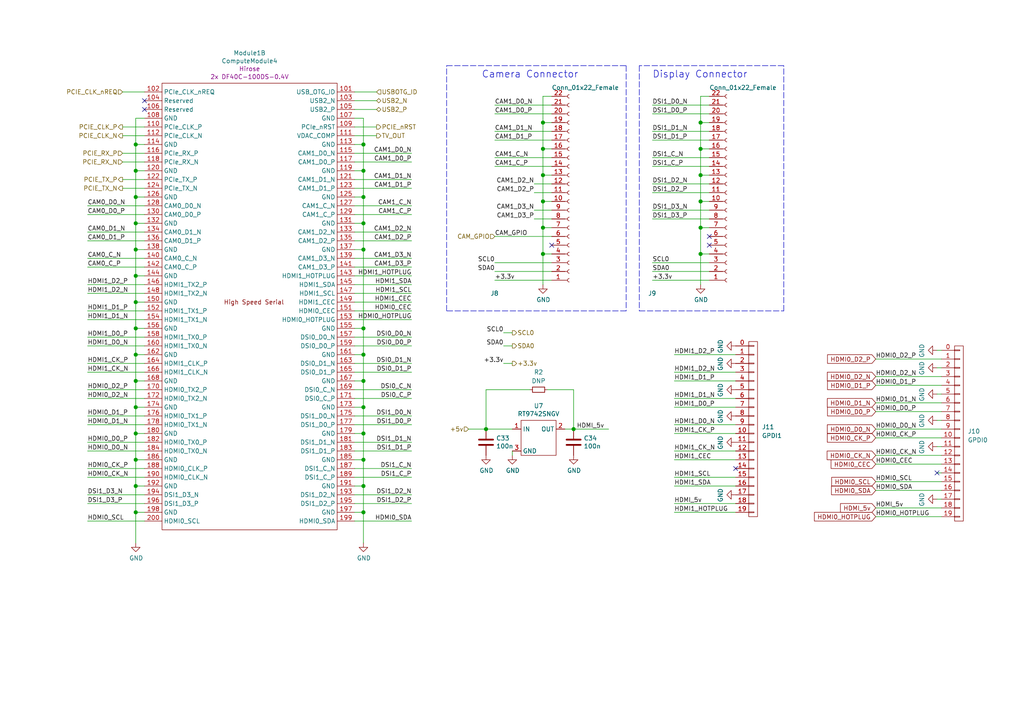
<source format=kicad_sch>
(kicad_sch (version 20221004) (generator eeschema)

  (uuid ac264c30-3e9a-4be2-b97a-9949b68bd497)

  (paper "A4")

  (title_block
    (title "Compute Module 4 IO Board - CM4 - Highspeed")
    (rev "1")
    (company "(c) Raspberry Pi Trading 2020")
    (comment 1 "www.raspberrypi.org")
  )

  (lib_symbols
    (symbol "CM4IO:ComputeModule4-CM4" (in_bom yes) (on_board yes)
      (property "Reference" "Module" (at 113.03 -68.58 0)
        (effects (font (size 1.27 1.27)))
      )
      (property "Value" "ComputeModule4-CM4" (at 140.97 2.54 0)
        (effects (font (size 1.27 1.27)))
      )
      (property "Footprint" "CM4IO:Raspberry-Pi-4-Compute-Module" (at 142.24 -26.67 0)
        (effects (font (size 1.27 1.27)) hide)
      )
      (property "Datasheet" "" (at 142.24 -26.67 0)
        (effects (font (size 1.27 1.27)) hide)
      )
      (property "Field4" "Hirose" (at 0 0 0)
        (effects (font (size 1.27 1.27)))
      )
      (property "Field5" "2x DF40C-100DS-0.4V" (at 0 -2.54 0)
        (effects (font (size 1.27 1.27)))
      )
      (symbol "ComputeModule4-CM4_1_0"
        (text "GPIO" (at 0 6.35 0)
          (effects (font (size 1.27 1.27)))
        )
      )
      (symbol "ComputeModule4-CM4_1_1"
        (rectangle (start -30.48 -71.12) (end 25.4 58.42)
          (stroke (width 0) (type default))
          (fill (type none))
        )
        (text "600mA Max" (at -8.89 -53.34 0)
          (effects (font (size 1.27 1.27)))
        )
        (text "600mA Max" (at -8.89 -48.26 0)
          (effects (font (size 1.27 1.27)))
        )
        (text "NB SD signals are only available" (at -1.27 -27.94 0)
          (effects (font (size 1.27 1.27)))
        )
        (text "on modules without eMMC" (at -1.27 -30.48 0)
          (effects (font (size 1.27 1.27)))
        )
        (pin power_in line (at 27.94 55.88 180) (length 2.54)
          (name "GND" (effects (font (size 1.27 1.27))))
          (number "1" (effects (font (size 1.27 1.27))))
        )
        (pin passive line (at -33.02 45.72 0) (length 2.54)
          (name "Ethernet_Pair0_N" (effects (font (size 1.27 1.27))))
          (number "10" (effects (font (size 1.27 1.27))))
        )
        (pin output line (at -33.02 -68.58 0) (length 2.54)
          (name "nEXTRST" (effects (font (size 1.27 1.27))))
          (number "100" (effects (font (size 1.27 1.27))))
        )
        (pin passive line (at 27.94 43.18 180) (length 2.54)
          (name "Ethernet_Pair2_P" (effects (font (size 1.27 1.27))))
          (number "11" (effects (font (size 1.27 1.27))))
        )
        (pin passive line (at -33.02 43.18 0) (length 2.54)
          (name "Ethernet_Pair0_P" (effects (font (size 1.27 1.27))))
          (number "12" (effects (font (size 1.27 1.27))))
        )
        (pin power_in line (at 27.94 40.64 180) (length 2.54)
          (name "GND" (effects (font (size 1.27 1.27))))
          (number "13" (effects (font (size 1.27 1.27))))
        )
        (pin power_in line (at -33.02 40.64 0) (length 2.54)
          (name "GND" (effects (font (size 1.27 1.27))))
          (number "14" (effects (font (size 1.27 1.27))))
        )
        (pin output line (at 27.94 38.1 180) (length 2.54)
          (name "Ethernet_nLED3(3.3v)" (effects (font (size 1.27 1.27))))
          (number "15" (effects (font (size 1.27 1.27))))
        )
        (pin input line (at -33.02 38.1 0) (length 2.54)
          (name "Ethernet_SYNC_IN(1.8v)" (effects (font (size 1.27 1.27))))
          (number "16" (effects (font (size 1.27 1.27))))
        )
        (pin output line (at 27.94 35.56 180) (length 2.54)
          (name "Ethernet_nLED2(3.3v)" (effects (font (size 1.27 1.27))))
          (number "17" (effects (font (size 1.27 1.27))))
        )
        (pin input line (at -33.02 35.56 0) (length 2.54)
          (name "Ethernet_SYNC_OUT(1.8v)" (effects (font (size 1.27 1.27))))
          (number "18" (effects (font (size 1.27 1.27))))
        )
        (pin output line (at 27.94 33.02 180) (length 2.54)
          (name "Ethernet_nLED1(3.3v)" (effects (font (size 1.27 1.27))))
          (number "19" (effects (font (size 1.27 1.27))))
        )
        (pin power_in line (at -33.02 55.88 0) (length 2.54)
          (name "GND" (effects (font (size 1.27 1.27))))
          (number "2" (effects (font (size 1.27 1.27))))
        )
        (pin passive line (at -33.02 33.02 0) (length 2.54)
          (name "EEPROM_nWP" (effects (font (size 1.27 1.27))))
          (number "20" (effects (font (size 1.27 1.27))))
        )
        (pin open_collector line (at 27.94 30.48 180) (length 2.54)
          (name "PI_nLED_Activity" (effects (font (size 1.27 1.27))))
          (number "21" (effects (font (size 1.27 1.27))))
        )
        (pin power_in line (at -33.02 30.48 0) (length 2.54)
          (name "GND" (effects (font (size 1.27 1.27))))
          (number "22" (effects (font (size 1.27 1.27))))
        )
        (pin power_in line (at 27.94 27.94 180) (length 2.54)
          (name "GND" (effects (font (size 1.27 1.27))))
          (number "23" (effects (font (size 1.27 1.27))))
        )
        (pin passive line (at -33.02 27.94 0) (length 2.54)
          (name "GPIO26" (effects (font (size 1.27 1.27))))
          (number "24" (effects (font (size 1.27 1.27))))
        )
        (pin passive line (at 27.94 25.4 180) (length 2.54)
          (name "GPIO21" (effects (font (size 1.27 1.27))))
          (number "25" (effects (font (size 1.27 1.27))))
        )
        (pin passive line (at -33.02 25.4 0) (length 2.54)
          (name "GPIO19" (effects (font (size 1.27 1.27))))
          (number "26" (effects (font (size 1.27 1.27))))
        )
        (pin passive line (at 27.94 22.86 180) (length 2.54)
          (name "GPIO20" (effects (font (size 1.27 1.27))))
          (number "27" (effects (font (size 1.27 1.27))))
        )
        (pin passive line (at -33.02 22.86 0) (length 2.54)
          (name "GPIO13" (effects (font (size 1.27 1.27))))
          (number "28" (effects (font (size 1.27 1.27))))
        )
        (pin passive line (at 27.94 20.32 180) (length 2.54)
          (name "GPIO16" (effects (font (size 1.27 1.27))))
          (number "29" (effects (font (size 1.27 1.27))))
        )
        (pin passive line (at 27.94 53.34 180) (length 2.54)
          (name "Ethernet_Pair3_P" (effects (font (size 1.27 1.27))))
          (number "3" (effects (font (size 1.27 1.27))))
        )
        (pin passive line (at -33.02 20.32 0) (length 2.54)
          (name "GPIO6" (effects (font (size 1.27 1.27))))
          (number "30" (effects (font (size 1.27 1.27))))
        )
        (pin passive line (at 27.94 17.78 180) (length 2.54)
          (name "GPIO12" (effects (font (size 1.27 1.27))))
          (number "31" (effects (font (size 1.27 1.27))))
        )
        (pin power_in line (at -33.02 17.78 0) (length 2.54)
          (name "GND" (effects (font (size 1.27 1.27))))
          (number "32" (effects (font (size 1.27 1.27))))
        )
        (pin power_in line (at 27.94 15.24 180) (length 2.54)
          (name "GND" (effects (font (size 1.27 1.27))))
          (number "33" (effects (font (size 1.27 1.27))))
        )
        (pin passive line (at -33.02 15.24 0) (length 2.54)
          (name "GPIO5" (effects (font (size 1.27 1.27))))
          (number "34" (effects (font (size 1.27 1.27))))
        )
        (pin passive line (at 27.94 12.7 180) (length 2.54)
          (name "ID_SC" (effects (font (size 1.27 1.27))))
          (number "35" (effects (font (size 1.27 1.27))))
        )
        (pin passive line (at -33.02 12.7 0) (length 2.54)
          (name "ID_SD" (effects (font (size 1.27 1.27))))
          (number "36" (effects (font (size 1.27 1.27))))
        )
        (pin passive line (at 27.94 10.16 180) (length 2.54)
          (name "GPIO7" (effects (font (size 1.27 1.27))))
          (number "37" (effects (font (size 1.27 1.27))))
        )
        (pin passive line (at -33.02 10.16 0) (length 2.54)
          (name "GPIO11" (effects (font (size 1.27 1.27))))
          (number "38" (effects (font (size 1.27 1.27))))
        )
        (pin passive line (at 27.94 7.62 180) (length 2.54)
          (name "GPIO8" (effects (font (size 1.27 1.27))))
          (number "39" (effects (font (size 1.27 1.27))))
        )
        (pin passive line (at -33.02 53.34 0) (length 2.54)
          (name "Ethernet_Pair1_P" (effects (font (size 1.27 1.27))))
          (number "4" (effects (font (size 1.27 1.27))))
        )
        (pin passive line (at -33.02 7.62 0) (length 2.54)
          (name "GPIO9" (effects (font (size 1.27 1.27))))
          (number "40" (effects (font (size 1.27 1.27))))
        )
        (pin passive line (at 27.94 5.08 180) (length 2.54)
          (name "GPIO25" (effects (font (size 1.27 1.27))))
          (number "41" (effects (font (size 1.27 1.27))))
        )
        (pin power_in line (at -33.02 5.08 0) (length 2.54)
          (name "GND" (effects (font (size 1.27 1.27))))
          (number "42" (effects (font (size 1.27 1.27))))
        )
        (pin power_in line (at 27.94 2.54 180) (length 2.54)
          (name "GND" (effects (font (size 1.27 1.27))))
          (number "43" (effects (font (size 1.27 1.27))))
        )
        (pin passive line (at -33.02 2.54 0) (length 2.54)
          (name "GPIO10" (effects (font (size 1.27 1.27))))
          (number "44" (effects (font (size 1.27 1.27))))
        )
        (pin passive line (at 27.94 0 180) (length 2.54)
          (name "GPIO24" (effects (font (size 1.27 1.27))))
          (number "45" (effects (font (size 1.27 1.27))))
        )
        (pin passive line (at -33.02 0 0) (length 2.54)
          (name "GPIO22" (effects (font (size 1.27 1.27))))
          (number "46" (effects (font (size 1.27 1.27))))
        )
        (pin passive line (at 27.94 -2.54 180) (length 2.54)
          (name "GPIO23" (effects (font (size 1.27 1.27))))
          (number "47" (effects (font (size 1.27 1.27))))
        )
        (pin passive line (at -33.02 -2.54 0) (length 2.54)
          (name "GPIO27" (effects (font (size 1.27 1.27))))
          (number "48" (effects (font (size 1.27 1.27))))
        )
        (pin passive line (at 27.94 -5.08 180) (length 2.54)
          (name "GPIO18" (effects (font (size 1.27 1.27))))
          (number "49" (effects (font (size 1.27 1.27))))
        )
        (pin passive line (at 27.94 50.8 180) (length 2.54)
          (name "Ethernet_Pair3_N" (effects (font (size 1.27 1.27))))
          (number "5" (effects (font (size 1.27 1.27))))
        )
        (pin passive line (at -33.02 -5.08 0) (length 2.54)
          (name "GPIO17" (effects (font (size 1.27 1.27))))
          (number "50" (effects (font (size 1.27 1.27))))
        )
        (pin passive line (at 27.94 -7.62 180) (length 2.54)
          (name "GPIO15" (effects (font (size 1.27 1.27))))
          (number "51" (effects (font (size 1.27 1.27))))
        )
        (pin power_in line (at -33.02 -7.62 0) (length 2.54)
          (name "GND" (effects (font (size 1.27 1.27))))
          (number "52" (effects (font (size 1.27 1.27))))
        )
        (pin power_in line (at 27.94 -10.16 180) (length 2.54)
          (name "GND" (effects (font (size 1.27 1.27))))
          (number "53" (effects (font (size 1.27 1.27))))
        )
        (pin passive line (at -33.02 -10.16 0) (length 2.54)
          (name "GPIO4" (effects (font (size 1.27 1.27))))
          (number "54" (effects (font (size 1.27 1.27))))
        )
        (pin passive line (at 27.94 -12.7 180) (length 2.54)
          (name "GPIO14" (effects (font (size 1.27 1.27))))
          (number "55" (effects (font (size 1.27 1.27))))
        )
        (pin passive line (at -33.02 -12.7 0) (length 2.54)
          (name "GPIO3" (effects (font (size 1.27 1.27))))
          (number "56" (effects (font (size 1.27 1.27))))
        )
        (pin passive line (at 27.94 -15.24 180) (length 2.54)
          (name "SD_CLK" (effects (font (size 1.27 1.27))))
          (number "57" (effects (font (size 1.27 1.27))))
        )
        (pin passive line (at -33.02 -15.24 0) (length 2.54)
          (name "GPIO2" (effects (font (size 1.27 1.27))))
          (number "58" (effects (font (size 1.27 1.27))))
        )
        (pin power_in line (at 27.94 -17.78 180) (length 2.54)
          (name "GND" (effects (font (size 1.27 1.27))))
          (number "59" (effects (font (size 1.27 1.27))))
        )
        (pin passive line (at -33.02 50.8 0) (length 2.54)
          (name "Ethernet_Pair1_N" (effects (font (size 1.27 1.27))))
          (number "6" (effects (font (size 1.27 1.27))))
        )
        (pin power_in line (at -33.02 -17.78 0) (length 2.54)
          (name "GND" (effects (font (size 1.27 1.27))))
          (number "60" (effects (font (size 1.27 1.27))))
        )
        (pin passive line (at 27.94 -20.32 180) (length 2.54)
          (name "SD_DAT3" (effects (font (size 1.27 1.27))))
          (number "61" (effects (font (size 1.27 1.27))))
        )
        (pin passive line (at -33.02 -20.32 0) (length 2.54)
          (name "SD_CMD" (effects (font (size 1.27 1.27))))
          (number "62" (effects (font (size 1.27 1.27))))
        )
        (pin passive line (at 27.94 -22.86 180) (length 2.54)
          (name "SD_DAT0" (effects (font (size 1.27 1.27))))
          (number "63" (effects (font (size 1.27 1.27))))
        )
        (pin passive line (at -33.02 -22.86 0) (length 2.54)
          (name "SD_DAT5" (effects (font (size 1.27 1.27))))
          (number "64" (effects (font (size 1.27 1.27))))
        )
        (pin power_in line (at 27.94 -25.4 180) (length 2.54)
          (name "GND" (effects (font (size 1.27 1.27))))
          (number "65" (effects (font (size 1.27 1.27))))
        )
        (pin power_in line (at -33.02 -25.4 0) (length 2.54)
          (name "GND" (effects (font (size 1.27 1.27))))
          (number "66" (effects (font (size 1.27 1.27))))
        )
        (pin passive line (at 27.94 -27.94 180) (length 2.54)
          (name "SD_DAT1" (effects (font (size 1.27 1.27))))
          (number "67" (effects (font (size 1.27 1.27))))
        )
        (pin passive line (at -33.02 -27.94 0) (length 2.54)
          (name "SD_DAT4" (effects (font (size 1.27 1.27))))
          (number "68" (effects (font (size 1.27 1.27))))
        )
        (pin passive line (at 27.94 -30.48 180) (length 2.54)
          (name "SD_DAT2" (effects (font (size 1.27 1.27))))
          (number "69" (effects (font (size 1.27 1.27))))
        )
        (pin power_in line (at 27.94 48.26 180) (length 2.54)
          (name "GND" (effects (font (size 1.27 1.27))))
          (number "7" (effects (font (size 1.27 1.27))))
        )
        (pin passive line (at -33.02 -30.48 0) (length 2.54)
          (name "SD_DAT7" (effects (font (size 1.27 1.27))))
          (number "70" (effects (font (size 1.27 1.27))))
        )
        (pin power_in line (at 27.94 -33.02 180) (length 2.54)
          (name "GND" (effects (font (size 1.27 1.27))))
          (number "71" (effects (font (size 1.27 1.27))))
        )
        (pin passive line (at -33.02 -33.02 0) (length 2.54)
          (name "SD_DAT6" (effects (font (size 1.27 1.27))))
          (number "72" (effects (font (size 1.27 1.27))))
        )
        (pin input line (at 27.94 -35.56 180) (length 2.54)
          (name "SD_VDD_Override" (effects (font (size 1.27 1.27))))
          (number "73" (effects (font (size 1.27 1.27))))
        )
        (pin power_in line (at -33.02 -35.56 0) (length 2.54)
          (name "GND" (effects (font (size 1.27 1.27))))
          (number "74" (effects (font (size 1.27 1.27))))
        )
        (pin output line (at 27.94 -38.1 180) (length 2.54)
          (name "SD_PWR_ON" (effects (font (size 1.27 1.27))))
          (number "75" (effects (font (size 1.27 1.27))))
        )
        (pin passive line (at -33.02 -38.1 0) (length 2.54)
          (name "Reserved" (effects (font (size 1.27 1.27))))
          (number "76" (effects (font (size 1.27 1.27))))
        )
        (pin power_in line (at 27.94 -40.64 180) (length 2.54)
          (name "+5v_(Input)" (effects (font (size 1.27 1.27))))
          (number "77" (effects (font (size 1.27 1.27))))
        )
        (pin power_in line (at -33.02 -40.64 0) (length 2.54)
          (name "GPIO_VREF(1.8v/3.3v_Input)" (effects (font (size 1.27 1.27))))
          (number "78" (effects (font (size 1.27 1.27))))
        )
        (pin power_in line (at 27.94 -43.18 180) (length 2.54)
          (name "+5v_(Input)" (effects (font (size 1.27 1.27))))
          (number "79" (effects (font (size 1.27 1.27))))
        )
        (pin power_in line (at -33.02 48.26 0) (length 2.54)
          (name "GND" (effects (font (size 1.27 1.27))))
          (number "8" (effects (font (size 1.27 1.27))))
        )
        (pin passive line (at -33.02 -43.18 0) (length 2.54)
          (name "SCL0" (effects (font (size 1.27 1.27))))
          (number "80" (effects (font (size 1.27 1.27))))
        )
        (pin power_in line (at 27.94 -45.72 180) (length 2.54)
          (name "+5v_(Input)" (effects (font (size 1.27 1.27))))
          (number "81" (effects (font (size 1.27 1.27))))
        )
        (pin passive line (at -33.02 -45.72 0) (length 2.54)
          (name "SDA0" (effects (font (size 1.27 1.27))))
          (number "82" (effects (font (size 1.27 1.27))))
        )
        (pin power_in line (at 27.94 -48.26 180) (length 2.54)
          (name "+5v_(Input)" (effects (font (size 1.27 1.27))))
          (number "83" (effects (font (size 1.27 1.27))))
        )
        (pin power_out line (at -33.02 -48.26 0) (length 2.54)
          (name "+3.3v_(Output)" (effects (font (size 1.27 1.27))))
          (number "84" (effects (font (size 1.27 1.27))))
        )
        (pin power_in line (at 27.94 -50.8 180) (length 2.54)
          (name "+5v_(Input)" (effects (font (size 1.27 1.27))))
          (number "85" (effects (font (size 1.27 1.27))))
        )
        (pin power_out line (at -33.02 -50.8 0) (length 2.54)
          (name "+3.3v_(Output)" (effects (font (size 1.27 1.27))))
          (number "86" (effects (font (size 1.27 1.27))))
        )
        (pin power_in line (at 27.94 -53.34 180) (length 2.54)
          (name "+5v_(Input)" (effects (font (size 1.27 1.27))))
          (number "87" (effects (font (size 1.27 1.27))))
        )
        (pin power_out line (at -33.02 -53.34 0) (length 2.54)
          (name "+1.8v_(Output)" (effects (font (size 1.27 1.27))))
          (number "88" (effects (font (size 1.27 1.27))))
        )
        (pin power_in line (at 27.94 -55.88 180) (length 2.54)
          (name "WiFi_nDisable" (effects (font (size 1.27 1.27))))
          (number "89" (effects (font (size 1.27 1.27))))
        )
        (pin passive line (at 27.94 45.72 180) (length 2.54)
          (name "Ethernet_Pair2_N" (effects (font (size 1.27 1.27))))
          (number "9" (effects (font (size 1.27 1.27))))
        )
        (pin power_out line (at -33.02 -55.88 0) (length 2.54)
          (name "+1.8v_(Output)" (effects (font (size 1.27 1.27))))
          (number "90" (effects (font (size 1.27 1.27))))
        )
        (pin power_in line (at 27.94 -58.42 180) (length 2.54)
          (name "BT_nDisable" (effects (font (size 1.27 1.27))))
          (number "91" (effects (font (size 1.27 1.27))))
        )
        (pin passive line (at -33.02 -58.42 0) (length 2.54)
          (name "RUN_PG" (effects (font (size 1.27 1.27))))
          (number "92" (effects (font (size 1.27 1.27))))
        )
        (pin input line (at 27.94 -60.96 180) (length 2.54)
          (name "nRPIBOOT" (effects (font (size 1.27 1.27))))
          (number "93" (effects (font (size 1.27 1.27))))
        )
        (pin passive line (at -33.02 -60.96 0) (length 2.54)
          (name "AnalogIP1" (effects (font (size 1.27 1.27))))
          (number "94" (effects (font (size 1.27 1.27))))
        )
        (pin output line (at 27.94 -63.5 180) (length 2.54)
          (name "nPI_LED_PWR" (effects (font (size 1.27 1.27))))
          (number "95" (effects (font (size 1.27 1.27))))
        )
        (pin passive line (at -33.02 -63.5 0) (length 2.54)
          (name "AnalogIP0" (effects (font (size 1.27 1.27))))
          (number "96" (effects (font (size 1.27 1.27))))
        )
        (pin passive line (at 27.94 -66.04 180) (length 2.54)
          (name "Camera_GPIO" (effects (font (size 1.27 1.27))))
          (number "97" (effects (font (size 1.27 1.27))))
        )
        (pin power_in line (at -33.02 -66.04 0) (length 2.54)
          (name "GND" (effects (font (size 1.27 1.27))))
          (number "98" (effects (font (size 1.27 1.27))))
        )
        (pin input line (at 27.94 -68.58 180) (length 2.54)
          (name "Global_EN" (effects (font (size 1.27 1.27))))
          (number "99" (effects (font (size 1.27 1.27))))
        )
      )
      (symbol "ComputeModule4-CM4_2_1"
        (rectangle (start 114.3 -66.04) (end 165.1 63.5)
          (stroke (width 0) (type default))
          (fill (type none))
        )
        (text "High Speed Serial" (at 140.97 0 0)
          (effects (font (size 1.27 1.27)))
        )
        (pin input line (at 170.18 60.96 180) (length 5.08)
          (name "USB_OTG_ID" (effects (font (size 1.27 1.27))))
          (number "101" (effects (font (size 1.27 1.27))))
        )
        (pin input line (at 109.22 60.96 0) (length 5.08)
          (name "PCIe_CLK_nREQ" (effects (font (size 1.27 1.27))))
          (number "102" (effects (font (size 1.27 1.27))))
        )
        (pin passive line (at 170.18 58.42 180) (length 5.08)
          (name "USB2_N" (effects (font (size 1.27 1.27))))
          (number "103" (effects (font (size 1.27 1.27))))
        )
        (pin passive line (at 109.22 58.42 0) (length 5.08)
          (name "Reserved" (effects (font (size 1.27 1.27))))
          (number "104" (effects (font (size 1.27 1.27))))
        )
        (pin passive line (at 170.18 55.88 180) (length 5.08)
          (name "USB2_P" (effects (font (size 1.27 1.27))))
          (number "105" (effects (font (size 1.27 1.27))))
        )
        (pin passive line (at 109.22 55.88 0) (length 5.08)
          (name "Reserved" (effects (font (size 1.27 1.27))))
          (number "106" (effects (font (size 1.27 1.27))))
        )
        (pin power_in line (at 170.18 53.34 180) (length 5.08)
          (name "GND" (effects (font (size 1.27 1.27))))
          (number "107" (effects (font (size 1.27 1.27))))
        )
        (pin power_in line (at 109.22 53.34 0) (length 5.08)
          (name "GND" (effects (font (size 1.27 1.27))))
          (number "108" (effects (font (size 1.27 1.27))))
        )
        (pin bidirectional line (at 170.18 50.8 180) (length 5.08)
          (name "PCIe_nRST" (effects (font (size 1.27 1.27))))
          (number "109" (effects (font (size 1.27 1.27))))
        )
        (pin output line (at 109.22 50.8 0) (length 5.08)
          (name "PCIe_CLK_P" (effects (font (size 1.27 1.27))))
          (number "110" (effects (font (size 1.27 1.27))))
        )
        (pin passive line (at 170.18 48.26 180) (length 5.08)
          (name "VDAC_COMP" (effects (font (size 1.27 1.27))))
          (number "111" (effects (font (size 1.27 1.27))))
        )
        (pin output line (at 109.22 48.26 0) (length 5.08)
          (name "PCIe_CLK_N" (effects (font (size 1.27 1.27))))
          (number "112" (effects (font (size 1.27 1.27))))
        )
        (pin power_in line (at 170.18 45.72 180) (length 5.08)
          (name "GND" (effects (font (size 1.27 1.27))))
          (number "113" (effects (font (size 1.27 1.27))))
        )
        (pin power_in line (at 109.22 45.72 0) (length 5.08)
          (name "GND" (effects (font (size 1.27 1.27))))
          (number "114" (effects (font (size 1.27 1.27))))
        )
        (pin input line (at 170.18 43.18 180) (length 5.08)
          (name "CAM1_D0_N" (effects (font (size 1.27 1.27))))
          (number "115" (effects (font (size 1.27 1.27))))
        )
        (pin input line (at 109.22 43.18 0) (length 5.08)
          (name "PCIe_RX_P" (effects (font (size 1.27 1.27))))
          (number "116" (effects (font (size 1.27 1.27))))
        )
        (pin input line (at 170.18 40.64 180) (length 5.08)
          (name "CAM1_D0_P" (effects (font (size 1.27 1.27))))
          (number "117" (effects (font (size 1.27 1.27))))
        )
        (pin input line (at 109.22 40.64 0) (length 5.08)
          (name "PCIe_RX_N" (effects (font (size 1.27 1.27))))
          (number "118" (effects (font (size 1.27 1.27))))
        )
        (pin power_in line (at 170.18 38.1 180) (length 5.08)
          (name "GND" (effects (font (size 1.27 1.27))))
          (number "119" (effects (font (size 1.27 1.27))))
        )
        (pin power_in line (at 109.22 38.1 0) (length 5.08)
          (name "GND" (effects (font (size 1.27 1.27))))
          (number "120" (effects (font (size 1.27 1.27))))
        )
        (pin input line (at 170.18 35.56 180) (length 5.08)
          (name "CAM1_D1_N" (effects (font (size 1.27 1.27))))
          (number "121" (effects (font (size 1.27 1.27))))
        )
        (pin output line (at 109.22 35.56 0) (length 5.08)
          (name "PCIe_TX_P" (effects (font (size 1.27 1.27))))
          (number "122" (effects (font (size 1.27 1.27))))
        )
        (pin input line (at 170.18 33.02 180) (length 5.08)
          (name "CAM1_D1_P" (effects (font (size 1.27 1.27))))
          (number "123" (effects (font (size 1.27 1.27))))
        )
        (pin output line (at 109.22 33.02 0) (length 5.08)
          (name "PCIe_TX_N" (effects (font (size 1.27 1.27))))
          (number "124" (effects (font (size 1.27 1.27))))
        )
        (pin power_in line (at 170.18 30.48 180) (length 5.08)
          (name "GND" (effects (font (size 1.27 1.27))))
          (number "125" (effects (font (size 1.27 1.27))))
        )
        (pin power_in line (at 109.22 30.48 0) (length 5.08)
          (name "GND" (effects (font (size 1.27 1.27))))
          (number "126" (effects (font (size 1.27 1.27))))
        )
        (pin input line (at 170.18 27.94 180) (length 5.08)
          (name "CAM1_C_N" (effects (font (size 1.27 1.27))))
          (number "127" (effects (font (size 1.27 1.27))))
        )
        (pin input line (at 109.22 27.94 0) (length 5.08)
          (name "CAM0_D0_N" (effects (font (size 1.27 1.27))))
          (number "128" (effects (font (size 1.27 1.27))))
        )
        (pin input line (at 170.18 25.4 180) (length 5.08)
          (name "CAM1_C_P" (effects (font (size 1.27 1.27))))
          (number "129" (effects (font (size 1.27 1.27))))
        )
        (pin input line (at 109.22 25.4 0) (length 5.08)
          (name "CAM0_D0_P" (effects (font (size 1.27 1.27))))
          (number "130" (effects (font (size 1.27 1.27))))
        )
        (pin power_in line (at 170.18 22.86 180) (length 5.08)
          (name "GND" (effects (font (size 1.27 1.27))))
          (number "131" (effects (font (size 1.27 1.27))))
        )
        (pin power_in line (at 109.22 22.86 0) (length 5.08)
          (name "GND" (effects (font (size 1.27 1.27))))
          (number "132" (effects (font (size 1.27 1.27))))
        )
        (pin input line (at 170.18 20.32 180) (length 5.08)
          (name "CAM1_D2_N" (effects (font (size 1.27 1.27))))
          (number "133" (effects (font (size 1.27 1.27))))
        )
        (pin input line (at 109.22 20.32 0) (length 5.08)
          (name "CAM0_D1_N" (effects (font (size 1.27 1.27))))
          (number "134" (effects (font (size 1.27 1.27))))
        )
        (pin input line (at 170.18 17.78 180) (length 5.08)
          (name "CAM1_D2_P" (effects (font (size 1.27 1.27))))
          (number "135" (effects (font (size 1.27 1.27))))
        )
        (pin input line (at 109.22 17.78 0) (length 5.08)
          (name "CAM0_D1_P" (effects (font (size 1.27 1.27))))
          (number "136" (effects (font (size 1.27 1.27))))
        )
        (pin power_in line (at 170.18 15.24 180) (length 5.08)
          (name "GND" (effects (font (size 1.27 1.27))))
          (number "137" (effects (font (size 1.27 1.27))))
        )
        (pin power_in line (at 109.22 15.24 0) (length 5.08)
          (name "GND" (effects (font (size 1.27 1.27))))
          (number "138" (effects (font (size 1.27 1.27))))
        )
        (pin input line (at 170.18 12.7 180) (length 5.08)
          (name "CAM1_D3_N" (effects (font (size 1.27 1.27))))
          (number "139" (effects (font (size 1.27 1.27))))
        )
        (pin input line (at 109.22 12.7 0) (length 5.08)
          (name "CAM0_C_N" (effects (font (size 1.27 1.27))))
          (number "140" (effects (font (size 1.27 1.27))))
        )
        (pin input line (at 170.18 10.16 180) (length 5.08)
          (name "CAM1_D3_P" (effects (font (size 1.27 1.27))))
          (number "141" (effects (font (size 1.27 1.27))))
        )
        (pin input line (at 109.22 10.16 0) (length 5.08)
          (name "CAM0_C_P" (effects (font (size 1.27 1.27))))
          (number "142" (effects (font (size 1.27 1.27))))
        )
        (pin input line (at 170.18 7.62 180) (length 5.08)
          (name "HDMI1_HOTPLUG" (effects (font (size 1.27 1.27))))
          (number "143" (effects (font (size 1.27 1.27))))
        )
        (pin power_in line (at 109.22 7.62 0) (length 5.08)
          (name "GND" (effects (font (size 1.27 1.27))))
          (number "144" (effects (font (size 1.27 1.27))))
        )
        (pin bidirectional line (at 170.18 5.08 180) (length 5.08)
          (name "HDMI1_SDA" (effects (font (size 1.27 1.27))))
          (number "145" (effects (font (size 1.27 1.27))))
        )
        (pin output line (at 109.22 5.08 0) (length 5.08)
          (name "HDMI1_TX2_P" (effects (font (size 1.27 1.27))))
          (number "146" (effects (font (size 1.27 1.27))))
        )
        (pin open_collector line (at 170.18 2.54 180) (length 5.08)
          (name "HDMI1_SCL" (effects (font (size 1.27 1.27))))
          (number "147" (effects (font (size 1.27 1.27))))
        )
        (pin output line (at 109.22 2.54 0) (length 5.08)
          (name "HDMI1_TX2_N" (effects (font (size 1.27 1.27))))
          (number "148" (effects (font (size 1.27 1.27))))
        )
        (pin open_collector line (at 170.18 0 180) (length 5.08)
          (name "HDMI1_CEC" (effects (font (size 1.27 1.27))))
          (number "149" (effects (font (size 1.27 1.27))))
        )
        (pin power_in line (at 109.22 0 0) (length 5.08)
          (name "GND" (effects (font (size 1.27 1.27))))
          (number "150" (effects (font (size 1.27 1.27))))
        )
        (pin open_collector line (at 170.18 -2.54 180) (length 5.08)
          (name "HDMI0_CEC" (effects (font (size 1.27 1.27))))
          (number "151" (effects (font (size 1.27 1.27))))
        )
        (pin output line (at 109.22 -2.54 0) (length 5.08)
          (name "HDMI1_TX1_P" (effects (font (size 1.27 1.27))))
          (number "152" (effects (font (size 1.27 1.27))))
        )
        (pin input line (at 170.18 -5.08 180) (length 5.08)
          (name "HDMI0_HOTPLUG" (effects (font (size 1.27 1.27))))
          (number "153" (effects (font (size 1.27 1.27))))
        )
        (pin output line (at 109.22 -5.08 0) (length 5.08)
          (name "HDMI1_TX1_N" (effects (font (size 1.27 1.27))))
          (number "154" (effects (font (size 1.27 1.27))))
        )
        (pin power_in line (at 170.18 -7.62 180) (length 5.08)
          (name "GND" (effects (font (size 1.27 1.27))))
          (number "155" (effects (font (size 1.27 1.27))))
        )
        (pin power_in line (at 109.22 -7.62 0) (length 5.08)
          (name "GND" (effects (font (size 1.27 1.27))))
          (number "156" (effects (font (size 1.27 1.27))))
        )
        (pin output line (at 170.18 -10.16 180) (length 5.08)
          (name "DSI0_D0_N" (effects (font (size 1.27 1.27))))
          (number "157" (effects (font (size 1.27 1.27))))
        )
        (pin output line (at 109.22 -10.16 0) (length 5.08)
          (name "HDMI1_TX0_P" (effects (font (size 1.27 1.27))))
          (number "158" (effects (font (size 1.27 1.27))))
        )
        (pin output line (at 170.18 -12.7 180) (length 5.08)
          (name "DSI0_D0_P" (effects (font (size 1.27 1.27))))
          (number "159" (effects (font (size 1.27 1.27))))
        )
        (pin output line (at 109.22 -12.7 0) (length 5.08)
          (name "HDMI1_TX0_N" (effects (font (size 1.27 1.27))))
          (number "160" (effects (font (size 1.27 1.27))))
        )
        (pin power_in line (at 170.18 -15.24 180) (length 5.08)
          (name "GND" (effects (font (size 1.27 1.27))))
          (number "161" (effects (font (size 1.27 1.27))))
        )
        (pin power_in line (at 109.22 -15.24 0) (length 5.08)
          (name "GND" (effects (font (size 1.27 1.27))))
          (number "162" (effects (font (size 1.27 1.27))))
        )
        (pin output line (at 170.18 -17.78 180) (length 5.08)
          (name "DSI0_D1_N" (effects (font (size 1.27 1.27))))
          (number "163" (effects (font (size 1.27 1.27))))
        )
        (pin output line (at 109.22 -17.78 0) (length 5.08)
          (name "HDMI1_CLK_P" (effects (font (size 1.27 1.27))))
          (number "164" (effects (font (size 1.27 1.27))))
        )
        (pin output line (at 170.18 -20.32 180) (length 5.08)
          (name "DSI0_D1_P" (effects (font (size 1.27 1.27))))
          (number "165" (effects (font (size 1.27 1.27))))
        )
        (pin output line (at 109.22 -20.32 0) (length 5.08)
          (name "HDMI1_CLK_N" (effects (font (size 1.27 1.27))))
          (number "166" (effects (font (size 1.27 1.27))))
        )
        (pin power_in line (at 170.18 -22.86 180) (length 5.08)
          (name "GND" (effects (font (size 1.27 1.27))))
          (number "167" (effects (font (size 1.27 1.27))))
        )
        (pin power_in line (at 109.22 -22.86 0) (length 5.08)
          (name "GND" (effects (font (size 1.27 1.27))))
          (number "168" (effects (font (size 1.27 1.27))))
        )
        (pin output line (at 170.18 -25.4 180) (length 5.08)
          (name "DSI0_C_N" (effects (font (size 1.27 1.27))))
          (number "169" (effects (font (size 1.27 1.27))))
        )
        (pin output line (at 109.22 -25.4 0) (length 5.08)
          (name "HDMI0_TX2_P" (effects (font (size 1.27 1.27))))
          (number "170" (effects (font (size 1.27 1.27))))
        )
        (pin output line (at 170.18 -27.94 180) (length 5.08)
          (name "DSI0_C_P" (effects (font (size 1.27 1.27))))
          (number "171" (effects (font (size 1.27 1.27))))
        )
        (pin output line (at 109.22 -27.94 0) (length 5.08)
          (name "HDMI0_TX2_N" (effects (font (size 1.27 1.27))))
          (number "172" (effects (font (size 1.27 1.27))))
        )
        (pin power_in line (at 170.18 -30.48 180) (length 5.08)
          (name "GND" (effects (font (size 1.27 1.27))))
          (number "173" (effects (font (size 1.27 1.27))))
        )
        (pin power_in line (at 109.22 -30.48 0) (length 5.08)
          (name "GND" (effects (font (size 1.27 1.27))))
          (number "174" (effects (font (size 1.27 1.27))))
        )
        (pin output line (at 170.18 -33.02 180) (length 5.08)
          (name "DSI1_D0_N" (effects (font (size 1.27 1.27))))
          (number "175" (effects (font (size 1.27 1.27))))
        )
        (pin output line (at 109.22 -33.02 0) (length 5.08)
          (name "HDMI0_TX1_P" (effects (font (size 1.27 1.27))))
          (number "176" (effects (font (size 1.27 1.27))))
        )
        (pin output line (at 170.18 -35.56 180) (length 5.08)
          (name "DSI1_D0_P" (effects (font (size 1.27 1.27))))
          (number "177" (effects (font (size 1.27 1.27))))
        )
        (pin output line (at 109.22 -35.56 0) (length 5.08)
          (name "HDMI0_TX1_N" (effects (font (size 1.27 1.27))))
          (number "178" (effects (font (size 1.27 1.27))))
        )
        (pin power_in line (at 170.18 -38.1 180) (length 5.08)
          (name "GND" (effects (font (size 1.27 1.27))))
          (number "179" (effects (font (size 1.27 1.27))))
        )
        (pin power_in line (at 109.22 -38.1 0) (length 5.08)
          (name "GND" (effects (font (size 1.27 1.27))))
          (number "180" (effects (font (size 1.27 1.27))))
        )
        (pin output line (at 170.18 -40.64 180) (length 5.08)
          (name "DSI1_D1_N" (effects (font (size 1.27 1.27))))
          (number "181" (effects (font (size 1.27 1.27))))
        )
        (pin output line (at 109.22 -40.64 0) (length 5.08)
          (name "HDMI0_TX0_P" (effects (font (size 1.27 1.27))))
          (number "182" (effects (font (size 1.27 1.27))))
        )
        (pin output line (at 170.18 -43.18 180) (length 5.08)
          (name "DSI1_D1_P" (effects (font (size 1.27 1.27))))
          (number "183" (effects (font (size 1.27 1.27))))
        )
        (pin output line (at 109.22 -43.18 0) (length 5.08)
          (name "HDMI0_TX0_N" (effects (font (size 1.27 1.27))))
          (number "184" (effects (font (size 1.27 1.27))))
        )
        (pin power_in line (at 170.18 -45.72 180) (length 5.08)
          (name "GND" (effects (font (size 1.27 1.27))))
          (number "185" (effects (font (size 1.27 1.27))))
        )
        (pin power_in line (at 109.22 -45.72 0) (length 5.08)
          (name "GND" (effects (font (size 1.27 1.27))))
          (number "186" (effects (font (size 1.27 1.27))))
        )
        (pin output line (at 170.18 -48.26 180) (length 5.08)
          (name "DSI1_C_N" (effects (font (size 1.27 1.27))))
          (number "187" (effects (font (size 1.27 1.27))))
        )
        (pin output line (at 109.22 -48.26 0) (length 5.08)
          (name "HDMI0_CLK_P" (effects (font (size 1.27 1.27))))
          (number "188" (effects (font (size 1.27 1.27))))
        )
        (pin output line (at 170.18 -50.8 180) (length 5.08)
          (name "DSI1_C_P" (effects (font (size 1.27 1.27))))
          (number "189" (effects (font (size 1.27 1.27))))
        )
        (pin output line (at 109.22 -50.8 0) (length 5.08)
          (name "HDMI0_CLK_N" (effects (font (size 1.27 1.27))))
          (number "190" (effects (font (size 1.27 1.27))))
        )
        (pin power_in line (at 170.18 -53.34 180) (length 5.08)
          (name "GND" (effects (font (size 1.27 1.27))))
          (number "191" (effects (font (size 1.27 1.27))))
        )
        (pin power_in line (at 109.22 -53.34 0) (length 5.08)
          (name "GND" (effects (font (size 1.27 1.27))))
          (number "192" (effects (font (size 1.27 1.27))))
        )
        (pin output line (at 170.18 -55.88 180) (length 5.08)
          (name "DSI1_D2_N" (effects (font (size 1.27 1.27))))
          (number "193" (effects (font (size 1.27 1.27))))
        )
        (pin output line (at 109.22 -55.88 0) (length 5.08)
          (name "DSI1_D3_N" (effects (font (size 1.27 1.27))))
          (number "194" (effects (font (size 1.27 1.27))))
        )
        (pin output line (at 170.18 -58.42 180) (length 5.08)
          (name "DSI1_D2_P" (effects (font (size 1.27 1.27))))
          (number "195" (effects (font (size 1.27 1.27))))
        )
        (pin output line (at 109.22 -58.42 0) (length 5.08)
          (name "DSI1_D3_P" (effects (font (size 1.27 1.27))))
          (number "196" (effects (font (size 1.27 1.27))))
        )
        (pin power_in line (at 170.18 -60.96 180) (length 5.08)
          (name "GND" (effects (font (size 1.27 1.27))))
          (number "197" (effects (font (size 1.27 1.27))))
        )
        (pin power_in line (at 109.22 -60.96 0) (length 5.08)
          (name "GND" (effects (font (size 1.27 1.27))))
          (number "198" (effects (font (size 1.27 1.27))))
        )
        (pin bidirectional line (at 170.18 -63.5 180) (length 5.08)
          (name "HDMI0_SDA" (effects (font (size 1.27 1.27))))
          (number "199" (effects (font (size 1.27 1.27))))
        )
        (pin open_collector line (at 109.22 -63.5 0) (length 5.08)
          (name "HDMI0_SCL" (effects (font (size 1.27 1.27))))
          (number "200" (effects (font (size 1.27 1.27))))
        )
      )
    )
    (symbol "CM4IO:RT9742SNGV" (in_bom yes) (on_board yes)
      (property "Reference" "U" (at -2.54 7.62 0)
        (effects (font (size 1.27 1.27)))
      )
      (property "Value" "RT9742SNGV" (at 3.81 -5.08 0)
        (effects (font (size 1.27 1.27)))
      )
      (property "Footprint" "" (at 0 0 0)
        (effects (font (size 1.27 1.27)) hide)
      )
      (property "Datasheet" "" (at 0 0 0)
        (effects (font (size 1.27 1.27)) hide)
      )
      (symbol "RT9742SNGV_0_1"
        (rectangle (start -2.54 6.35) (end 7.62 -3.81)
          (stroke (width 0) (type default))
          (fill (type none))
        )
      )
      (symbol "RT9742SNGV_1_1"
        (pin power_in line (at -5.08 3.81 0) (length 2.54)
          (name "IN" (effects (font (size 1.27 1.27))))
          (number "1" (effects (font (size 1.27 1.27))))
        )
        (pin power_in line (at 10.16 3.81 180) (length 2.54)
          (name "OUT" (effects (font (size 1.27 1.27))))
          (number "2" (effects (font (size 1.27 1.27))))
        )
        (pin power_in line (at -5.08 -2.54 0) (length 2.54)
          (name "GND" (effects (font (size 1.27 1.27))))
          (number "3" (effects (font (size 1.27 1.27))))
        )
      )
    )
    (symbol "Connector:Conn_01x22_Female" (pin_names (offset 1.016) hide) (in_bom yes) (on_board yes)
      (property "Reference" "J" (at 0 27.94 0)
        (effects (font (size 1.27 1.27)))
      )
      (property "Value" "Conn_01x22_Female" (at 0 -30.48 0)
        (effects (font (size 1.27 1.27)))
      )
      (property "Footprint" "" (at 0 0 0)
        (effects (font (size 1.27 1.27)) hide)
      )
      (property "Datasheet" "~" (at 0 0 0)
        (effects (font (size 1.27 1.27)) hide)
      )
      (property "ki_keywords" "connector" (at 0 0 0)
        (effects (font (size 1.27 1.27)) hide)
      )
      (property "ki_description" "Generic connector, single row, 01x22, script generated (kicad-library-utils/schlib/autogen/connector/)" (at 0 0 0)
        (effects (font (size 1.27 1.27)) hide)
      )
      (property "ki_fp_filters" "Connector*:*_1x??_*" (at 0 0 0)
        (effects (font (size 1.27 1.27)) hide)
      )
      (symbol "Conn_01x22_Female_1_1"
        (arc (start 0 -27.432) (mid -0.508 -27.94) (end 0 -28.448)
          (stroke (width 0.1524) (type default))
          (fill (type none))
        )
        (arc (start 0 -24.892) (mid -0.508 -25.4) (end 0 -25.908)
          (stroke (width 0.1524) (type default))
          (fill (type none))
        )
        (arc (start 0 -22.352) (mid -0.508 -22.86) (end 0 -23.368)
          (stroke (width 0.1524) (type default))
          (fill (type none))
        )
        (arc (start 0 -19.812) (mid -0.508 -20.32) (end 0 -20.828)
          (stroke (width 0.1524) (type default))
          (fill (type none))
        )
        (arc (start 0 -17.272) (mid -0.508 -17.78) (end 0 -18.288)
          (stroke (width 0.1524) (type default))
          (fill (type none))
        )
        (arc (start 0 -14.732) (mid -0.508 -15.24) (end 0 -15.748)
          (stroke (width 0.1524) (type default))
          (fill (type none))
        )
        (arc (start 0 -12.192) (mid -0.508 -12.7) (end 0 -13.208)
          (stroke (width 0.1524) (type default))
          (fill (type none))
        )
        (arc (start 0 -9.652) (mid -0.508 -10.16) (end 0 -10.668)
          (stroke (width 0.1524) (type default))
          (fill (type none))
        )
        (arc (start 0 -7.112) (mid -0.508 -7.62) (end 0 -8.128)
          (stroke (width 0.1524) (type default))
          (fill (type none))
        )
        (arc (start 0 -4.572) (mid -0.508 -5.08) (end 0 -5.588)
          (stroke (width 0.1524) (type default))
          (fill (type none))
        )
        (arc (start 0 -2.032) (mid -0.508 -2.54) (end 0 -3.048)
          (stroke (width 0.1524) (type default))
          (fill (type none))
        )
        (polyline
          (pts
            (xy -1.27 -27.94)
            (xy -0.508 -27.94)
          )
          (stroke (width 0.1524) (type default))
          (fill (type none))
        )
        (polyline
          (pts
            (xy -1.27 -25.4)
            (xy -0.508 -25.4)
          )
          (stroke (width 0.1524) (type default))
          (fill (type none))
        )
        (polyline
          (pts
            (xy -1.27 -22.86)
            (xy -0.508 -22.86)
          )
          (stroke (width 0.1524) (type default))
          (fill (type none))
        )
        (polyline
          (pts
            (xy -1.27 -20.32)
            (xy -0.508 -20.32)
          )
          (stroke (width 0.1524) (type default))
          (fill (type none))
        )
        (polyline
          (pts
            (xy -1.27 -17.78)
            (xy -0.508 -17.78)
          )
          (stroke (width 0.1524) (type default))
          (fill (type none))
        )
        (polyline
          (pts
            (xy -1.27 -15.24)
            (xy -0.508 -15.24)
          )
          (stroke (width 0.1524) (type default))
          (fill (type none))
        )
        (polyline
          (pts
            (xy -1.27 -12.7)
            (xy -0.508 -12.7)
          )
          (stroke (width 0.1524) (type default))
          (fill (type none))
        )
        (polyline
          (pts
            (xy -1.27 -10.16)
            (xy -0.508 -10.16)
          )
          (stroke (width 0.1524) (type default))
          (fill (type none))
        )
        (polyline
          (pts
            (xy -1.27 -7.62)
            (xy -0.508 -7.62)
          )
          (stroke (width 0.1524) (type default))
          (fill (type none))
        )
        (polyline
          (pts
            (xy -1.27 -5.08)
            (xy -0.508 -5.08)
          )
          (stroke (width 0.1524) (type default))
          (fill (type none))
        )
        (polyline
          (pts
            (xy -1.27 -2.54)
            (xy -0.508 -2.54)
          )
          (stroke (width 0.1524) (type default))
          (fill (type none))
        )
        (polyline
          (pts
            (xy -1.27 0)
            (xy -0.508 0)
          )
          (stroke (width 0.1524) (type default))
          (fill (type none))
        )
        (polyline
          (pts
            (xy -1.27 2.54)
            (xy -0.508 2.54)
          )
          (stroke (width 0.1524) (type default))
          (fill (type none))
        )
        (polyline
          (pts
            (xy -1.27 5.08)
            (xy -0.508 5.08)
          )
          (stroke (width 0.1524) (type default))
          (fill (type none))
        )
        (polyline
          (pts
            (xy -1.27 7.62)
            (xy -0.508 7.62)
          )
          (stroke (width 0.1524) (type default))
          (fill (type none))
        )
        (polyline
          (pts
            (xy -1.27 10.16)
            (xy -0.508 10.16)
          )
          (stroke (width 0.1524) (type default))
          (fill (type none))
        )
        (polyline
          (pts
            (xy -1.27 12.7)
            (xy -0.508 12.7)
          )
          (stroke (width 0.1524) (type default))
          (fill (type none))
        )
        (polyline
          (pts
            (xy -1.27 15.24)
            (xy -0.508 15.24)
          )
          (stroke (width 0.1524) (type default))
          (fill (type none))
        )
        (polyline
          (pts
            (xy -1.27 17.78)
            (xy -0.508 17.78)
          )
          (stroke (width 0.1524) (type default))
          (fill (type none))
        )
        (polyline
          (pts
            (xy -1.27 20.32)
            (xy -0.508 20.32)
          )
          (stroke (width 0.1524) (type default))
          (fill (type none))
        )
        (polyline
          (pts
            (xy -1.27 22.86)
            (xy -0.508 22.86)
          )
          (stroke (width 0.1524) (type default))
          (fill (type none))
        )
        (polyline
          (pts
            (xy -1.27 25.4)
            (xy -0.508 25.4)
          )
          (stroke (width 0.1524) (type default))
          (fill (type none))
        )
        (arc (start 0 0.508) (mid -0.508 0) (end 0 -0.508)
          (stroke (width 0.1524) (type default))
          (fill (type none))
        )
        (arc (start 0 3.048) (mid -0.508 2.54) (end 0 2.032)
          (stroke (width 0.1524) (type default))
          (fill (type none))
        )
        (arc (start 0 5.588) (mid -0.508 5.08) (end 0 4.572)
          (stroke (width 0.1524) (type default))
          (fill (type none))
        )
        (arc (start 0 8.128) (mid -0.508 7.62) (end 0 7.112)
          (stroke (width 0.1524) (type default))
          (fill (type none))
        )
        (arc (start 0 10.668) (mid -0.508 10.16) (end 0 9.652)
          (stroke (width 0.1524) (type default))
          (fill (type none))
        )
        (arc (start 0 13.208) (mid -0.508 12.7) (end 0 12.192)
          (stroke (width 0.1524) (type default))
          (fill (type none))
        )
        (arc (start 0 15.748) (mid -0.508 15.24) (end 0 14.732)
          (stroke (width 0.1524) (type default))
          (fill (type none))
        )
        (arc (start 0 18.288) (mid -0.508 17.78) (end 0 17.272)
          (stroke (width 0.1524) (type default))
          (fill (type none))
        )
        (arc (start 0 20.828) (mid -0.508 20.32) (end 0 19.812)
          (stroke (width 0.1524) (type default))
          (fill (type none))
        )
        (arc (start 0 23.368) (mid -0.508 22.86) (end 0 22.352)
          (stroke (width 0.1524) (type default))
          (fill (type none))
        )
        (arc (start 0 25.908) (mid -0.508 25.4) (end 0 24.892)
          (stroke (width 0.1524) (type default))
          (fill (type none))
        )
        (pin passive line (at -5.08 25.4 0) (length 3.81)
          (name "Pin_1" (effects (font (size 1.27 1.27))))
          (number "1" (effects (font (size 1.27 1.27))))
        )
        (pin passive line (at -5.08 2.54 0) (length 3.81)
          (name "Pin_10" (effects (font (size 1.27 1.27))))
          (number "10" (effects (font (size 1.27 1.27))))
        )
        (pin passive line (at -5.08 0 0) (length 3.81)
          (name "Pin_11" (effects (font (size 1.27 1.27))))
          (number "11" (effects (font (size 1.27 1.27))))
        )
        (pin passive line (at -5.08 -2.54 0) (length 3.81)
          (name "Pin_12" (effects (font (size 1.27 1.27))))
          (number "12" (effects (font (size 1.27 1.27))))
        )
        (pin passive line (at -5.08 -5.08 0) (length 3.81)
          (name "Pin_13" (effects (font (size 1.27 1.27))))
          (number "13" (effects (font (size 1.27 1.27))))
        )
        (pin passive line (at -5.08 -7.62 0) (length 3.81)
          (name "Pin_14" (effects (font (size 1.27 1.27))))
          (number "14" (effects (font (size 1.27 1.27))))
        )
        (pin passive line (at -5.08 -10.16 0) (length 3.81)
          (name "Pin_15" (effects (font (size 1.27 1.27))))
          (number "15" (effects (font (size 1.27 1.27))))
        )
        (pin passive line (at -5.08 -12.7 0) (length 3.81)
          (name "Pin_16" (effects (font (size 1.27 1.27))))
          (number "16" (effects (font (size 1.27 1.27))))
        )
        (pin passive line (at -5.08 -15.24 0) (length 3.81)
          (name "Pin_17" (effects (font (size 1.27 1.27))))
          (number "17" (effects (font (size 1.27 1.27))))
        )
        (pin passive line (at -5.08 -17.78 0) (length 3.81)
          (name "Pin_18" (effects (font (size 1.27 1.27))))
          (number "18" (effects (font (size 1.27 1.27))))
        )
        (pin passive line (at -5.08 -20.32 0) (length 3.81)
          (name "Pin_19" (effects (font (size 1.27 1.27))))
          (number "19" (effects (font (size 1.27 1.27))))
        )
        (pin passive line (at -5.08 22.86 0) (length 3.81)
          (name "Pin_2" (effects (font (size 1.27 1.27))))
          (number "2" (effects (font (size 1.27 1.27))))
        )
        (pin passive line (at -5.08 -22.86 0) (length 3.81)
          (name "Pin_20" (effects (font (size 1.27 1.27))))
          (number "20" (effects (font (size 1.27 1.27))))
        )
        (pin passive line (at -5.08 -25.4 0) (length 3.81)
          (name "Pin_21" (effects (font (size 1.27 1.27))))
          (number "21" (effects (font (size 1.27 1.27))))
        )
        (pin passive line (at -5.08 -27.94 0) (length 3.81)
          (name "Pin_22" (effects (font (size 1.27 1.27))))
          (number "22" (effects (font (size 1.27 1.27))))
        )
        (pin passive line (at -5.08 20.32 0) (length 3.81)
          (name "Pin_3" (effects (font (size 1.27 1.27))))
          (number "3" (effects (font (size 1.27 1.27))))
        )
        (pin passive line (at -5.08 17.78 0) (length 3.81)
          (name "Pin_4" (effects (font (size 1.27 1.27))))
          (number "4" (effects (font (size 1.27 1.27))))
        )
        (pin passive line (at -5.08 15.24 0) (length 3.81)
          (name "Pin_5" (effects (font (size 1.27 1.27))))
          (number "5" (effects (font (size 1.27 1.27))))
        )
        (pin passive line (at -5.08 12.7 0) (length 3.81)
          (name "Pin_6" (effects (font (size 1.27 1.27))))
          (number "6" (effects (font (size 1.27 1.27))))
        )
        (pin passive line (at -5.08 10.16 0) (length 3.81)
          (name "Pin_7" (effects (font (size 1.27 1.27))))
          (number "7" (effects (font (size 1.27 1.27))))
        )
        (pin passive line (at -5.08 7.62 0) (length 3.81)
          (name "Pin_8" (effects (font (size 1.27 1.27))))
          (number "8" (effects (font (size 1.27 1.27))))
        )
        (pin passive line (at -5.08 5.08 0) (length 3.81)
          (name "Pin_9" (effects (font (size 1.27 1.27))))
          (number "9" (effects (font (size 1.27 1.27))))
        )
      )
    )
    (symbol "Device:C" (pin_numbers hide) (pin_names (offset 0.254)) (in_bom yes) (on_board yes)
      (property "Reference" "C" (at 0.635 2.54 0)
        (effects (font (size 1.27 1.27)) (justify left))
      )
      (property "Value" "C" (at 0.635 -2.54 0)
        (effects (font (size 1.27 1.27)) (justify left))
      )
      (property "Footprint" "" (at 0.9652 -3.81 0)
        (effects (font (size 1.27 1.27)) hide)
      )
      (property "Datasheet" "~" (at 0 0 0)
        (effects (font (size 1.27 1.27)) hide)
      )
      (property "ki_keywords" "cap capacitor" (at 0 0 0)
        (effects (font (size 1.27 1.27)) hide)
      )
      (property "ki_description" "Unpolarized capacitor" (at 0 0 0)
        (effects (font (size 1.27 1.27)) hide)
      )
      (property "ki_fp_filters" "C_*" (at 0 0 0)
        (effects (font (size 1.27 1.27)) hide)
      )
      (symbol "C_0_1"
        (polyline
          (pts
            (xy -2.032 -0.762)
            (xy 2.032 -0.762)
          )
          (stroke (width 0.508) (type default))
          (fill (type none))
        )
        (polyline
          (pts
            (xy -2.032 0.762)
            (xy 2.032 0.762)
          )
          (stroke (width 0.508) (type default))
          (fill (type none))
        )
      )
      (symbol "C_1_1"
        (pin passive line (at 0 3.81 270) (length 2.794)
          (name "~" (effects (font (size 1.27 1.27))))
          (number "1" (effects (font (size 1.27 1.27))))
        )
        (pin passive line (at 0 -3.81 90) (length 2.794)
          (name "~" (effects (font (size 1.27 1.27))))
          (number "2" (effects (font (size 1.27 1.27))))
        )
      )
    )
    (symbol "Device:R_Small" (pin_numbers hide) (pin_names (offset 0.254) hide) (in_bom yes) (on_board yes)
      (property "Reference" "R" (at 0.762 0.508 0)
        (effects (font (size 1.27 1.27)) (justify left))
      )
      (property "Value" "R_Small" (at 0.762 -1.016 0)
        (effects (font (size 1.27 1.27)) (justify left))
      )
      (property "Footprint" "" (at 0 0 0)
        (effects (font (size 1.27 1.27)) hide)
      )
      (property "Datasheet" "~" (at 0 0 0)
        (effects (font (size 1.27 1.27)) hide)
      )
      (property "ki_keywords" "R resistor" (at 0 0 0)
        (effects (font (size 1.27 1.27)) hide)
      )
      (property "ki_description" "Resistor, small symbol" (at 0 0 0)
        (effects (font (size 1.27 1.27)) hide)
      )
      (property "ki_fp_filters" "R_*" (at 0 0 0)
        (effects (font (size 1.27 1.27)) hide)
      )
      (symbol "R_Small_0_1"
        (rectangle (start -0.762 1.778) (end 0.762 -1.778)
          (stroke (width 0.2032) (type default))
          (fill (type none))
        )
      )
      (symbol "R_Small_1_1"
        (pin passive line (at 0 2.54 270) (length 0.762)
          (name "~" (effects (font (size 1.27 1.27))))
          (number "1" (effects (font (size 1.27 1.27))))
        )
        (pin passive line (at 0 -2.54 90) (length 0.762)
          (name "~" (effects (font (size 1.27 1.27))))
          (number "2" (effects (font (size 1.27 1.27))))
        )
      )
    )
    (symbol "hdmi-d:HDMI-D" (pin_names (offset 1.016) hide) (in_bom yes) (on_board yes)
      (property "Reference" "P" (at 0 26.67 0)
        (effects (font (size 1.27 1.27)))
      )
      (property "Value" "HDMI-D" (at 2.54 0 90)
        (effects (font (size 1.27 1.27)))
      )
      (property "Footprint" "" (at 0 0 0)
        (effects (font (size 1.524 1.524)))
      )
      (property "Datasheet" "" (at 0 0 0)
        (effects (font (size 1.524 1.524)))
      )
      (property "ki_keywords" "HDMI-D" (at 0 0 0)
        (effects (font (size 1.27 1.27)) hide)
      )
      (property "ki_description" "HDMI-D" (at 0 0 0)
        (effects (font (size 1.27 1.27)) hide)
      )
      (property "ki_fp_filters" "hdmi-d" (at 0 0 0)
        (effects (font (size 1.27 1.27)) hide)
      )
      (symbol "HDMI-D_0_1"
        (rectangle (start -1.27 -25.4) (end 1.27 25.4)
          (stroke (width 0) (type solid))
          (fill (type none))
        )
        (rectangle (start -1.27 -24.003) (end 0.254 -24.257)
          (stroke (width 0) (type solid))
          (fill (type none))
        )
        (rectangle (start -1.27 -21.463) (end 0.254 -21.717)
          (stroke (width 0) (type solid))
          (fill (type none))
        )
        (rectangle (start -1.27 -18.923) (end 0.254 -19.177)
          (stroke (width 0) (type solid))
          (fill (type none))
        )
        (rectangle (start -1.27 -16.383) (end 0.254 -16.637)
          (stroke (width 0) (type solid))
          (fill (type none))
        )
        (rectangle (start -1.27 -13.843) (end 0.254 -14.097)
          (stroke (width 0) (type solid))
          (fill (type none))
        )
        (rectangle (start -1.27 -11.303) (end 0.254 -11.557)
          (stroke (width 0) (type solid))
          (fill (type none))
        )
        (rectangle (start -1.27 -8.763) (end 0.254 -9.017)
          (stroke (width 0) (type solid))
          (fill (type none))
        )
        (rectangle (start -1.27 -6.223) (end 0.254 -6.477)
          (stroke (width 0) (type solid))
          (fill (type none))
        )
        (rectangle (start -1.27 -3.683) (end 0.254 -3.937)
          (stroke (width 0) (type solid))
          (fill (type none))
        )
        (rectangle (start -1.27 -1.143) (end 0.254 -1.397)
          (stroke (width 0) (type solid))
          (fill (type none))
        )
        (rectangle (start -1.27 1.397) (end 0.254 1.143)
          (stroke (width 0) (type solid))
          (fill (type none))
        )
        (rectangle (start -1.27 3.937) (end 0.254 3.683)
          (stroke (width 0) (type solid))
          (fill (type none))
        )
        (rectangle (start -1.27 6.477) (end 0.254 6.223)
          (stroke (width 0) (type solid))
          (fill (type none))
        )
        (rectangle (start -1.27 9.017) (end 0.254 8.763)
          (stroke (width 0) (type solid))
          (fill (type none))
        )
        (rectangle (start -1.27 11.557) (end 0.254 11.303)
          (stroke (width 0) (type solid))
          (fill (type none))
        )
        (rectangle (start -1.27 14.097) (end 0.254 13.843)
          (stroke (width 0) (type solid))
          (fill (type none))
        )
        (rectangle (start -1.27 16.637) (end 0.254 16.383)
          (stroke (width 0) (type solid))
          (fill (type none))
        )
        (rectangle (start -1.27 19.177) (end 0.254 18.923)
          (stroke (width 0) (type solid))
          (fill (type none))
        )
        (rectangle (start -1.27 21.717) (end 0.254 21.463)
          (stroke (width 0) (type solid))
          (fill (type none))
        )
        (rectangle (start -1.27 24.257) (end 0.254 24.003)
          (stroke (width 0) (type solid))
          (fill (type none))
        )
      )
      (symbol "HDMI-D_1_1"
        (pin passive line (at -5.08 24.13 0) (length 3.81)
          (name "0" (effects (font (size 1.27 1.27))))
          (number "0" (effects (font (size 1.27 1.27))))
        )
        (pin passive line (at -5.08 21.59 0) (length 3.81)
          (name "P1" (effects (font (size 1.27 1.27))))
          (number "1" (effects (font (size 1.27 1.27))))
        )
        (pin passive line (at -5.08 -1.27 0) (length 3.81)
          (name "P10" (effects (font (size 1.27 1.27))))
          (number "10" (effects (font (size 1.27 1.27))))
        )
        (pin passive line (at -5.08 -3.81 0) (length 3.81)
          (name "P11" (effects (font (size 1.27 1.27))))
          (number "11" (effects (font (size 1.27 1.27))))
        )
        (pin passive line (at -5.08 -6.35 0) (length 3.81)
          (name "P12" (effects (font (size 1.27 1.27))))
          (number "12" (effects (font (size 1.27 1.27))))
        )
        (pin passive line (at -5.08 -8.89 0) (length 3.81)
          (name "P13" (effects (font (size 1.27 1.27))))
          (number "13" (effects (font (size 1.27 1.27))))
        )
        (pin passive line (at -5.08 -11.43 0) (length 3.81)
          (name "P14" (effects (font (size 1.27 1.27))))
          (number "14" (effects (font (size 1.27 1.27))))
        )
        (pin passive line (at -5.08 -13.97 0) (length 3.81)
          (name "P15" (effects (font (size 1.27 1.27))))
          (number "15" (effects (font (size 1.27 1.27))))
        )
        (pin passive line (at -5.08 -16.51 0) (length 3.81)
          (name "P16" (effects (font (size 1.27 1.27))))
          (number "16" (effects (font (size 1.27 1.27))))
        )
        (pin passive line (at -5.08 -19.05 0) (length 3.81)
          (name "P17" (effects (font (size 1.27 1.27))))
          (number "17" (effects (font (size 1.27 1.27))))
        )
        (pin passive line (at -5.08 -21.59 0) (length 3.81)
          (name "P18" (effects (font (size 1.27 1.27))))
          (number "18" (effects (font (size 1.27 1.27))))
        )
        (pin passive line (at -5.08 -24.13 0) (length 3.81)
          (name "P19" (effects (font (size 1.27 1.27))))
          (number "19" (effects (font (size 1.27 1.27))))
        )
        (pin passive line (at -5.08 19.05 0) (length 3.81)
          (name "P2" (effects (font (size 1.27 1.27))))
          (number "2" (effects (font (size 1.27 1.27))))
        )
        (pin passive line (at -5.08 16.51 0) (length 3.81)
          (name "P3" (effects (font (size 1.27 1.27))))
          (number "3" (effects (font (size 1.27 1.27))))
        )
        (pin passive line (at -5.08 13.97 0) (length 3.81)
          (name "P4" (effects (font (size 1.27 1.27))))
          (number "4" (effects (font (size 1.27 1.27))))
        )
        (pin passive line (at -5.08 11.43 0) (length 3.81)
          (name "P5" (effects (font (size 1.27 1.27))))
          (number "5" (effects (font (size 1.27 1.27))))
        )
        (pin passive line (at -5.08 8.89 0) (length 3.81)
          (name "P6" (effects (font (size 1.27 1.27))))
          (number "6" (effects (font (size 1.27 1.27))))
        )
        (pin passive line (at -5.08 6.35 0) (length 3.81)
          (name "P7" (effects (font (size 1.27 1.27))))
          (number "7" (effects (font (size 1.27 1.27))))
        )
        (pin passive line (at -5.08 3.81 0) (length 3.81)
          (name "P8" (effects (font (size 1.27 1.27))))
          (number "8" (effects (font (size 1.27 1.27))))
        )
        (pin passive line (at -5.08 1.27 0) (length 3.81)
          (name "P9" (effects (font (size 1.27 1.27))))
          (number "9" (effects (font (size 1.27 1.27))))
        )
      )
    )
    (symbol "power:GND" (power) (pin_names (offset 0)) (in_bom yes) (on_board yes)
      (property "Reference" "#PWR" (at 0 -6.35 0)
        (effects (font (size 1.27 1.27)) hide)
      )
      (property "Value" "GND" (at 0 -3.81 0)
        (effects (font (size 1.27 1.27)))
      )
      (property "Footprint" "" (at 0 0 0)
        (effects (font (size 1.27 1.27)) hide)
      )
      (property "Datasheet" "" (at 0 0 0)
        (effects (font (size 1.27 1.27)) hide)
      )
      (property "ki_keywords" "power-flag" (at 0 0 0)
        (effects (font (size 1.27 1.27)) hide)
      )
      (property "ki_description" "Power symbol creates a global label with name \"GND\" , ground" (at 0 0 0)
        (effects (font (size 1.27 1.27)) hide)
      )
      (symbol "GND_0_1"
        (polyline
          (pts
            (xy 0 0)
            (xy 0 -1.27)
            (xy 1.27 -1.27)
            (xy 0 -2.54)
            (xy -1.27 -1.27)
            (xy 0 -1.27)
          )
          (stroke (width 0) (type default))
          (fill (type none))
        )
      )
      (symbol "GND_1_1"
        (pin power_in line (at 0 0 270) (length 0) hide
          (name "GND" (effects (font (size 1.27 1.27))))
          (number "1" (effects (font (size 1.27 1.27))))
        )
      )
    )
  )

  (junction (at 105.41 102.87) (diameter 1.016) (color 0 0 0 0)
    (uuid 009b5465-0a65-4237-93e7-eb65321eeb18)
  )
  (junction (at 39.37 41.91) (diameter 1.016) (color 0 0 0 0)
    (uuid 00e38d63-5436-49db-81f5-697421f168fc)
  )
  (junction (at 105.41 95.25) (diameter 1.016) (color 0 0 0 0)
    (uuid 00f3ea8b-8a54-4e56-84ff-d98f6c00496c)
  )
  (junction (at 105.41 57.15) (diameter 1.016) (color 0 0 0 0)
    (uuid 0520f61d-4522-4301-a3fa-8ed0bf060f69)
  )
  (junction (at 203.2 43.18) (diameter 1.016) (color 0 0 0 0)
    (uuid 059d7e2b-7324-4851-8005-2661bff7a8d9)
  )
  (junction (at 157.48 66.04) (diameter 1.016) (color 0 0 0 0)
    (uuid 1199146e-a60b-416a-b503-e77d6d2892f9)
  )
  (junction (at 105.41 110.49) (diameter 1.016) (color 0 0 0 0)
    (uuid 221bef83-3ea7-4d3f-adeb-53a8a07c6273)
  )
  (junction (at 39.37 140.97) (diameter 1.016) (color 0 0 0 0)
    (uuid 2891767f-251c-48c4-91c0-deb1b368f45c)
  )
  (junction (at 39.37 57.15) (diameter 1.016) (color 0 0 0 0)
    (uuid 38a501e2-0ee8-439d-bd02-e9e90e7503e9)
  )
  (junction (at 105.41 49.53) (diameter 1.016) (color 0 0 0 0)
    (uuid 411d4270-c66c-4318-b7fb-1470d34862b8)
  )
  (junction (at 157.48 35.56) (diameter 1.016) (color 0 0 0 0)
    (uuid 477892a1-722e-4cda-bb6c-fcdb8ba5f93e)
  )
  (junction (at 157.48 50.8) (diameter 1.016) (color 0 0 0 0)
    (uuid 479331ff-c540-41f4-84e6-b48d65171e59)
  )
  (junction (at 203.2 66.04) (diameter 1.016) (color 0 0 0 0)
    (uuid 4a943f63-d71f-4dae-b13c-264efee4b52c)
  )
  (junction (at 105.41 125.73) (diameter 1.016) (color 0 0 0 0)
    (uuid 4ba06b66-7669-4c70-b585-f5d4c9c33527)
  )
  (junction (at 166.37 124.46) (diameter 1.016) (color 0 0 0 0)
    (uuid 4d586a18-26c5-441e-a9ff-8125ee516126)
  )
  (junction (at 203.2 58.42) (diameter 1.016) (color 0 0 0 0)
    (uuid 5514f7ea-5c76-429a-b412-0fe67a346791)
  )
  (junction (at 105.41 133.35) (diameter 1.016) (color 0 0 0 0)
    (uuid 60ff6322-62e2-4602-9bc0-7a0f0a5ecfbf)
  )
  (junction (at 39.37 80.01) (diameter 1.016) (color 0 0 0 0)
    (uuid 61fe4c73-be59-4519-98f1-a634322a841d)
  )
  (junction (at 39.37 95.25) (diameter 1.016) (color 0 0 0 0)
    (uuid 699feae1-8cdd-4d2b-947f-f24849c73cdb)
  )
  (junction (at 203.2 50.8) (diameter 1.016) (color 0 0 0 0)
    (uuid 6c9a79f0-0f8e-4d86-ae15-67a308760ee4)
  )
  (junction (at 39.37 49.53) (diameter 1.016) (color 0 0 0 0)
    (uuid 70e4263f-d95a-4431-b3f3-cfc800c82056)
  )
  (junction (at 105.41 41.91) (diameter 1.016) (color 0 0 0 0)
    (uuid 8fcec304-c6b1-4655-8326-beacd0476953)
  )
  (junction (at 140.97 124.46) (diameter 1.016) (color 0 0 0 0)
    (uuid 9186fd02-f30d-4e17-aa38-378ab73e3908)
  )
  (junction (at 203.2 73.66) (diameter 1.016) (color 0 0 0 0)
    (uuid 91998e28-68e2-470a-a5cb-ed16f3ce1223)
  )
  (junction (at 157.48 73.66) (diameter 1.016) (color 0 0 0 0)
    (uuid 997c2f12-73ba-4c01-9ee0-42e37cbab790)
  )
  (junction (at 39.37 133.35) (diameter 1.016) (color 0 0 0 0)
    (uuid 9bac9ad3-a7b9-47f0-87c7-d8630653df68)
  )
  (junction (at 105.41 148.59) (diameter 1.016) (color 0 0 0 0)
    (uuid aa130053-a451-4f12-97f7-3d4d891a5f83)
  )
  (junction (at 39.37 118.11) (diameter 1.016) (color 0 0 0 0)
    (uuid af347946-e3da-4427-87ab-77b747929f50)
  )
  (junction (at 157.48 43.18) (diameter 1.016) (color 0 0 0 0)
    (uuid b09666f9-12f1-4ee9-8877-2292c94258ca)
  )
  (junction (at 105.41 118.11) (diameter 1.016) (color 0 0 0 0)
    (uuid b52d6ff3-fef1-496e-8dd5-ebb89b6bce6a)
  )
  (junction (at 39.37 110.49) (diameter 1.016) (color 0 0 0 0)
    (uuid b6cd701f-4223-4e72-a305-466869ccb250)
  )
  (junction (at 105.41 72.39) (diameter 1.016) (color 0 0 0 0)
    (uuid bc0dbc57-3ae8-4ce5-a05c-2d6003bba475)
  )
  (junction (at 39.37 64.77) (diameter 1.016) (color 0 0 0 0)
    (uuid c0c2eb8e-f6d1-4506-8e6b-4f995ad74c1f)
  )
  (junction (at 105.41 64.77) (diameter 1.016) (color 0 0 0 0)
    (uuid c8b92953-cd23-44e6-85ce-083fb8c3f20f)
  )
  (junction (at 157.48 58.42) (diameter 1.016) (color 0 0 0 0)
    (uuid cc15f583-a41b-43af-ba94-a75455506a96)
  )
  (junction (at 39.37 102.87) (diameter 1.016) (color 0 0 0 0)
    (uuid d88958ac-68cd-4955-a63f-0eaa329dec86)
  )
  (junction (at 39.37 87.63) (diameter 1.016) (color 0 0 0 0)
    (uuid e5864fe6-2a71-47f0-90ce-38c3f8901580)
  )
  (junction (at 105.41 140.97) (diameter 1.016) (color 0 0 0 0)
    (uuid e7369115-d491-4ef3-be3d-f5298992c3e8)
  )
  (junction (at 39.37 125.73) (diameter 1.016) (color 0 0 0 0)
    (uuid e7e08b48-3d04-49da-8349-6de530a20c67)
  )
  (junction (at 203.2 35.56) (diameter 1.016) (color 0 0 0 0)
    (uuid f7b63a3f-9f22-4e5e-b333-0c02930726e6)
  )
  (junction (at 39.37 72.39) (diameter 1.016) (color 0 0 0 0)
    (uuid f9c81c26-f253-4227-a69f-53e64841cfbe)
  )
  (junction (at 39.37 148.59) (diameter 1.016) (color 0 0 0 0)
    (uuid fd3499d5-6fd2-49a4-bdb0-109cee899fde)
  )

  (no_connect (at 41.91 29.21) (uuid 180245d9-4a3f-4d1b-adcc-b4eafac722e0))
  (no_connect (at 205.74 68.58) (uuid 2e573c52-fcc4-429a-be36-d1ad68d27826))
  (no_connect (at 160.02 71.12) (uuid 98914cc3-56fe-40bb-820a-3d157225c145))
  (no_connect (at 205.74 71.12) (uuid 9c77a806-d1db-4ed3-8d7a-ab53296c399f))
  (no_connect (at 271.78 137.16) (uuid d465cdd0-3238-47a1-a48d-3523d34542c2))
  (no_connect (at 213.36 135.89) (uuid f160be12-f273-4334-9360-9c2e058d132e))
  (no_connect (at 41.91 31.75) (uuid f8f3a9fc-1e34-4573-a767-508104e8d242))

  (wire (pts (xy 102.87 92.71) (xy 119.38 92.71))
    (stroke (width 0) (type solid))
    (uuid 008da5b9-6f95-4113-b7d0-d93ac62efd33)
  )
  (wire (pts (xy 41.91 105.41) (xy 25.4 105.41))
    (stroke (width 0) (type solid))
    (uuid 011ee658-718d-416a-85fd-961729cd1ee5)
  )
  (wire (pts (xy 195.58 125.73) (xy 213.36 125.73))
    (stroke (width 0) (type default))
    (uuid 0183b7cb-241e-46a5-b046-a1bc1d567ff9)
  )
  (wire (pts (xy 203.2 66.04) (xy 205.74 66.04))
    (stroke (width 0) (type solid))
    (uuid 01b2d434-40b0-4ef9-a4e2-b5f033f80c2a)
  )
  (wire (pts (xy 143.51 45.72) (xy 160.02 45.72))
    (stroke (width 0) (type solid))
    (uuid 03f57fb4-32a3-4bc6-85b9-fd8ece4a9592)
  )
  (wire (pts (xy 102.87 85.09) (xy 119.38 85.09))
    (stroke (width 0) (type solid))
    (uuid 04cf2f2c-74bf-400d-b4f6-201720df00ed)
  )
  (wire (pts (xy 157.48 43.18) (xy 157.48 50.8))
    (stroke (width 0) (type solid))
    (uuid 05f2859d-2820-4e84-b395-696011feb13b)
  )
  (wire (pts (xy 158.75 113.03) (xy 166.37 113.03))
    (stroke (width 0) (type default))
    (uuid 06f3ac1d-179e-443d-8134-94753dc9a0ea)
  )
  (wire (pts (xy 254 119.38) (xy 273.05 119.38))
    (stroke (width 0) (type default))
    (uuid 08eea664-ce0e-473c-82d5-394a86f26b27)
  )
  (wire (pts (xy 39.37 102.87) (xy 41.91 102.87))
    (stroke (width 0) (type solid))
    (uuid 0a1a4d88-972a-46ce-b25e-6cb796bd41f7)
  )
  (wire (pts (xy 102.87 148.59) (xy 105.41 148.59))
    (stroke (width 0) (type solid))
    (uuid 0ceb97d6-1b0f-4b71-921e-b0955c30c998)
  )
  (wire (pts (xy 153.67 113.03) (xy 140.97 113.03))
    (stroke (width 0) (type default))
    (uuid 0da4db7a-1a95-4ee3-a215-a5f0492335da)
  )
  (wire (pts (xy 195.58 110.49) (xy 213.36 110.49))
    (stroke (width 0) (type default))
    (uuid 0e4284ea-9e55-4122-8c8c-661b4ab5ab8f)
  )
  (wire (pts (xy 102.87 110.49) (xy 105.41 110.49))
    (stroke (width 0) (type solid))
    (uuid 0fafc6b9-fd35-4a55-9270-7a8e7ce3cb13)
  )
  (wire (pts (xy 195.58 123.19) (xy 213.36 123.19))
    (stroke (width 0) (type default))
    (uuid 109a697d-a571-450b-b662-d1aebe3f5ccf)
  )
  (wire (pts (xy 102.87 151.13) (xy 119.38 151.13))
    (stroke (width 0) (type solid))
    (uuid 1241b7f2-e266-4f5c-8a97-9f0f9d0eef37)
  )
  (wire (pts (xy 102.87 135.89) (xy 119.38 135.89))
    (stroke (width 0) (type solid))
    (uuid 12a24e86-2c38-4685-bba9-fff8dddb4cb0)
  )
  (wire (pts (xy 146.05 96.52) (xy 148.59 96.52))
    (stroke (width 0) (type default))
    (uuid 14113eb2-a14c-4dff-b732-8b82664e9132)
  )
  (polyline (pts (xy 227.33 90.17) (xy 227.33 19.05))
    (stroke (width 0) (type dash))
    (uuid 1768c69b-c9dc-45b4-a858-cdead0abebbc)
  )

  (wire (pts (xy 143.51 38.1) (xy 160.02 38.1))
    (stroke (width 0) (type solid))
    (uuid 18ca5aef-6a2c-41ac-9e7f-bf7acb716e53)
  )
  (wire (pts (xy 119.38 52.07) (xy 102.87 52.07))
    (stroke (width 0) (type solid))
    (uuid 18d11f32-e1a6-4f29-8e3c-0bfeb07299bd)
  )
  (wire (pts (xy 203.2 50.8) (xy 203.2 58.42))
    (stroke (width 0) (type solid))
    (uuid 197940eb-3191-4b71-aaab-721f5d2d2a46)
  )
  (wire (pts (xy 203.2 66.04) (xy 203.2 73.66))
    (stroke (width 0) (type solid))
    (uuid 1b78b483-2a2a-4b74-9d92-d039073f5fe2)
  )
  (wire (pts (xy 102.87 87.63) (xy 119.38 87.63))
    (stroke (width 0) (type solid))
    (uuid 1bdd5841-68b7-42e2-9447-cbdb608d8a08)
  )
  (wire (pts (xy 203.2 50.8) (xy 205.74 50.8))
    (stroke (width 0) (type solid))
    (uuid 1e4d2eef-838b-4783-bbd1-37c03969edab)
  )
  (wire (pts (xy 203.2 35.56) (xy 205.74 35.56))
    (stroke (width 0) (type solid))
    (uuid 1f0339a0-051c-44e1-ae5a-52dd14aea662)
  )
  (wire (pts (xy 39.37 64.77) (xy 39.37 72.39))
    (stroke (width 0) (type solid))
    (uuid 1f9ae101-c652-4998-a503-17aedf3d5746)
  )
  (wire (pts (xy 254 104.14) (xy 273.05 104.14))
    (stroke (width 0) (type default))
    (uuid 2225f7db-7873-4147-8787-3e79661a1ae0)
  )
  (wire (pts (xy 41.91 59.69) (xy 25.4 59.69))
    (stroke (width 0) (type solid))
    (uuid 22bb6c80-05a9-4d89-98b0-f4c23fe6c1ce)
  )
  (wire (pts (xy 146.05 105.41) (xy 148.59 105.41))
    (stroke (width 0) (type default))
    (uuid 23736c7e-217a-4fd6-bc36-07bf65a4f61c)
  )
  (wire (pts (xy 254 139.7) (xy 273.05 139.7))
    (stroke (width 0) (type default))
    (uuid 24a8838c-28de-4c04-805f-89eec238e7b8)
  )
  (wire (pts (xy 160.02 68.58) (xy 143.51 68.58))
    (stroke (width 0) (type solid))
    (uuid 269f19c3-6824-45a8-be29-fa58d70cbb42)
  )
  (wire (pts (xy 102.87 107.95) (xy 119.38 107.95))
    (stroke (width 0) (type solid))
    (uuid 27b2eb82-662b-42d8-90e6-830fec4bb8d2)
  )
  (wire (pts (xy 102.87 80.01) (xy 119.38 80.01))
    (stroke (width 0) (type solid))
    (uuid 2878a73c-5447-4cd9-8194-14f52ab9459c)
  )
  (wire (pts (xy 39.37 95.25) (xy 39.37 102.87))
    (stroke (width 0) (type solid))
    (uuid 29bb7297-26fb-4776-9266-2355d022bab0)
  )
  (wire (pts (xy 157.48 35.56) (xy 157.48 43.18))
    (stroke (width 0) (type solid))
    (uuid 2a1de22d-6451-488d-af77-0bf8841bd695)
  )
  (wire (pts (xy 105.41 57.15) (xy 105.41 49.53))
    (stroke (width 0) (type solid))
    (uuid 2b5a9ad3-7ec4-447d-916c-47adf5f9674f)
  )
  (polyline (pts (xy 227.33 19.05) (xy 185.42 19.05))
    (stroke (width 0) (type dash))
    (uuid 2c352b6f-5870-4af6-8d8b-4b9fd79ec5e2)
  )

  (wire (pts (xy 157.48 73.66) (xy 157.48 82.55))
    (stroke (width 0) (type solid))
    (uuid 2c60448a-e30f-46b2-89e1-a44f51688efc)
  )
  (wire (pts (xy 140.97 113.03) (xy 140.97 124.46))
    (stroke (width 0) (type default))
    (uuid 2cabfa95-9b3c-4959-b5fd-d5c49e3ddbe4)
  )
  (polyline (pts (xy 181.61 90.17) (xy 129.54 90.17))
    (stroke (width 0) (type dash))
    (uuid 2d335188-d490-483a-b18a-844fe8e2e708)
  )

  (wire (pts (xy 41.91 44.45) (xy 35.56 44.45))
    (stroke (width 0) (type solid))
    (uuid 2db910a0-b943-40b4-b81f-068ba5265f56)
  )
  (wire (pts (xy 271.78 106.68) (xy 273.05 106.68))
    (stroke (width 0) (type default))
    (uuid 2e7366f8-2c9a-4d64-9fbe-9c9bd67e78ca)
  )
  (wire (pts (xy 39.37 34.29) (xy 39.37 41.91))
    (stroke (width 0) (type solid))
    (uuid 30317bf0-88bb-49e7-bf8b-9f3883982225)
  )
  (wire (pts (xy 39.37 125.73) (xy 41.91 125.73))
    (stroke (width 0) (type solid))
    (uuid 30c33e3e-fb78-498d-bffe-76273d527004)
  )
  (wire (pts (xy 25.4 90.17) (xy 41.91 90.17))
    (stroke (width 0) (type solid))
    (uuid 3326423d-8df7-4a7e-a354-349430b8fbd7)
  )
  (wire (pts (xy 203.2 35.56) (xy 203.2 43.18))
    (stroke (width 0) (type solid))
    (uuid 33926498-4ad3-4b3b-ae3e-c5c1af6f1efd)
  )
  (wire (pts (xy 154.94 60.96) (xy 160.02 60.96))
    (stroke (width 0) (type default))
    (uuid 3429e43f-f56b-4a81-bb16-862fdba3bd00)
  )
  (wire (pts (xy 102.87 140.97) (xy 105.41 140.97))
    (stroke (width 0) (type solid))
    (uuid 35ef9c4a-35f6-467b-a704-b1d9354880cf)
  )
  (wire (pts (xy 271.78 101.6) (xy 273.05 101.6))
    (stroke (width 0) (type default))
    (uuid 36aa9ac0-22ce-44dc-b20f-39cffda9b229)
  )
  (wire (pts (xy 39.37 102.87) (xy 39.37 110.49))
    (stroke (width 0) (type solid))
    (uuid 36d783e7-096f-4c97-9672-7e08c083b87b)
  )
  (wire (pts (xy 189.23 45.72) (xy 205.74 45.72))
    (stroke (width 0) (type solid))
    (uuid 380ff3aa-290d-4232-814b-42de15ad63a4)
  )
  (wire (pts (xy 160.02 27.94) (xy 157.48 27.94))
    (stroke (width 0) (type solid))
    (uuid 38cfe839-c630-43d3-a9ec-6a89ba9e318a)
  )
  (wire (pts (xy 254 109.22) (xy 273.05 109.22))
    (stroke (width 0) (type default))
    (uuid 395c0904-e6e7-4cde-9429-43fc5a7a2a19)
  )
  (wire (pts (xy 254 134.62) (xy 273.05 134.62))
    (stroke (width 0) (type default))
    (uuid 3af737ff-4beb-4883-b4ab-9bdc036c1d13)
  )
  (wire (pts (xy 102.87 41.91) (xy 105.41 41.91))
    (stroke (width 0) (type solid))
    (uuid 3b686d17-1000-4762-ba31-589d599a3edf)
  )
  (wire (pts (xy 102.87 125.73) (xy 105.41 125.73))
    (stroke (width 0) (type solid))
    (uuid 3e0392c0-affc-4114-9de5-1f1cfe79418a)
  )
  (wire (pts (xy 254 111.76) (xy 273.05 111.76))
    (stroke (width 0) (type default))
    (uuid 3e397f3a-b5b5-443c-9bbf-5322ecedca7e)
  )
  (wire (pts (xy 35.56 54.61) (xy 41.91 54.61))
    (stroke (width 0) (type solid))
    (uuid 3e915099-a18e-49f4-89bb-abe64c2dade5)
  )
  (wire (pts (xy 271.78 137.16) (xy 273.05 137.16))
    (stroke (width 0) (type default))
    (uuid 3e99ed35-9a20-4f78-a493-e164d9aca38c)
  )
  (wire (pts (xy 39.37 148.59) (xy 39.37 157.48))
    (stroke (width 0) (type solid))
    (uuid 3f8a5430-68a9-4732-9b89-4e00dd8ae219)
  )
  (wire (pts (xy 25.4 146.05) (xy 41.91 146.05))
    (stroke (width 0) (type solid))
    (uuid 4185c36c-c66e-4dbd-be5d-841e551f4885)
  )
  (wire (pts (xy 39.37 140.97) (xy 39.37 148.59))
    (stroke (width 0) (type solid))
    (uuid 42ff012d-5eb7-42b9-bb45-415cf26799c6)
  )
  (wire (pts (xy 102.87 72.39) (xy 105.41 72.39))
    (stroke (width 0) (type solid))
    (uuid 44646447-0a8e-4aec-a74e-22bf765d0f33)
  )
  (polyline (pts (xy 129.54 90.17) (xy 129.54 19.05))
    (stroke (width 0) (type dash))
    (uuid 4501b1f9-a150-4419-877f-1865574503a7)
  )

  (wire (pts (xy 195.58 102.87) (xy 213.36 102.87))
    (stroke (width 0) (type default))
    (uuid 477f18db-b9d1-4e78-b7af-e880c739c919)
  )
  (wire (pts (xy 189.23 48.26) (xy 205.74 48.26))
    (stroke (width 0) (type solid))
    (uuid 4bcb117e-7bbc-48c1-923d-06d6b0bc52a1)
  )
  (wire (pts (xy 39.37 80.01) (xy 41.91 80.01))
    (stroke (width 0) (type solid))
    (uuid 4c843bdb-6c9e-40dd-85e2-0567846e18ba)
  )
  (wire (pts (xy 25.4 92.71) (xy 41.91 92.71))
    (stroke (width 0) (type solid))
    (uuid 4d4fecdd-be4a-47e9-9085-2268d5852d8f)
  )
  (wire (pts (xy 25.4 85.09) (xy 41.91 85.09))
    (stroke (width 0) (type solid))
    (uuid 4ec618ae-096f-4256-9328-005ee04f13d6)
  )
  (wire (pts (xy 119.38 128.27) (xy 102.87 128.27))
    (stroke (width 0) (type solid))
    (uuid 501880c3-8633-456f-9add-0e8fa1932ba6)
  )
  (wire (pts (xy 189.23 53.34) (xy 205.74 53.34))
    (stroke (width 0) (type solid))
    (uuid 5032991c-5e2c-4b03-b694-af8cb18e0a98)
  )
  (wire (pts (xy 143.51 30.48) (xy 160.02 30.48))
    (stroke (width 0) (type solid))
    (uuid 528fd7da-c9a6-40ae-9f1a-60f6a7f4d534)
  )
  (wire (pts (xy 135.89 124.46) (xy 140.97 124.46))
    (stroke (width 0) (type solid))
    (uuid 53e34696-241f-47e5-a477-f469335c8a61)
  )
  (wire (pts (xy 254 127) (xy 273.05 127))
    (stroke (width 0) (type default))
    (uuid 55a220d4-7908-424f-8a10-7f4a5a2c094a)
  )
  (wire (pts (xy 102.87 62.23) (xy 119.38 62.23))
    (stroke (width 0) (type solid))
    (uuid 5701b80f-f006-4814-81c9-0c7f006088a9)
  )
  (wire (pts (xy 39.37 118.11) (xy 39.37 125.73))
    (stroke (width 0) (type solid))
    (uuid 57276367-9ce4-4738-88d7-6e8cb94c966c)
  )
  (wire (pts (xy 157.48 50.8) (xy 160.02 50.8))
    (stroke (width 0) (type solid))
    (uuid 576f00e6-a1be-45d3-9b93-e26d9e0fe306)
  )
  (wire (pts (xy 41.91 138.43) (xy 25.4 138.43))
    (stroke (width 0) (type solid))
    (uuid 593b8647-0095-46cc-ba23-3cf2a86edb5e)
  )
  (wire (pts (xy 105.41 140.97) (xy 105.41 148.59))
    (stroke (width 0) (type solid))
    (uuid 5a222fb6-5159-4931-9015-19df65643140)
  )
  (wire (pts (xy 39.37 125.73) (xy 39.37 133.35))
    (stroke (width 0) (type solid))
    (uuid 5b0a5a46-7b51-4262-a80e-d33dd1806615)
  )
  (wire (pts (xy 39.37 64.77) (xy 41.91 64.77))
    (stroke (width 0) (type solid))
    (uuid 5c30b9b4-3014-4f50-9329-27a539b67e01)
  )
  (wire (pts (xy 271.78 144.78) (xy 273.05 144.78))
    (stroke (width 0) (type default))
    (uuid 5c9a19ae-84a9-44cd-abcc-5c220c15d6e2)
  )
  (wire (pts (xy 102.87 95.25) (xy 105.41 95.25))
    (stroke (width 0) (type solid))
    (uuid 5d3d7893-1d11-4f1d-9052-85cf0e07d281)
  )
  (wire (pts (xy 25.4 74.93) (xy 41.91 74.93))
    (stroke (width 0) (type solid))
    (uuid 5d9921f1-08b3-4cc9-8cf7-e9a72ca2fdb7)
  )
  (wire (pts (xy 41.91 140.97) (xy 39.37 140.97))
    (stroke (width 0) (type solid))
    (uuid 60aa0ce8-9d0e-48ca-bbf9-866403979e9b)
  )
  (wire (pts (xy 105.41 41.91) (xy 105.41 34.29))
    (stroke (width 0) (type solid))
    (uuid 6241e6d3-a754-45b6-9f7c-e43019b93226)
  )
  (wire (pts (xy 105.41 102.87) (xy 105.41 110.49))
    (stroke (width 0) (type solid))
    (uuid 626679e8-6101-4722-ac57-5b8d9dab4c8b)
  )
  (wire (pts (xy 119.38 46.99) (xy 102.87 46.99))
    (stroke (width 0) (type solid))
    (uuid 6325c32f-c82a-4357-b022-f9c7e76f412e)
  )
  (wire (pts (xy 102.87 64.77) (xy 105.41 64.77))
    (stroke (width 0) (type solid))
    (uuid 63c56ea4-91a3-4172-b9de-a4388cc8f894)
  )
  (wire (pts (xy 102.87 133.35) (xy 105.41 133.35))
    (stroke (width 0) (type solid))
    (uuid 6513181c-0a6a-4560-9a18-17450c36ae2a)
  )
  (wire (pts (xy 102.87 113.03) (xy 119.38 113.03))
    (stroke (width 0) (type solid))
    (uuid 66218487-e316-4467-9eba-79d4626ab24e)
  )
  (wire (pts (xy 102.87 57.15) (xy 105.41 57.15))
    (stroke (width 0) (type solid))
    (uuid 66bc2bca-dab7-4947-a0ff-403cdaf9fb89)
  )
  (wire (pts (xy 189.23 55.88) (xy 205.74 55.88))
    (stroke (width 0) (type solid))
    (uuid 67ae26ef-86ab-4272-8977-d7e5ddf0daf6)
  )
  (wire (pts (xy 105.41 125.73) (xy 105.41 133.35))
    (stroke (width 0) (type solid))
    (uuid 691af561-538d-4e8f-a916-26cad45eb7d6)
  )
  (wire (pts (xy 166.37 124.46) (xy 176.53 124.46))
    (stroke (width 0) (type solid))
    (uuid 6ac3ab53-7523-4805-bfd2-5de19dff127e)
  )
  (wire (pts (xy 119.38 77.47) (xy 102.87 77.47))
    (stroke (width 0) (type solid))
    (uuid 6afc19cf-38b4-47a3-bc2b-445b18724310)
  )
  (wire (pts (xy 195.58 146.05) (xy 213.36 146.05))
    (stroke (width 0) (type default))
    (uuid 6b106ac8-4a52-4f9f-af8d-abe346739d67)
  )
  (wire (pts (xy 203.2 27.94) (xy 203.2 35.56))
    (stroke (width 0) (type solid))
    (uuid 6f101641-5c4a-4ace-8297-75294802e9ed)
  )
  (wire (pts (xy 39.37 80.01) (xy 39.37 87.63))
    (stroke (width 0) (type solid))
    (uuid 6ffdf05e-e119-49f9-85e9-13e4901df42a)
  )
  (wire (pts (xy 157.48 50.8) (xy 157.48 58.42))
    (stroke (width 0) (type solid))
    (uuid 713e0777-58b2-4487-baca-60d0ebed27c3)
  )
  (wire (pts (xy 25.4 128.27) (xy 41.91 128.27))
    (stroke (width 0) (type solid))
    (uuid 71c6e723-673c-45a9-a0e4-9742220c52a3)
  )
  (wire (pts (xy 41.91 69.85) (xy 25.4 69.85))
    (stroke (width 0) (type solid))
    (uuid 72508b1f-1505-46cb-9d37-2081c5a12aca)
  )
  (wire (pts (xy 154.94 53.34) (xy 160.02 53.34))
    (stroke (width 0) (type default))
    (uuid 72a34ced-1572-4af5-826b-663f64b1c410)
  )
  (wire (pts (xy 39.37 87.63) (xy 39.37 95.25))
    (stroke (width 0) (type solid))
    (uuid 72b36951-3ec7-4569-9c88-cf9b4afe1cae)
  )
  (wire (pts (xy 195.58 140.97) (xy 213.36 140.97))
    (stroke (width 0) (type default))
    (uuid 74530d93-5a4e-4e3d-8073-a21f534b0a04)
  )
  (wire (pts (xy 271.78 129.54) (xy 273.05 129.54))
    (stroke (width 0) (type default))
    (uuid 7589b382-5c1a-42e2-8fa9-87162c045848)
  )
  (wire (pts (xy 189.23 63.5) (xy 205.74 63.5))
    (stroke (width 0) (type solid))
    (uuid 75cd17f8-838c-4097-bfa5-636106f92f13)
  )
  (wire (pts (xy 102.87 102.87) (xy 105.41 102.87))
    (stroke (width 0) (type solid))
    (uuid 79476267-290e-445f-995b-0afd0e11a4b5)
  )
  (wire (pts (xy 41.91 123.19) (xy 25.4 123.19))
    (stroke (width 0) (type solid))
    (uuid 7a74c4b1-6243-4a12-85a2-bc41d346e7aa)
  )
  (wire (pts (xy 148.59 130.81) (xy 148.59 132.08))
    (stroke (width 0) (type solid))
    (uuid 7a879184-fad8-4feb-afb5-86fe8d34f1f7)
  )
  (wire (pts (xy 105.41 133.35) (xy 105.41 140.97))
    (stroke (width 0) (type solid))
    (uuid 7ce7415d-7c22-49f6-8215-488853ccc8c6)
  )
  (wire (pts (xy 105.41 34.29) (xy 102.87 34.29))
    (stroke (width 0) (type solid))
    (uuid 7d0dab95-9e7a-486e-a1d7-fc48860fd57d)
  )
  (wire (pts (xy 41.91 107.95) (xy 25.4 107.95))
    (stroke (width 0) (type solid))
    (uuid 7d76d925-f900-42af-a03f-bb32d2381b09)
  )
  (wire (pts (xy 189.23 30.48) (xy 205.74 30.48))
    (stroke (width 0) (type solid))
    (uuid 7f3221b2-7ba7-4b16-8319-4b071b0b07d7)
  )
  (wire (pts (xy 254 147.32) (xy 273.05 147.32))
    (stroke (width 0) (type default))
    (uuid 7fa67a76-1770-4d76-9a6a-fc2f0a5b6327)
  )
  (wire (pts (xy 195.58 130.81) (xy 213.36 130.81))
    (stroke (width 0) (type default))
    (uuid 7fbb30f1-bc94-4eb2-8d85-716285347243)
  )
  (wire (pts (xy 41.91 62.23) (xy 25.4 62.23))
    (stroke (width 0) (type solid))
    (uuid 802c2dc3-ca9f-491e-9d66-7893e89ac34c)
  )
  (wire (pts (xy 154.94 55.88) (xy 160.02 55.88))
    (stroke (width 0) (type default))
    (uuid 80e17a35-dac8-488c-a9a6-170a5b3960d9)
  )
  (wire (pts (xy 25.4 97.79) (xy 41.91 97.79))
    (stroke (width 0) (type solid))
    (uuid 8458d41c-5d62-455d-b6e1-9f718c0faac9)
  )
  (wire (pts (xy 119.38 74.93) (xy 102.87 74.93))
    (stroke (width 0) (type solid))
    (uuid 84d296ba-3d39-4264-ad19-947f90c54396)
  )
  (polyline (pts (xy 181.61 19.05) (xy 181.61 90.17))
    (stroke (width 0) (type dash))
    (uuid 87c12188-5591-44df-9b76-056f1679fe7c)
  )

  (wire (pts (xy 105.41 148.59) (xy 105.41 157.48))
    (stroke (width 0) (type solid))
    (uuid 88002554-c459-46e5-8b22-6ea6fe07fd4c)
  )
  (wire (pts (xy 39.37 57.15) (xy 39.37 64.77))
    (stroke (width 0) (type solid))
    (uuid 88cb65f4-7e9e-44eb-8692-3b6e2e788a94)
  )
  (wire (pts (xy 102.87 105.41) (xy 119.38 105.41))
    (stroke (width 0) (type solid))
    (uuid 8b290a17-6328-4178-9131-29524d345539)
  )
  (wire (pts (xy 109.22 26.67) (xy 102.87 26.67))
    (stroke (width 0) (type solid))
    (uuid 8cdc8ef9-532e-4bf5-9998-7213b9e692a2)
  )
  (wire (pts (xy 25.4 100.33) (xy 41.91 100.33))
    (stroke (width 0) (type solid))
    (uuid 8de2d84c-ff45-4d4f-bc49-c166f6ae6b91)
  )
  (wire (pts (xy 157.48 66.04) (xy 160.02 66.04))
    (stroke (width 0) (type solid))
    (uuid 901440f4-e2a6-4447-83cc-f58a2b26f5c4)
  )
  (wire (pts (xy 205.74 76.2) (xy 189.23 76.2))
    (stroke (width 0) (type solid))
    (uuid 91f8abf1-ffe1-48d4-af3a-e31b0bc5b071)
  )
  (wire (pts (xy 119.38 123.19) (xy 102.87 123.19))
    (stroke (width 0) (type solid))
    (uuid 91fe070a-a49b-4bc5-805a-42f23e10d114)
  )
  (wire (pts (xy 25.4 82.55) (xy 41.91 82.55))
    (stroke (width 0) (type solid))
    (uuid 92035a88-6c95-4a61-bd8a-cb8dd9e5018a)
  )
  (wire (pts (xy 102.87 49.53) (xy 105.41 49.53))
    (stroke (width 0) (type solid))
    (uuid 9286cf02-1563-41d2-9931-c192c33bab31)
  )
  (wire (pts (xy 25.4 113.03) (xy 41.91 113.03))
    (stroke (width 0) (type solid))
    (uuid 935057d5-6882-4c15-9a35-54677912ba12)
  )
  (wire (pts (xy 140.97 124.46) (xy 148.59 124.46))
    (stroke (width 0) (type solid))
    (uuid 9390234f-bf3f-46cd-b6a0-8a438ec76e9f)
  )
  (wire (pts (xy 205.74 27.94) (xy 203.2 27.94))
    (stroke (width 0) (type solid))
    (uuid 950b3628-b027-4a0e-8f79-28a369797dc3)
  )
  (wire (pts (xy 102.87 82.55) (xy 119.38 82.55))
    (stroke (width 0) (type solid))
    (uuid 955cc99e-a129-42cf-abc7-aa99813fdb5f)
  )
  (wire (pts (xy 102.87 29.21) (xy 109.22 29.21))
    (stroke (width 0) (type solid))
    (uuid 9565d2ee-a4f1-4d08-b2c9-0264233a0d2b)
  )
  (wire (pts (xy 41.91 34.29) (xy 39.37 34.29))
    (stroke (width 0) (type solid))
    (uuid 96de0051-7945-413a-9219-1ab367546962)
  )
  (wire (pts (xy 254 116.84) (xy 273.05 116.84))
    (stroke (width 0) (type default))
    (uuid 99a6bce0-e9c4-4dfa-ad78-ac73bd497317)
  )
  (wire (pts (xy 39.37 72.39) (xy 39.37 80.01))
    (stroke (width 0) (type solid))
    (uuid 9a2d648d-863a-4b7b-80f9-d537185c212b)
  )
  (wire (pts (xy 146.05 100.33) (xy 148.59 100.33))
    (stroke (width 0) (type default))
    (uuid 9a461bae-59dc-4d38-9802-db903ab98bc4)
  )
  (wire (pts (xy 102.87 59.69) (xy 119.38 59.69))
    (stroke (width 0) (type solid))
    (uuid 9b6bb172-1ac4-440a-ac75-c1917d9d59c7)
  )
  (wire (pts (xy 195.58 115.57) (xy 213.36 115.57))
    (stroke (width 0) (type default))
    (uuid 9cdef138-3608-4644-95cf-242b6e090f2f)
  )
  (wire (pts (xy 203.2 43.18) (xy 203.2 50.8))
    (stroke (width 0) (type solid))
    (uuid 9db605cd-dadb-4ba5-98e6-3be36ee60a11)
  )
  (wire (pts (xy 119.38 44.45) (xy 102.87 44.45))
    (stroke (width 0) (type solid))
    (uuid 9e813ec2-d4ce-4e2e-b379-c6fedb4c45db)
  )
  (polyline (pts (xy 129.54 19.05) (xy 181.61 19.05))
    (stroke (width 0) (type dash))
    (uuid 9f28946d-f64b-4e6f-9781-5a1e1e99b1a7)
  )

  (wire (pts (xy 105.41 72.39) (xy 105.41 95.25))
    (stroke (width 0) (type solid))
    (uuid 9f782c92-a5e8-49db-bfda-752b35522ce4)
  )
  (wire (pts (xy 157.48 58.42) (xy 160.02 58.42))
    (stroke (width 0) (type solid))
    (uuid a0dee8e6-f88a-4f05-aba0-bab3aafdf2bc)
  )
  (wire (pts (xy 195.58 107.95) (xy 213.36 107.95))
    (stroke (width 0) (type default))
    (uuid a2233497-d36a-441b-b61e-db63ed6ea078)
  )
  (wire (pts (xy 195.58 118.11) (xy 213.36 118.11))
    (stroke (width 0) (type default))
    (uuid a6dce97b-9574-4afc-8806-2d4d798bd316)
  )
  (wire (pts (xy 102.87 146.05) (xy 119.38 146.05))
    (stroke (width 0) (type solid))
    (uuid a7f25f41-0b4c-4430-b6cd-b2160b2db099)
  )
  (wire (pts (xy 157.48 27.94) (xy 157.48 35.56))
    (stroke (width 0) (type solid))
    (uuid a8219a78-6b33-4efa-a789-6a67ce8f7a50)
  )
  (wire (pts (xy 25.4 151.13) (xy 41.91 151.13))
    (stroke (width 0) (type solid))
    (uuid a8b4bc7e-da32-4fb8-b71a-d7b47c6f741f)
  )
  (wire (pts (xy 157.48 43.18) (xy 160.02 43.18))
    (stroke (width 0) (type solid))
    (uuid a8fb8ee0-623f-4870-a716-ecc88f37ef9a)
  )
  (wire (pts (xy 119.38 54.61) (xy 102.87 54.61))
    (stroke (width 0) (type solid))
    (uuid a90361cd-254c-4d27-ae1f-9a6c85bafe28)
  )
  (wire (pts (xy 195.58 148.59) (xy 213.36 148.59))
    (stroke (width 0) (type default))
    (uuid acee940b-95bb-4363-b934-f2a05acae210)
  )
  (wire (pts (xy 102.87 90.17) (xy 119.38 90.17))
    (stroke (width 0) (type solid))
    (uuid aeb03be9-98f0-43f6-9432-1bb35aa04bab)
  )
  (wire (pts (xy 102.87 31.75) (xy 109.22 31.75))
    (stroke (width 0) (type solid))
    (uuid b287f145-851e-45cc-b200-e62677b551d5)
  )
  (wire (pts (xy 25.4 130.81) (xy 41.91 130.81))
    (stroke (width 0) (type solid))
    (uuid b4833916-7a3e-4498-86fb-ec6d13262ffe)
  )
  (wire (pts (xy 203.2 73.66) (xy 205.74 73.66))
    (stroke (width 0) (type solid))
    (uuid b4ae6b9f-4895-40b4-b548-3d7980949f07)
  )
  (wire (pts (xy 105.41 118.11) (xy 105.41 125.73))
    (stroke (width 0) (type solid))
    (uuid b59f18ce-2e34-4b6e-b14d-8d73b8268179)
  )
  (wire (pts (xy 254 132.08) (xy 273.05 132.08))
    (stroke (width 0) (type default))
    (uuid b6bb1a97-ba3b-48c0-b09c-577ef2df77a8)
  )
  (wire (pts (xy 143.51 48.26) (xy 160.02 48.26))
    (stroke (width 0) (type solid))
    (uuid b78cb2c1-ae4b-4d9b-acd8-d7fe342342f2)
  )
  (wire (pts (xy 105.41 110.49) (xy 105.41 118.11))
    (stroke (width 0) (type solid))
    (uuid b7bf6e08-7978-4190-aff5-c90d967f0f9c)
  )
  (wire (pts (xy 203.2 58.42) (xy 205.74 58.42))
    (stroke (width 0) (type solid))
    (uuid b854561a-a398-4f4d-ba77-9b94970eddd9)
  )
  (wire (pts (xy 102.87 143.51) (xy 119.38 143.51))
    (stroke (width 0) (type solid))
    (uuid b8b961e9-8a60-45fc-999a-a7a3baff4e0d)
  )
  (wire (pts (xy 254 142.24) (xy 273.05 142.24))
    (stroke (width 0) (type default))
    (uuid bca1a035-3c5d-4ab0-97df-c601381a8089)
  )
  (wire (pts (xy 203.2 43.18) (xy 205.74 43.18))
    (stroke (width 0) (type solid))
    (uuid bccae2fe-99fb-4276-b792-40b39328e903)
  )
  (wire (pts (xy 41.91 148.59) (xy 39.37 148.59))
    (stroke (width 0) (type solid))
    (uuid bde95c06-433a-4c03-bc48-e3abcdb4e054)
  )
  (wire (pts (xy 39.37 110.49) (xy 41.91 110.49))
    (stroke (width 0) (type solid))
    (uuid bdf40d30-88ff-4479-bad1-69529464b61b)
  )
  (wire (pts (xy 166.37 113.03) (xy 166.37 124.46))
    (stroke (width 0) (type default))
    (uuid bf890734-802d-4191-abda-87f0b5bb2ebf)
  )
  (wire (pts (xy 271.78 121.92) (xy 273.05 121.92))
    (stroke (width 0) (type default))
    (uuid c22a5e21-c9cd-4681-a94e-9e1f01b33de1)
  )
  (wire (pts (xy 102.87 67.31) (xy 119.38 67.31))
    (stroke (width 0) (type solid))
    (uuid c25449d6-d734-4953-b762-98f82a830248)
  )
  (wire (pts (xy 39.37 133.35) (xy 39.37 140.97))
    (stroke (width 0) (type solid))
    (uuid c3b3d7f4-943f-4cff-b180-87ef3e1bcbff)
  )
  (wire (pts (xy 119.38 130.81) (xy 102.87 130.81))
    (stroke (width 0) (type solid))
    (uuid c454102f-dc92-4550-9492-797fc8e6b49c)
  )
  (wire (pts (xy 39.37 72.39) (xy 41.91 72.39))
    (stroke (width 0) (type solid))
    (uuid c4cab9c5-d6e5-4660-b910-603a51b56783)
  )
  (wire (pts (xy 254 149.86) (xy 273.05 149.86))
    (stroke (width 0) (type default))
    (uuid c59def70-9fd4-4088-bf0c-cf8a153aef5c)
  )
  (wire (pts (xy 105.41 49.53) (xy 105.41 41.91))
    (stroke (width 0) (type solid))
    (uuid c8a44971-63c1-4a19-879d-b6647b2dc08d)
  )
  (wire (pts (xy 119.38 120.65) (xy 102.87 120.65))
    (stroke (width 0) (type solid))
    (uuid c8a7af6e-c432-4fa3-91ee-c8bf0c5a9ebe)
  )
  (wire (pts (xy 25.4 77.47) (xy 41.91 77.47))
    (stroke (width 0) (type solid))
    (uuid c8b6b273-3d20-4a46-8069-f6d608563604)
  )
  (wire (pts (xy 39.37 110.49) (xy 39.37 118.11))
    (stroke (width 0) (type solid))
    (uuid c9b9e62d-dede-4d1a-9a05-275614f8bdb2)
  )
  (wire (pts (xy 205.74 81.28) (xy 189.23 81.28))
    (stroke (width 0) (type solid))
    (uuid cacdd119-6382-4fac-b86f-e0824d35ac1f)
  )
  (wire (pts (xy 39.37 95.25) (xy 41.91 95.25))
    (stroke (width 0) (type solid))
    (uuid cb6062da-8dcd-4826-92fd-4071e9e97213)
  )
  (wire (pts (xy 39.37 41.91) (xy 41.91 41.91))
    (stroke (width 0) (type solid))
    (uuid cb721686-5255-4788-a3b0-ce4312e32eb7)
  )
  (wire (pts (xy 25.4 143.51) (xy 41.91 143.51))
    (stroke (width 0) (type solid))
    (uuid cc48dd41-7768-48d3-b096-2c4cc2126c9d)
  )
  (wire (pts (xy 105.41 95.25) (xy 105.41 102.87))
    (stroke (width 0) (type solid))
    (uuid ccc4cc25-ac17-45ef-825c-e079951ffb21)
  )
  (wire (pts (xy 102.87 39.37) (xy 109.22 39.37))
    (stroke (width 0) (type solid))
    (uuid cebb9021-66d3-4116-98d4-5e6f3c1552be)
  )
  (wire (pts (xy 102.87 118.11) (xy 105.41 118.11))
    (stroke (width 0) (type solid))
    (uuid cf815d51-c956-4c5a-adde-c373cb025b07)
  )
  (polyline (pts (xy 185.42 90.17) (xy 227.33 90.17))
    (stroke (width 0) (type dash))
    (uuid cfa1b5a7-8b8c-418b-8095-41adfb2dae39)
  )

  (wire (pts (xy 119.38 100.33) (xy 102.87 100.33))
    (stroke (width 0) (type solid))
    (uuid d01102e9-b170-4eb1-a0a4-9a31feb850b7)
  )
  (wire (pts (xy 163.83 124.46) (xy 166.37 124.46))
    (stroke (width 0) (type solid))
    (uuid d1a9be32-38ba-44e6-bc35-f031541ab1fe)
  )
  (wire (pts (xy 102.87 36.83) (xy 109.22 36.83))
    (stroke (width 0) (type solid))
    (uuid d1eca865-05c5-48a4-96cf-ed5f8a640e25)
  )
  (wire (pts (xy 203.2 73.66) (xy 203.2 82.55))
    (stroke (width 0) (type solid))
    (uuid d2e6cae0-de20-4dfd-9af1-bd9dd85876c5)
  )
  (wire (pts (xy 35.56 39.37) (xy 41.91 39.37))
    (stroke (width 0) (type solid))
    (uuid d3d57924-54a6-421d-a3a0-a044fc909e88)
  )
  (wire (pts (xy 160.02 81.28) (xy 143.51 81.28))
    (stroke (width 0) (type solid))
    (uuid d3e133b7-2c84-4206-a2b1-e693cb57fe56)
  )
  (wire (pts (xy 39.37 49.53) (xy 39.37 57.15))
    (stroke (width 0) (type solid))
    (uuid d4db7f11-8cfe-40d2-b021-b36f05241701)
  )
  (wire (pts (xy 157.48 73.66) (xy 160.02 73.66))
    (stroke (width 0) (type solid))
    (uuid d66d3c12-11ce-4566-9a45-962e329503d8)
  )
  (wire (pts (xy 271.78 114.3) (xy 273.05 114.3))
    (stroke (width 0) (type default))
    (uuid d68d8cef-79a9-4c21-8b0e-61f9faf72518)
  )
  (wire (pts (xy 189.23 38.1) (xy 205.74 38.1))
    (stroke (width 0) (type solid))
    (uuid d6b25c63-3291-48cc-8b44-a4b753d210c0)
  )
  (wire (pts (xy 195.58 133.35) (xy 213.36 133.35))
    (stroke (width 0) (type default))
    (uuid d729e4ab-db36-48bf-a046-23cd450030b3)
  )
  (wire (pts (xy 102.87 69.85) (xy 119.38 69.85))
    (stroke (width 0) (type solid))
    (uuid d7e4abd8-69f5-4706-b12e-898194e5bf56)
  )
  (wire (pts (xy 157.48 66.04) (xy 157.48 73.66))
    (stroke (width 0) (type solid))
    (uuid d7e5a060-eb57-4238-9312-26bc885fc97d)
  )
  (wire (pts (xy 160.02 76.2) (xy 143.51 76.2))
    (stroke (width 0) (type solid))
    (uuid da481376-0e49-44d3-91b8-aaa39b869dd1)
  )
  (wire (pts (xy 105.41 72.39) (xy 105.41 64.77))
    (stroke (width 0) (type solid))
    (uuid da6f4122-0ecc-496f-b0fd-e4abef534976)
  )
  (wire (pts (xy 102.87 115.57) (xy 119.38 115.57))
    (stroke (width 0) (type solid))
    (uuid dca1d7db-c913-4d73-a2cc-fdc9651eda69)
  )
  (wire (pts (xy 189.23 40.64) (xy 205.74 40.64))
    (stroke (width 0) (type solid))
    (uuid ddf31e75-a35c-4482-bc31-9853ad0e52b3)
  )
  (wire (pts (xy 25.4 115.57) (xy 41.91 115.57))
    (stroke (width 0) (type solid))
    (uuid e091e263-c616-48ef-a460-465c70218987)
  )
  (wire (pts (xy 143.51 33.02) (xy 160.02 33.02))
    (stroke (width 0) (type solid))
    (uuid e413cfad-d7bd-41ab-b8dd-4b67484671a6)
  )
  (wire (pts (xy 39.37 118.11) (xy 41.91 118.11))
    (stroke (width 0) (type solid))
    (uuid e5217a0c-7f55-4c30-adda-7f8d95709d1b)
  )
  (wire (pts (xy 39.37 57.15) (xy 41.91 57.15))
    (stroke (width 0) (type solid))
    (uuid e5b328f6-dc69-4905-ae98-2dc3200a51d6)
  )
  (wire (pts (xy 35.56 26.67) (xy 41.91 26.67))
    (stroke (width 0) (type solid))
    (uuid ea6fde00-59dc-4a79-a647-7e38199fae0e)
  )
  (wire (pts (xy 35.56 52.07) (xy 41.91 52.07))
    (stroke (width 0) (type solid))
    (uuid eab9c52c-3aa0-43a7-bc7f-7e234ff1e9f4)
  )
  (wire (pts (xy 39.37 87.63) (xy 41.91 87.63))
    (stroke (width 0) (type solid))
    (uuid eb8d02e9-145c-465d-b6a8-bae84d47a94b)
  )
  (wire (pts (xy 41.91 135.89) (xy 25.4 135.89))
    (stroke (width 0) (type solid))
    (uuid ed8a7f02-cf05-41d0-97b4-4388ef205e73)
  )
  (wire (pts (xy 41.91 67.31) (xy 25.4 67.31))
    (stroke (width 0) (type solid))
    (uuid eed466bf-cd88-4860-9abf-41a594ca08bd)
  )
  (wire (pts (xy 189.23 60.96) (xy 205.74 60.96))
    (stroke (width 0) (type solid))
    (uuid efb42f02-7755-4126-a3b0-618a62e80d22)
  )
  (wire (pts (xy 203.2 58.42) (xy 203.2 66.04))
    (stroke (width 0) (type solid))
    (uuid f061360b-26e1-4bff-9e46-664de5be52d7)
  )
  (wire (pts (xy 105.41 64.77) (xy 105.41 57.15))
    (stroke (width 0) (type solid))
    (uuid f1782535-55f4-4299-bd4f-6f51b0b7259c)
  )
  (wire (pts (xy 157.48 58.42) (xy 157.48 66.04))
    (stroke (width 0) (type solid))
    (uuid f19c9655-8ddb-411a-96dd-bd986870c3c6)
  )
  (wire (pts (xy 41.91 120.65) (xy 25.4 120.65))
    (stroke (width 0) (type solid))
    (uuid f1e619ac-5067-41df-8384-776ec70a6093)
  )
  (wire (pts (xy 157.48 35.56) (xy 160.02 35.56))
    (stroke (width 0) (type solid))
    (uuid f3044f68-903d-4063-b253-30d8e3a83eae)
  )
  (wire (pts (xy 205.74 78.74) (xy 189.23 78.74))
    (stroke (width 0) (type solid))
    (uuid f32a2ddc-0a1a-4b70-a634-b09c66f81db7)
  )
  (wire (pts (xy 102.87 138.43) (xy 119.38 138.43))
    (stroke (width 0) (type solid))
    (uuid f357ddb5-3f44-43b0-b00d-d64f5c62ba4a)
  )
  (wire (pts (xy 39.37 133.35) (xy 41.91 133.35))
    (stroke (width 0) (type solid))
    (uuid f64497d1-1d62-44a4-8e5e-6fba4ebc969a)
  )
  (polyline (pts (xy 185.42 19.05) (xy 185.42 90.17))
    (stroke (width 0) (type dash))
    (uuid f6aff233-1805-4834-9417-50aa062f8d36)
  )

  (wire (pts (xy 35.56 36.83) (xy 41.91 36.83))
    (stroke (width 0) (type solid))
    (uuid f73b5500-6337-4860-a114-6e307f65ec9f)
  )
  (wire (pts (xy 41.91 46.99) (xy 35.56 46.99))
    (stroke (width 0) (type solid))
    (uuid f8bd6470-fafd-47f2-8ed5-9449988187ce)
  )
  (wire (pts (xy 39.37 41.91) (xy 39.37 49.53))
    (stroke (width 0) (type solid))
    (uuid f959907b-1cef-4760-b043-4260a660a2ae)
  )
  (wire (pts (xy 160.02 78.74) (xy 143.51 78.74))
    (stroke (width 0) (type solid))
    (uuid f988d6ea-11c5-4837-b1d1-5c292ded50c6)
  )
  (wire (pts (xy 143.51 40.64) (xy 160.02 40.64))
    (stroke (width 0) (type solid))
    (uuid f9b1563b-384a-447c-9f47-736504e995c8)
  )
  (wire (pts (xy 39.37 49.53) (xy 41.91 49.53))
    (stroke (width 0) (type solid))
    (uuid faa1812c-fdf3-47ae-9cf4-ae06a263bfbd)
  )
  (wire (pts (xy 154.94 63.5) (xy 160.02 63.5))
    (stroke (width 0) (type default))
    (uuid fab7f9a2-b602-43b3-a8a1-cb47c431f035)
  )
  (wire (pts (xy 189.23 33.02) (xy 205.74 33.02))
    (stroke (width 0) (type solid))
    (uuid fdd238a4-56c1-40a2-8b16-2ae922dbb2c8)
  )
  (wire (pts (xy 119.38 97.79) (xy 102.87 97.79))
    (stroke (width 0) (type solid))
    (uuid fe14c012-3d58-4e5e-9a37-4b9765a7f764)
  )
  (wire (pts (xy 195.58 138.43) (xy 213.36 138.43))
    (stroke (width 0) (type default))
    (uuid fe3ecad3-b656-472a-af1e-b8b09dada92c)
  )
  (wire (pts (xy 254 124.46) (xy 273.05 124.46))
    (stroke (width 0) (type default))
    (uuid ffedc5c0-4a9a-4448-b9fc-51590b29b677)
  )

  (text "Camera Connector" (at 139.7 22.86 0)
    (effects (font (size 2.0066 2.0066)) (justify left bottom))
    (uuid 1cb22080-0f59-4c18-a6e6-8685ef44ec53)
  )
  (text "Display Connector" (at 189.23 22.86 0)
    (effects (font (size 2.0066 2.0066)) (justify left bottom))
    (uuid bf64193d-2e92-45f3-93c8-dabe1c2c997f)
  )

  (label "DSI1_D0_P" (at 189.23 33.02 0) (fields_autoplaced)
    (effects (font (size 1.27 1.27)) (justify left bottom))
    (uuid 00543df2-6df8-41d4-8d9f-a3f7aada1183)
  )
  (label "HDMI_5v" (at 175.26 124.46 0) (fields_autoplaced)
    (effects (font (size 1.27 1.27)) (justify right bottom))
    (uuid 051b8cb0-ae77-4e09-98a7-bf2103319e66)
  )
  (label "HDMI0_SCL" (at 254 139.7 0) (fields_autoplaced)
    (effects (font (size 1.27 1.27)) (justify left bottom))
    (uuid 0b4c0f05-c855-4742-bad2-dbf645d5842b)
  )
  (label "CAM1_D3_N" (at 119.38 74.93 0) (fields_autoplaced)
    (effects (font (size 1.27 1.27)) (justify right bottom))
    (uuid 0b9f21ed-3d41-4f23-ae45-74117a5f3153)
  )
  (label "CAM1_D2_P" (at 154.94 55.88 0) (fields_autoplaced)
    (effects (font (size 1.27 1.27)) (justify right bottom))
    (uuid 0e45ffc9-309b-4e44-9f1a-785889a851ca)
  )
  (label "CAM_GPIO" (at 143.51 68.58 0) (fields_autoplaced)
    (effects (font (size 1.27 1.27)) (justify left bottom))
    (uuid 10d8ad0e-6a08-4053-92aa-23a15910fd21)
  )
  (label "HDMI0_D1_P" (at 254 111.76 0) (fields_autoplaced)
    (effects (font (size 1.27 1.27)) (justify left bottom))
    (uuid 12c8f4c9-cb79-4390-b96c-a717c693de17)
  )
  (label "HDMI0_D1_N" (at 254 116.84 0) (fields_autoplaced)
    (effects (font (size 1.27 1.27)) (justify left bottom))
    (uuid 12f8e43c-8f83-48d3-a9b5-5f3ebc0b6c43)
  )
  (label "DSI1_D1_P" (at 119.38 130.81 0) (fields_autoplaced)
    (effects (font (size 1.27 1.27)) (justify right bottom))
    (uuid 1b023dd4-5185-4576-b544-68a05b9c360b)
  )
  (label "HDMI1_D1_N" (at 195.58 115.57 0) (fields_autoplaced)
    (effects (font (size 1.27 1.27)) (justify left bottom))
    (uuid 1b39d3af-372e-434c-8651-3966de42d27f)
  )
  (label "HDMI1_SCL" (at 119.38 85.09 0) (fields_autoplaced)
    (effects (font (size 1.27 1.27)) (justify right bottom))
    (uuid 212bf70c-2324-47d9-8700-59771063baeb)
  )
  (label "HDMI0_D0_P" (at 25.4 128.27 0) (fields_autoplaced)
    (effects (font (size 1.27 1.27)) (justify left bottom))
    (uuid 2165c9a4-eb84-4cb6-a870-2fdc39d2511b)
  )
  (label "HDMI1_D1_P" (at 195.58 110.49 0) (fields_autoplaced)
    (effects (font (size 1.27 1.27)) (justify left bottom))
    (uuid 21a70c64-312e-4bb4-a444-77f0b5229a59)
  )
  (label "CAM0_C_N" (at 25.4 74.93 0) (fields_autoplaced)
    (effects (font (size 1.27 1.27)) (justify left bottom))
    (uuid 235067e2-1686-40fe-a9a0-61704311b2b1)
  )
  (label "HDMI1_D2_P" (at 195.58 102.87 0) (fields_autoplaced)
    (effects (font (size 1.27 1.27)) (justify left bottom))
    (uuid 23838e58-4050-44bb-bc61-40a559b9cd06)
  )
  (label "DSI1_D3_N" (at 189.23 60.96 0) (fields_autoplaced)
    (effects (font (size 1.27 1.27)) (justify left bottom))
    (uuid 23fae4b0-49d3-4bdf-9aa7-960148f21425)
  )
  (label "HDMI0_CK_N" (at 254 132.08 0) (fields_autoplaced)
    (effects (font (size 1.27 1.27)) (justify left bottom))
    (uuid 282c8e53-3acc-42f0-a92a-6aa976b97a93)
  )
  (label "SDA0" (at 189.23 78.74 0) (fields_autoplaced)
    (effects (font (size 1.27 1.27)) (justify left bottom))
    (uuid 297e87cf-1f13-45f5-b9be-5048d9b4835d)
  )
  (label "+3.3v" (at 143.51 81.28 0) (fields_autoplaced)
    (effects (font (size 1.27 1.27)) (justify left bottom))
    (uuid 2b64d2cb-d62a-4762-97ea-f1b0d4293c4f)
  )
  (label "CAM1_D0_N" (at 143.51 30.48 0) (fields_autoplaced)
    (effects (font (size 1.27 1.27)) (justify left bottom))
    (uuid 2c95b9a6-9c71-4108-9cde-57ddfdd2dd19)
  )
  (label "DSI1_D3_P" (at 25.4 146.05 0) (fields_autoplaced)
    (effects (font (size 1.27 1.27)) (justify left bottom))
    (uuid 2de1ffee-2174-41d2-8969-68b8d21e5a7d)
  )
  (label "CAM0_C_P" (at 25.4 77.47 0) (fields_autoplaced)
    (effects (font (size 1.27 1.27)) (justify left bottom))
    (uuid 31f91ec8-56e4-4e08-9ccd-012652772211)
  )
  (label "DSI0_D0_P" (at 119.38 100.33 0) (fields_autoplaced)
    (effects (font (size 1.27 1.27)) (justify right bottom))
    (uuid 3249bd81-9fd4-4194-9b4f-2e333b2195b8)
  )
  (label "DSI1_D2_P" (at 119.38 146.05 0) (fields_autoplaced)
    (effects (font (size 1.27 1.27)) (justify right bottom))
    (uuid 347562f5-b152-4e7b-8a69-40ca6daaaad4)
  )
  (label "CAM0_D1_P" (at 25.4 69.85 0) (fields_autoplaced)
    (effects (font (size 1.27 1.27)) (justify left bottom))
    (uuid 34c0bee6-7425-4435-8857-d1fe8dfb6d89)
  )
  (label "HDMI1_CK_N" (at 25.4 107.95 0) (fields_autoplaced)
    (effects (font (size 1.27 1.27)) (justify left bottom))
    (uuid 363945f6-fbef-42be-99cf-4a8a48434d92)
  )
  (label "DSI1_D2_N" (at 189.23 53.34 0) (fields_autoplaced)
    (effects (font (size 1.27 1.27)) (justify left bottom))
    (uuid 36715367-199a-4727-a665-5ccc994087f1)
  )
  (label "HDMI1_D0_N" (at 195.58 123.19 0) (fields_autoplaced)
    (effects (font (size 1.27 1.27)) (justify left bottom))
    (uuid 37cc65e5-0728-4e28-ada1-4574380f58f3)
  )
  (label "CAM1_D2_N" (at 154.94 53.34 0) (fields_autoplaced)
    (effects (font (size 1.27 1.27)) (justify right bottom))
    (uuid 3b84544d-d574-431c-af2a-e80b41cbb514)
  )
  (label "HDMI1_D0_P" (at 25.4 97.79 0) (fields_autoplaced)
    (effects (font (size 1.27 1.27)) (justify left bottom))
    (uuid 3c9169cc-3a77-4ae0-8afc-cbfc472a28c5)
  )
  (label "HDMI1_D0_N" (at 25.4 100.33 0) (fields_autoplaced)
    (effects (font (size 1.27 1.27)) (justify left bottom))
    (uuid 3e57b728-64e6-4470-8f27-a43c0dd85050)
  )
  (label "DSI1_C_N" (at 119.38 135.89 0) (fields_autoplaced)
    (effects (font (size 1.27 1.27)) (justify right bottom))
    (uuid 3efa2ece-8f3f-4a8c-96e9-6ab3ec6f1f70)
  )
  (label "DSI0_C_P" (at 119.38 115.57 0) (fields_autoplaced)
    (effects (font (size 1.27 1.27)) (justify right bottom))
    (uuid 430d6d73-9de6-41ca-b788-178d709f4aae)
  )
  (label "HDMI0_D2_N" (at 254 109.22 0) (fields_autoplaced)
    (effects (font (size 1.27 1.27)) (justify left bottom))
    (uuid 4344bc11-e822-474b-8d61-d12211e719b1)
  )
  (label "HDMI1_CEC" (at 119.38 87.63 0) (fields_autoplaced)
    (effects (font (size 1.27 1.27)) (justify right bottom))
    (uuid 44035e53-ff94-45ad-801f-55a1ce042a0d)
  )
  (label "HDMI_5v" (at 254 147.32 0) (fields_autoplaced)
    (effects (font (size 1.27 1.27)) (justify left bottom))
    (uuid 44ecbedc-f603-4d3a-abfe-a754708f65d4)
  )
  (label "HDMI1_SCL" (at 195.58 138.43 0) (fields_autoplaced)
    (effects (font (size 1.27 1.27)) (justify left bottom))
    (uuid 45ecb2da-b530-43ac-9642-e34dcecc908c)
  )
  (label "HDMI1_SDA" (at 195.58 140.97 0) (fields_autoplaced)
    (effects (font (size 1.27 1.27)) (justify left bottom))
    (uuid 46f8ab26-2311-44be-b846-5823e67aa9e8)
  )
  (label "CAM1_C_N" (at 143.51 45.72 0) (fields_autoplaced)
    (effects (font (size 1.27 1.27)) (justify left bottom))
    (uuid 475ed8b3-90bf-48cd-bce5-d8f48b689541)
  )
  (label "DSI1_C_P" (at 189.23 48.26 0) (fields_autoplaced)
    (effects (font (size 1.27 1.27)) (justify left bottom))
    (uuid 4dfa19a8-1782-4c7f-b055-ae41cb03897e)
  )
  (label "SCL0" (at 146.05 96.52 0) (fields_autoplaced)
    (effects (font (size 1.27 1.27)) (justify right bottom))
    (uuid 4fbb56b9-7ced-4716-b5c3-1d6e5705f780)
  )
  (label "CAM1_C_N" (at 119.38 59.69 0) (fields_autoplaced)
    (effects (font (size 1.27 1.27)) (justify right bottom))
    (uuid 5d49e9a6-41dd-4072-adde-ef1036c1979b)
  )
  (label "HDMI1_D1_P" (at 25.4 90.17 0) (fields_autoplaced)
    (effects (font (size 1.27 1.27)) (justify left bottom))
    (uuid 5e7c3a32-8dda-4e6a-9838-c94d1f165575)
  )
  (label "HDMI1_D1_N" (at 25.4 92.71 0) (fields_autoplaced)
    (effects (font (size 1.27 1.27)) (justify left bottom))
    (uuid 5f31b97b-d794-46d6-bbd9-7a5638bcf704)
  )
  (label "HDMI0_D0_N" (at 254 124.46 0) (fields_autoplaced)
    (effects (font (size 1.27 1.27)) (justify left bottom))
    (uuid 5f38bdb2-3657-474e-8e86-d6bb0b298110)
  )
  (label "DSI0_D1_N" (at 119.38 105.41 0) (fields_autoplaced)
    (effects (font (size 1.27 1.27)) (justify right bottom))
    (uuid 6a2bcc72-047b-4846-8583-1109e3552669)
  )
  (label "HDMI1_CK_N" (at 195.58 130.81 0) (fields_autoplaced)
    (effects (font (size 1.27 1.27)) (justify left bottom))
    (uuid 6a9f97f7-4931-43d4-9838-4cddfc36c7c6)
  )
  (label "DSI1_D0_N" (at 189.23 30.48 0) (fields_autoplaced)
    (effects (font (size 1.27 1.27)) (justify left bottom))
    (uuid 6b2eb86f-e94d-4e34-b2e2-07f662c79915)
  )
  (label "HDMI0_D1_P" (at 25.4 120.65 0) (fields_autoplaced)
    (effects (font (size 1.27 1.27)) (justify left bottom))
    (uuid 6cb535a7-247d-4f99-997d-c21b160eadfa)
  )
  (label "CAM0_D0_P" (at 25.4 62.23 0) (fields_autoplaced)
    (effects (font (size 1.27 1.27)) (justify left bottom))
    (uuid 6cb93665-0bcd-4104-8633-fffd1811eee0)
  )
  (label "DSI1_C_P" (at 119.38 138.43 0) (fields_autoplaced)
    (effects (font (size 1.27 1.27)) (justify right bottom))
    (uuid 70d34adf-9bd8-469e-8c77-5c0d7adf511e)
  )
  (label "DSI1_D0_N" (at 119.38 120.65 0) (fields_autoplaced)
    (effects (font (size 1.27 1.27)) (justify right bottom))
    (uuid 718e5c6d-0e4c-46d8-a149-2f2bfc54c7f1)
  )
  (label "HDMI0_D2_N" (at 25.4 115.57 0) (fields_autoplaced)
    (effects (font (size 1.27 1.27)) (justify left bottom))
    (uuid 75b944f9-bf25-4dc7-8104-e9f80b4f359b)
  )
  (label "CAM1_D1_N" (at 119.38 52.07 0) (fields_autoplaced)
    (effects (font (size 1.27 1.27)) (justify right bottom))
    (uuid 76afa8e0-9b3a-439d-843c-ad039d3b6354)
  )
  (label "DSI0_D1_P" (at 119.38 107.95 0) (fields_autoplaced)
    (effects (font (size 1.27 1.27)) (justify right bottom))
    (uuid 775e8983-a723-43c5-bf00-61681f0840f3)
  )
  (label "CAM1_D1_N" (at 143.51 38.1 0) (fields_autoplaced)
    (effects (font (size 1.27 1.27)) (justify left bottom))
    (uuid 7b766787-7689-40b8-9ef5-c0b1af45a9ae)
  )
  (label "HDMI0_CK_P" (at 25.4 135.89 0) (fields_autoplaced)
    (effects (font (size 1.27 1.27)) (justify left bottom))
    (uuid 7c5f3091-7791-43b3-8d50-43f6a72274c9)
  )
  (label "HDMI_5v" (at 195.58 146.05 0) (fields_autoplaced)
    (effects (font (size 1.27 1.27)) (justify left bottom))
    (uuid 7ef5e001-7fc2-4431-b065-1e24b7711eab)
  )
  (label "SCL0" (at 189.23 76.2 0) (fields_autoplaced)
    (effects (font (size 1.27 1.27)) (justify left bottom))
    (uuid 7f1e8b90-f895-451d-97b7-4fd3dcebb463)
  )
  (label "CAM0_D0_N" (at 25.4 59.69 0) (fields_autoplaced)
    (effects (font (size 1.27 1.27)) (justify left bottom))
    (uuid 7f2b3ce3-2f20-426d-b769-e0329b6a8111)
  )
  (label "CAM1_D2_P" (at 119.38 69.85 0) (fields_autoplaced)
    (effects (font (size 1.27 1.27)) (justify right bottom))
    (uuid 7f9683c1-2203-43df-8fa1-719a0dc360df)
  )
  (label "HDMI1_CK_P" (at 195.58 125.73 0) (fields_autoplaced)
    (effects (font (size 1.27 1.27)) (justify left bottom))
    (uuid 807a1f2d-b884-40d6-8ca1-96412bce9097)
  )
  (label "HDMI0_CEC" (at 254 134.62 0) (fields_autoplaced)
    (effects (font (size 1.27 1.27)) (justify left bottom))
    (uuid 83c5181e-f5ee-453c-ae5c-d7256ba8837d)
  )
  (label "CAM1_D3_P" (at 119.38 77.47 0) (fields_autoplaced)
    (effects (font (size 1.27 1.27)) (justify right bottom))
    (uuid 8486c294-aa7e-43c3-b257-1ca3356dd17a)
  )
  (label "HDMI0_D0_N" (at 25.4 130.81 0) (fields_autoplaced)
    (effects (font (size 1.27 1.27)) (justify left bottom))
    (uuid 84d4e166-b429-409a-ab37-c6a10fd82ff5)
  )
  (label "HDMI1_D0_P" (at 195.58 118.11 0) (fields_autoplaced)
    (effects (font (size 1.27 1.27)) (justify left bottom))
    (uuid 85deeb32-d6c2-4b88-8c77-9c0fae8936b2)
  )
  (label "HDMI0_CK_N" (at 25.4 138.43 0) (fields_autoplaced)
    (effects (font (size 1.27 1.27)) (justify left bottom))
    (uuid 8ac400bf-c9b3-4af4-b0a7-9aa9ab4ad17e)
  )
  (label "HDMI1_CEC" (at 195.58 133.35 0) (fields_autoplaced)
    (effects (font (size 1.27 1.27)) (justify left bottom))
    (uuid 8be2842d-277d-4f22-a82b-90475c82c846)
  )
  (label "+3.3v" (at 189.23 81.28 0) (fields_autoplaced)
    (effects (font (size 1.27 1.27)) (justify left bottom))
    (uuid 90701f5c-0736-4840-935f-8e4f10270b73)
  )
  (label "DSI1_D1_N" (at 119.38 128.27 0) (fields_autoplaced)
    (effects (font (size 1.27 1.27)) (justify right bottom))
    (uuid 90f81af1-b6de-44aa-a46b-6504a157ce6c)
  )
  (label "HDMI1_D2_N" (at 195.58 107.95 0) (fields_autoplaced)
    (effects (font (size 1.27 1.27)) (justify left bottom))
    (uuid 919c9ab2-fe6c-489b-9c77-5d05cd80a268)
  )
  (label "CAM1_D0_P" (at 119.38 46.99 0) (fields_autoplaced)
    (effects (font (size 1.27 1.27)) (justify right bottom))
    (uuid 946404ba-9297-43ec-9d67-30184041145f)
  )
  (label "SDA0" (at 143.51 78.74 0) (fields_autoplaced)
    (effects (font (size 1.27 1.27)) (justify right bottom))
    (uuid 974c48bf-534e-4335-98e1-b0426c783e99)
  )
  (label "HDMI1_HOTPLUG" (at 195.58 148.59 0) (fields_autoplaced)
    (effects (font (size 1.27 1.27)) (justify left bottom))
    (uuid 97b7e37c-5fd4-4e9a-b215-8dd061d3ad7e)
  )
  (label "HDMI1_CK_P" (at 25.4 105.41 0) (fields_autoplaced)
    (effects (font (size 1.27 1.27)) (justify left bottom))
    (uuid 97dcf785-3264-40a1-a36e-8842acab24fb)
  )
  (label "HDMI1_D2_N" (at 25.4 85.09 0) (fields_autoplaced)
    (effects (font (size 1.27 1.27)) (justify left bottom))
    (uuid 98861672-254d-432b-8e5a-10d885a5ffdc)
  )
  (label "DSI1_D3_P" (at 189.23 63.5 0) (fields_autoplaced)
    (effects (font (size 1.27 1.27)) (justify left bottom))
    (uuid 9ab06ac0-1398-416d-9aed-211580e7a07d)
  )
  (label "DSI1_C_N" (at 189.23 45.72 0) (fields_autoplaced)
    (effects (font (size 1.27 1.27)) (justify left bottom))
    (uuid 9bdb5d11-d57d-42f9-bdea-6aa7a2014a64)
  )
  (label "DSI1_D0_P" (at 119.38 123.19 0) (fields_autoplaced)
    (effects (font (size 1.27 1.27)) (justify right bottom))
    (uuid 9e0e6fc0-a269-4822-b93d-4c5e6689ff11)
  )
  (label "DSI0_C_N" (at 119.38 113.03 0) (fields_autoplaced)
    (effects (font (size 1.27 1.27)) (justify right bottom))
    (uuid a0e7a81b-2259-4f8d-8368-ba75f2004714)
  )
  (label "CAM1_D0_N" (at 119.38 44.45 0) (fields_autoplaced)
    (effects (font (size 1.27 1.27)) (justify right bottom))
    (uuid a64aeb89-c24a-493b-9aab-87a6be930bde)
  )
  (label "CAM1_D1_P" (at 119.38 54.61 0) (fields_autoplaced)
    (effects (font (size 1.27 1.27)) (justify right bottom))
    (uuid a76a574b-1cac-43eb-81e6-0e2e278cea39)
  )
  (label "HDMI0_SCL" (at 25.4 151.13 0) (fields_autoplaced)
    (effects (font (size 1.27 1.27)) (justify left bottom))
    (uuid a7f2e97b-29f3-44fd-bf8a-97a3c1528b61)
  )
  (label "CAM1_D0_P" (at 143.51 33.02 0) (fields_autoplaced)
    (effects (font (size 1.27 1.27)) (justify left bottom))
    (uuid aee7520e-3bfc-435f-a66b-1dd1f5aa6a87)
  )
  (label "CAM1_D2_N" (at 119.38 67.31 0) (fields_autoplaced)
    (effects (font (size 1.27 1.27)) (justify right bottom))
    (uuid b0054ce1-b60e-41de-a6a2-bf712784dd39)
  )
  (label "DSI1_D2_P" (at 189.23 55.88 0) (fields_autoplaced)
    (effects (font (size 1.27 1.27)) (justify left bottom))
    (uuid b2d0ad87-b072-4843-9585-144a9c5f2ab6)
  )
  (label "HDMI0_D2_P" (at 25.4 113.03 0) (fields_autoplaced)
    (effects (font (size 1.27 1.27)) (justify left bottom))
    (uuid bac7c5b3-99df-445a-ade9-1e608bbbe27e)
  )
  (label "HDMI1_SDA" (at 119.38 82.55 0) (fields_autoplaced)
    (effects (font (size 1.27 1.27)) (justify right bottom))
    (uuid be2983fa-f06e-485e-bea1-3dd96b916ec5)
  )
  (label "HDMI1_D2_P" (at 25.4 82.55 0) (fields_autoplaced)
    (effects (font (size 1.27 1.27)) (justify left bottom))
    (uuid be41ac9e-b8ba-4089-983b-b84269707f1c)
  )
  (label "SDA0" (at 146.05 100.33 0) (fields_autoplaced)
    (effects (font (size 1.27 1.27)) (justify right bottom))
    (uuid c58027ef-6cc6-4eda-933e-cee128f51882)
  )
  (label "HDMI0_HOTPLUG" (at 119.38 92.71 0) (fields_autoplaced)
    (effects (font (size 1.27 1.27)) (justify right bottom))
    (uuid c873689a-d206-42f5-aead-9199b4d63f51)
  )
  (label "CAM1_C_P" (at 119.38 62.23 0) (fields_autoplaced)
    (effects (font (size 1.27 1.27)) (justify right bottom))
    (uuid c8ab8246-b2bb-4b06-b45e-2548482466fd)
  )
  (label "DSI1_D1_N" (at 189.23 38.1 0) (fields_autoplaced)
    (effects (font (size 1.27 1.27)) (justify left bottom))
    (uuid c97d347a-9dff-472b-ba95-cdd348a86339)
  )
  (label "HDMI0_SDA" (at 254 142.24 0) (fields_autoplaced)
    (effects (font (size 1.27 1.27)) (justify left bottom))
    (uuid ca5b6af8-ca05-4338-b852-b51f2b49b1db)
  )
  (label "DSI1_D2_N" (at 119.38 143.51 0) (fields_autoplaced)
    (effects (font (size 1.27 1.27)) (justify right bottom))
    (uuid cb083d38-4f11-4a80-8b19-ab751c405e4a)
  )
  (label "DSI0_D0_N" (at 119.38 97.79 0) (fields_autoplaced)
    (effects (font (size 1.27 1.27)) (justify right bottom))
    (uuid cbde200f-1075-469a-89f8-abbdcf30e36a)
  )
  (label "HDMI0_CEC" (at 119.38 90.17 0) (fields_autoplaced)
    (effects (font (size 1.27 1.27)) (justify right bottom))
    (uuid cee2f43a-7d22-4585-a857-73949bd17a9d)
  )
  (label "HDMI0_CK_P" (at 254 127 0) (fields_autoplaced)
    (effects (font (size 1.27 1.27)) (justify left bottom))
    (uuid d72c89a6-7578-4468-964e-2a845431195f)
  )
  (label "CAM1_D3_P" (at 154.94 63.5 0) (fields_autoplaced)
    (effects (font (size 1.27 1.27)) (justify right bottom))
    (uuid d79acca0-3be3-4054-80d8-9757bac1844f)
  )
  (label "HDMI0_D2_P" (at 254 104.14 0) (fields_autoplaced)
    (effects (font (size 1.27 1.27)) (justify left bottom))
    (uuid db742b9e-1fed-4e0c-b783-f911ab5116aa)
  )
  (label "HDMI1_HOTPLUG" (at 119.38 80.01 0) (fields_autoplaced)
    (effects (font (size 1.27 1.27)) (justify right bottom))
    (uuid dc1d84c8-33da-4489-be8e-2a1de3001779)
  )
  (label "CAM1_D1_P" (at 143.51 40.64 0) (fields_autoplaced)
    (effects (font (size 1.27 1.27)) (justify left bottom))
    (uuid df2a6036-7274-4398-9365-148b6ddab90d)
  )
  (label "CAM0_D1_N" (at 25.4 67.31 0) (fields_autoplaced)
    (effects (font (size 1.27 1.27)) (justify left bottom))
    (uuid e0830067-5b66-4ce1-b2d1-aaa8af20baf7)
  )
  (label "+3.3v" (at 146.05 105.41 180) (fields_autoplaced)
    (effects (font (size 1.27 1.27)) (justify right bottom))
    (uuid e84f19d0-c202-4aaa-9e34-979744fde16a)
  )
  (label "DSI1_D3_N" (at 25.4 143.51 0) (fields_autoplaced)
    (effects (font (size 1.27 1.27)) (justify left bottom))
    (uuid e87738fc-e372-4c48-9de9-398fd8b4874c)
  )
  (label "HDMI0_HOTPLUG" (at 254 149.86 0) (fields_autoplaced)
    (effects (font (size 1.27 1.27)) (justify left bottom))
    (uuid ea2ea877-1ce1-4cd6-ad19-1da87f51601d)
  )
  (label "HDMI0_D0_P" (at 254 119.38 0) (fields_autoplaced)
    (effects (font (size 1.27 1.27)) (justify left bottom))
    (uuid eaa0d51a-ee4e-4d3a-a801-bddb7027e94c)
  )
  (label "SCL0" (at 143.51 76.2 0) (fields_autoplaced)
    (effects (font (size 1.27 1.27)) (justify right bottom))
    (uuid f28e56e7-283b-4b9a-ae27-95e89770fbf8)
  )
  (label "DSI1_D1_P" (at 189.23 40.64 0) (fields_autoplaced)
    (effects (font (size 1.27 1.27)) (justify left bottom))
    (uuid f4e538f1-941c-486a-a729-4880a88f50a6)
  )
  (label "HDMI0_SDA" (at 119.38 151.13 0) (fields_autoplaced)
    (effects (font (size 1.27 1.27)) (justify right bottom))
    (uuid f50dae73-c5b5-475d-ac8c-5b555be54fa3)
  )
  (label "HDMI0_D1_N" (at 25.4 123.19 0) (fields_autoplaced)
    (effects (font (size 1.27 1.27)) (justify left bottom))
    (uuid f5c43e09-08d6-4a29-a53a-3b9ea7fb34cd)
  )
  (label "CAM1_D3_N" (at 154.94 60.96 0) (fields_autoplaced)
    (effects (font (size 1.27 1.27)) (justify right bottom))
    (uuid fb169b18-4028-4e24-81d1-94095583880b)
  )
  (label "CAM1_C_P" (at 143.51 48.26 0) (fields_autoplaced)
    (effects (font (size 1.27 1.27)) (justify left bottom))
    (uuid fc83cd71-1198-4019-87a1-dc154bceead3)
  )

  (global_label "HDMI0_SDA" (shape input) (at 254 142.24 180) (fields_autoplaced)
    (effects (font (size 1.27 1.27)) (justify right))
    (uuid 1e43ced2-98c1-4fce-9967-1e795081b1b9)
    (property "Intersheetrefs" "${INTERSHEET_REFS}" (at 240.756 142.24 0)
      (effects (font (size 1.27 1.27)) (justify right))
    )
  )
  (global_label "HDMI0_HOTPLUG" (shape input) (at 254 149.86 180) (fields_autoplaced)
    (effects (font (size 1.27 1.27)) (justify right))
    (uuid 26397b92-2fce-47b5-8b2c-44a9c12d24cd)
    (property "Intersheetrefs" "${INTERSHEET_REFS}" (at 235.7969 149.86 0)
      (effects (font (size 1.27 1.27)) (justify right))
    )
  )
  (global_label "HDMI0_D0_N" (shape input) (at 254 124.46 180) (fields_autoplaced)
    (effects (font (size 1.27 1.27)) (justify right))
    (uuid 3cee829d-4df4-4390-aea0-26a61ef4ebde)
    (property "Intersheetrefs" "${INTERSHEET_REFS}" (at 239.5465 124.46 0)
      (effects (font (size 1.27 1.27)) (justify right))
    )
  )
  (global_label "HDMI0_D0_P" (shape input) (at 254 119.38 180) (fields_autoplaced)
    (effects (font (size 1.27 1.27)) (justify right))
    (uuid 49cee06c-02c8-4a43-90ee-82fc37bfb7e9)
    (property "Intersheetrefs" "${INTERSHEET_REFS}" (at 239.607 119.38 0)
      (effects (font (size 1.27 1.27)) (justify right))
    )
  )
  (global_label "HDMI0_D2_N" (shape input) (at 254 109.22 180) (fields_autoplaced)
    (effects (font (size 1.27 1.27)) (justify right))
    (uuid 4e89bfa6-5b32-4723-99fc-b88f67a1a918)
    (property "Intersheetrefs" "${INTERSHEET_REFS}" (at 239.5465 109.22 0)
      (effects (font (size 1.27 1.27)) (justify right))
    )
  )
  (global_label "HDMI0_SCL" (shape input) (at 254 139.7 180) (fields_autoplaced)
    (effects (font (size 1.27 1.27)) (justify right))
    (uuid 5ad02344-8f56-40fd-b26e-ef970379eda5)
    (property "Intersheetrefs" "${INTERSHEET_REFS}" (at 240.8165 139.7 0)
      (effects (font (size 1.27 1.27)) (justify right))
    )
  )
  (global_label "HDMI0_CK_N" (shape input) (at 254 132.08 180) (fields_autoplaced)
    (effects (font (size 1.27 1.27)) (justify right))
    (uuid 6a697df5-d85d-4e69-833b-0a6ea84914b9)
    (property "Intersheetrefs" "${INTERSHEET_REFS}" (at 239.486 132.08 0)
      (effects (font (size 1.27 1.27)) (justify right))
    )
  )
  (global_label "HDMI_5v" (shape input) (at 254 147.32 180) (fields_autoplaced)
    (effects (font (size 1.27 1.27)) (justify right))
    (uuid 7a3a593a-9536-4cc6-94a3-e68fff517e49)
    (property "Intersheetrefs" "${INTERSHEET_REFS}" (at 243.3565 147.32 0)
      (effects (font (size 1.27 1.27)) (justify right))
    )
  )
  (global_label "HDMI0_D2_P" (shape input) (at 254 104.14 180) (fields_autoplaced)
    (effects (font (size 1.27 1.27)) (justify right))
    (uuid 8c88e49d-d073-46dc-bc8e-9beec9956673)
    (property "Intersheetrefs" "${INTERSHEET_REFS}" (at 239.607 104.14 0)
      (effects (font (size 1.27 1.27)) (justify right))
    )
  )
  (global_label "HDMI0_CEC" (shape input) (at 254 134.62 180) (fields_autoplaced)
    (effects (font (size 1.27 1.27)) (justify right))
    (uuid 8e9485d0-8018-40b5-8c49-2550bfa43e40)
    (property "Intersheetrefs" "${INTERSHEET_REFS}" (at 240.6351 134.62 0)
      (effects (font (size 1.27 1.27)) (justify right))
    )
  )
  (global_label "HDMI0_D1_N" (shape input) (at 254 116.84 180) (fields_autoplaced)
    (effects (font (size 1.27 1.27)) (justify right))
    (uuid bda7cbb4-c21d-43c0-8a12-cc2cd4b4268c)
    (property "Intersheetrefs" "${INTERSHEET_REFS}" (at 239.5465 116.84 0)
      (effects (font (size 1.27 1.27)) (justify right))
    )
  )
  (global_label "HDMI0_CK_P" (shape input) (at 254 127 180) (fields_autoplaced)
    (effects (font (size 1.27 1.27)) (justify right))
    (uuid ced26225-156b-4b2d-9ee5-9e2007b1ba9c)
    (property "Intersheetrefs" "${INTERSHEET_REFS}" (at 239.5465 127 0)
      (effects (font (size 1.27 1.27)) (justify right))
    )
  )
  (global_label "HDMI0_D1_P" (shape input) (at 254 111.76 180) (fields_autoplaced)
    (effects (font (size 1.27 1.27)) (justify right))
    (uuid fc3a0fd6-0c97-45ca-a50a-95e5720ad062)
    (property "Intersheetrefs" "${INTERSHEET_REFS}" (at 239.607 111.76 0)
      (effects (font (size 1.27 1.27)) (justify right))
    )
  )

  (hierarchical_label "SDA0" (shape output) (at 148.59 100.33 0) (fields_autoplaced)
    (effects (font (size 1.27 1.27)) (justify left))
    (uuid 0d5ebedf-9979-4d5d-84bf-acbba505efbe)
  )
  (hierarchical_label "PCIE_nRST" (shape output) (at 109.22 36.83 0) (fields_autoplaced)
    (effects (font (size 1.27 1.27)) (justify left))
    (uuid 18f1018d-5857-4c32-a072-f3de80352f74)
  )
  (hierarchical_label "PCIE_CLK_P" (shape output) (at 35.56 36.83 180) (fields_autoplaced)
    (effects (font (size 1.27 1.27)) (justify right))
    (uuid 2518d4ea-25cc-4e57-a0d6-8482034e7318)
  )
  (hierarchical_label "PCIE_TX_P" (shape output) (at 35.56 52.07 180) (fields_autoplaced)
    (effects (font (size 1.27 1.27)) (justify right))
    (uuid 4fd9bc4f-0ae3-42d4-a1b4-9fb1b2a0a7fd)
  )
  (hierarchical_label "PCIE_RX_N" (shape input) (at 35.56 46.99 180) (fields_autoplaced)
    (effects (font (size 1.27 1.27)) (justify right))
    (uuid 71af7b65-0e6b-402e-b1a4-b66be507b4dc)
  )
  (hierarchical_label "PCIE_RX_P" (shape input) (at 35.56 44.45 180) (fields_autoplaced)
    (effects (font (size 1.27 1.27)) (justify right))
    (uuid 799e761c-1426-40e9-a069-1f4cb353bfaa)
  )
  (hierarchical_label "PCIE_TX_N" (shape output) (at 35.56 54.61 180) (fields_autoplaced)
    (effects (font (size 1.27 1.27)) (justify right))
    (uuid 86e98417-f5e4-48ba-8147-ef66cc03dde6)
  )
  (hierarchical_label "USB2_N" (shape bidirectional) (at 109.22 29.21 0) (fields_autoplaced)
    (effects (font (size 1.27 1.27)) (justify left))
    (uuid 8bd46048-cab7-4adf-af9a-bc2710c1894c)
  )
  (hierarchical_label "+5v" (shape input) (at 135.89 124.46 180) (fields_autoplaced)
    (effects (font (size 1.27 1.27)) (justify right))
    (uuid 92848721-49b5-4e4c-b042-6fd51e1d562f)
  )
  (hierarchical_label "SCL0" (shape output) (at 148.59 96.52 0) (fields_autoplaced)
    (effects (font (size 1.27 1.27)) (justify left))
    (uuid 98ab7e11-ef08-4a76-acec-9aa5b6f73302)
  )
  (hierarchical_label "USB2_P" (shape bidirectional) (at 109.22 31.75 0) (fields_autoplaced)
    (effects (font (size 1.27 1.27)) (justify left))
    (uuid 992a2b00-5e28-4edd-88b5-994891512d8d)
  )
  (hierarchical_label "+3.3v" (shape output) (at 148.59 105.41 0) (fields_autoplaced)
    (effects (font (size 1.27 1.27)) (justify left))
    (uuid 9d1a9ea0-0ecc-4ca1-9066-900b9aa44e2c)
  )
  (hierarchical_label "CAM_GPIO" (shape input) (at 143.51 68.58 180) (fields_autoplaced)
    (effects (font (size 1.27 1.27)) (justify right))
    (uuid c07eebcc-30d2-439d-8030-faea6ade4486)
  )
  (hierarchical_label "TV_OUT" (shape output) (at 109.22 39.37 0) (fields_autoplaced)
    (effects (font (size 1.27 1.27)) (justify left))
    (uuid db1ed10a-ef86-43bf-93dc-9be76327f6d2)
  )
  (hierarchical_label "PCIE_CLK_nREQ" (shape input) (at 35.56 26.67 180) (fields_autoplaced)
    (effects (font (size 1.27 1.27)) (justify right))
    (uuid db851147-6a1e-4d19-898c-0ba71182359b)
  )
  (hierarchical_label "PCIE_CLK_N" (shape output) (at 35.56 39.37 180) (fields_autoplaced)
    (effects (font (size 1.27 1.27)) (justify right))
    (uuid e69c64f9-717d-4a97-b3df-80325ec2fa63)
  )
  (hierarchical_label "USBOTG_ID" (shape input) (at 109.22 26.67 0) (fields_autoplaced)
    (effects (font (size 1.27 1.27)) (justify left))
    (uuid e70d061b-28f0-4421-ad15-0598604086e8)
  )

  (symbol (lib_id "power:GND") (at 105.41 157.48 0) (unit 1)
    (in_bom yes) (on_board yes) (dnp no)
    (uuid 00000000-0000-0000-0000-00005d18172e)
    (property "Reference" "#PWR033" (at 105.41 163.83 0)
      (effects (font (size 1.27 1.27)) hide)
    )
    (property "Value" "GND" (at 105.537 161.8742 0)
      (effects (font (size 1.27 1.27)))
    )
    (property "Footprint" "" (at 105.41 157.48 0)
      (effects (font (size 1.27 1.27)) hide)
    )
    (property "Datasheet" "" (at 105.41 157.48 0)
      (effects (font (size 1.27 1.27)) hide)
    )
    (pin "1" (uuid 54093c93-5e7e-4c8d-8d94-40c077747c12))
    (instances
      (project "Unifying"
        (path "/9bdfb27f-c9ad-4974-8286-b25e5ffa2770/00000000-0000-0000-0000-00005cff70b1"
          (reference "#PWR033") (unit 1) (value "GND") (footprint "")
        )
      )
    )
  )

  (symbol (lib_id "power:GND") (at 39.37 157.48 0) (unit 1)
    (in_bom yes) (on_board yes) (dnp no)
    (uuid 00000000-0000-0000-0000-00005d1874b1)
    (property "Reference" "#PWR032" (at 39.37 163.83 0)
      (effects (font (size 1.27 1.27)) hide)
    )
    (property "Value" "GND" (at 39.497 161.8742 0)
      (effects (font (size 1.27 1.27)))
    )
    (property "Footprint" "" (at 39.37 157.48 0)
      (effects (font (size 1.27 1.27)) hide)
    )
    (property "Datasheet" "" (at 39.37 157.48 0)
      (effects (font (size 1.27 1.27)) hide)
    )
    (pin "1" (uuid e8312cc4-6502-4783-b578-55c01e0393af))
    (instances
      (project "Unifying"
        (path "/9bdfb27f-c9ad-4974-8286-b25e5ffa2770/00000000-0000-0000-0000-00005cff70b1"
          (reference "#PWR032") (unit 1) (value "GND") (footprint "")
        )
      )
    )
  )

  (symbol (lib_id "Connector:Conn_01x22_Female") (at 165.1 55.88 0) (mirror x) (unit 1)
    (in_bom yes) (on_board yes) (dnp no)
    (uuid 00000000-0000-0000-0000-00005d1a321e)
    (property "Reference" "J8" (at 142.24 85.09 0)
      (effects (font (size 1.27 1.27)) (justify left))
    )
    (property "Value" "Conn_01x22_Female" (at 160.02 25.4 0)
      (effects (font (size 1.27 1.27)) (justify left))
    )
    (property "Footprint" "Connector_FFC-FPC:Hirose_FH12-22S-0.5SH_1x22-1MP_P0.50mm_Horizontal" (at 165.1 55.88 0)
      (effects (font (size 1.27 1.27)) hide)
    )
    (property "Datasheet" "~" (at 165.1 55.88 0)
      (effects (font (size 1.27 1.27)) hide)
    )
    (property "Field4" "Mouser" (at 165.1 55.88 0)
      (effects (font (size 1.27 1.27)) hide)
    )
    (property "Field5" "798-FH12-22S-0.5SH55" (at 165.1 55.88 0)
      (effects (font (size 1.27 1.27)) hide)
    )
    (property "Field6" "FH12-22S-0.5SH55" (at 165.1 55.88 0)
      (effects (font (size 1.27 1.27)) hide)
    )
    (property "Field7" "Hirose" (at 165.1 55.88 0)
      (effects (font (size 1.27 1.27)) hide)
    )
    (property "Part Description" "22 Position FFC, FPC Connector Contacts, Bottom 0.020\" (0.50mm) Surface Mount, Right Angle" (at 165.1 55.88 0)
      (effects (font (size 1.27 1.27)) hide)
    )
    (pin "1" (uuid be5a7017-fe9d-43ea-9a6a-8fe8deb78420))
    (pin "10" (uuid 49488c82-6277-4d05-a051-6a9df142c373))
    (pin "11" (uuid c20aea50-e9e4-4978-b938-d613d445aab7))
    (pin "12" (uuid e0d7c1d9-102e-4758-a8b7-ff248f1ce315))
    (pin "13" (uuid 2028d85e-9e27-4758-8c0b-559fad072813))
    (pin "14" (uuid a48f5fff-52e4-4ae8-8faa-7084c7ae8a28))
    (pin "15" (uuid 9e2492fd-e074-42db-8129-fe39460dc1e0))
    (pin "16" (uuid f4aae365-6c70-41da-9253-52b239e8f5e6))
    (pin "17" (uuid e04b8c10-725b-4bde-8cbf-66bfea5053e6))
    (pin "18" (uuid df5c9f6b-a62e-44ba-997f-b2cf3279c7d4))
    (pin "19" (uuid d9cf2d61-3126-40fe-a66d-ae5145f94be8))
    (pin "2" (uuid a9d76dfc-52ba-46de-beb4-dab7b94ee663))
    (pin "20" (uuid 6762c669-2824-49a2-8bd4-3f19091dd75a))
    (pin "21" (uuid 0b110cbc-e477-4bdc-9c81-26a3d588d354))
    (pin "22" (uuid 044de712-d3da-40ed-9c9f-d91ef285c74c))
    (pin "3" (uuid 83e349fb-6338-43f9-ad3f-2e7f4b8bb4a9))
    (pin "4" (uuid aae6bc05-6036-4fc6-8be7-c70daf5c8932))
    (pin "5" (uuid 234e1024-0b7f-410c-90bb-bae43af1eb25))
    (pin "6" (uuid fcfb3f77-487d-44de-bd4e-948fbeca3220))
    (pin "7" (uuid e0b0947e-ec91-4d8a-8663-5a112b0a8541))
    (pin "8" (uuid fd29cce5-2d5d-4676-956a-df49a3c13d23))
    (pin "9" (uuid 9640e044-e4b2-4c33-9e1c-1d9894a69337))
    (instances
      (project "Unifying"
        (path "/9bdfb27f-c9ad-4974-8286-b25e5ffa2770/00000000-0000-0000-0000-00005cff70b1"
          (reference "J8") (unit 1) (value "Conn_01x22_Female") (footprint "Connector_FFC-FPC:Hirose_FH12-22S-0.5SH_1x22-1MP_P0.50mm_Horizontal")
        )
      )
    )
  )

  (symbol (lib_id "power:GND") (at 157.48 82.55 0) (unit 1)
    (in_bom yes) (on_board yes) (dnp no)
    (uuid 00000000-0000-0000-0000-00005d23602b)
    (property "Reference" "#PWR036" (at 157.48 88.9 0)
      (effects (font (size 1.27 1.27)) hide)
    )
    (property "Value" "GND" (at 157.607 86.9442 0)
      (effects (font (size 1.27 1.27)))
    )
    (property "Footprint" "" (at 157.48 82.55 0)
      (effects (font (size 1.27 1.27)) hide)
    )
    (property "Datasheet" "" (at 157.48 82.55 0)
      (effects (font (size 1.27 1.27)) hide)
    )
    (pin "1" (uuid c3a69550-c4fa-45d1-9aba-0bba47699cca))
    (instances
      (project "Unifying"
        (path "/9bdfb27f-c9ad-4974-8286-b25e5ffa2770/00000000-0000-0000-0000-00005cff70b1"
          (reference "#PWR036") (unit 1) (value "GND") (footprint "")
        )
      )
    )
  )

  (symbol (lib_id "Device:C") (at 166.37 128.27 0) (unit 1)
    (in_bom yes) (on_board yes) (dnp no)
    (uuid 00000000-0000-0000-0000-00005da83896)
    (property "Reference" "C34" (at 169.291 127.1016 0)
      (effects (font (size 1.27 1.27)) (justify left))
    )
    (property "Value" "100n" (at 169.291 129.413 0)
      (effects (font (size 1.27 1.27)) (justify left))
    )
    (property "Footprint" "Capacitor_SMD:C_0402_1005Metric" (at 167.3352 132.08 0)
      (effects (font (size 1.27 1.27)) hide)
    )
    (property "Datasheet" "~" (at 166.37 128.27 0)
      (effects (font (size 1.27 1.27)) hide)
    )
    (property "Field4" "Farnell" (at 166.37 128.27 0)
      (effects (font (size 1.27 1.27)) hide)
    )
    (property "Field5" "2611911" (at 166.37 128.27 0)
      (effects (font (size 1.27 1.27)) hide)
    )
    (property "Field6" "RM EMK105 B7104KV-F" (at 166.37 128.27 0)
      (effects (font (size 1.27 1.27)) hide)
    )
    (property "Field7" "TAIYO YUDEN EUROPE GMBH" (at 166.37 128.27 0)
      (effects (font (size 1.27 1.27)) hide)
    )
    (property "Part Description" "	0.1uF 10% 16V Ceramic Capacitor X7R 0402 (1005 Metric)" (at 166.37 128.27 0)
      (effects (font (size 1.27 1.27)) hide)
    )
    (property "Field8" "110091611" (at 166.37 128.27 0)
      (effects (font (size 1.27 1.27)) hide)
    )
    (pin "1" (uuid f284b1e2-75a4-4a3f-a5f4-6f05f15fb4f5))
    (pin "2" (uuid 93ac15d8-5f91-4361-acff-be4992b93b51))
    (instances
      (project "Unifying"
        (path "/9bdfb27f-c9ad-4974-8286-b25e5ffa2770/00000000-0000-0000-0000-00005cff70b1"
          (reference "C34") (unit 1) (value "100n") (footprint "Capacitor_SMD:C_0402_1005Metric")
        )
      )
    )
  )

  (symbol (lib_id "Device:C") (at 140.97 128.27 0) (unit 1)
    (in_bom yes) (on_board yes) (dnp no)
    (uuid 00000000-0000-0000-0000-00005daa0732)
    (property "Reference" "C33" (at 143.891 127.1016 0)
      (effects (font (size 1.27 1.27)) (justify left))
    )
    (property "Value" "100n" (at 143.891 129.413 0)
      (effects (font (size 1.27 1.27)) (justify left))
    )
    (property "Footprint" "Capacitor_SMD:C_0402_1005Metric" (at 141.9352 132.08 0)
      (effects (font (size 1.27 1.27)) hide)
    )
    (property "Datasheet" "~" (at 140.97 128.27 0)
      (effects (font (size 1.27 1.27)) hide)
    )
    (property "Field4" "Farnell" (at 140.97 128.27 0)
      (effects (font (size 1.27 1.27)) hide)
    )
    (property "Field5" "2611911" (at 140.97 128.27 0)
      (effects (font (size 1.27 1.27)) hide)
    )
    (property "Field6" "RM EMK105 B7104KV-F" (at 140.97 128.27 0)
      (effects (font (size 1.27 1.27)) hide)
    )
    (property "Field7" "TAIYO YUDEN EUROPE GMBH" (at 140.97 128.27 0)
      (effects (font (size 1.27 1.27)) hide)
    )
    (property "Part Description" "	0.1uF 10% 16V Ceramic Capacitor X7R 0402 (1005 Metric)" (at 140.97 128.27 0)
      (effects (font (size 1.27 1.27)) hide)
    )
    (property "Field8" "110091611" (at 140.97 128.27 0)
      (effects (font (size 1.27 1.27)) hide)
    )
    (pin "1" (uuid 18d3014d-7089-41b5-ab03-53cc0a265580))
    (pin "2" (uuid 662bafcb-dcfb-4471-a8a9-f5c777fdf249))
    (instances
      (project "Unifying"
        (path "/9bdfb27f-c9ad-4974-8286-b25e5ffa2770/00000000-0000-0000-0000-00005cff70b1"
          (reference "C33") (unit 1) (value "100n") (footprint "Capacitor_SMD:C_0402_1005Metric")
        )
      )
    )
  )

  (symbol (lib_id "CM4IO:RT9742SNGV") (at 153.67 128.27 0) (unit 1)
    (in_bom yes) (on_board yes) (dnp no)
    (uuid 00000000-0000-0000-0000-00005dad5ba8)
    (property "Reference" "U7" (at 156.21 117.729 0)
      (effects (font (size 1.27 1.27)))
    )
    (property "Value" "RT9742SNGV" (at 156.21 120.0404 0)
      (effects (font (size 1.27 1.27)))
    )
    (property "Footprint" "Package_TO_SOT_SMD:SOT-23" (at 153.67 128.27 0)
      (effects (font (size 1.27 1.27)) hide)
    )
    (property "Datasheet" "https://www.richtek.com/assets/product_file/RT9742/DS9742-09.pdf" (at 153.67 128.27 0)
      (effects (font (size 1.27 1.27)) hide)
    )
    (property "Field4" "Farnell" (at 153.67 128.27 0)
      (effects (font (size 1.27 1.27)) hide)
    )
    (property "Field5" "2575555" (at 153.67 128.27 0)
      (effects (font (size 1.27 1.27)) hide)
    )
    (property "Field6" "RT9742SNGV" (at 153.67 128.27 0)
      (effects (font (size 1.27 1.27)) hide)
    )
    (property "Field7" "RichTek" (at 153.67 128.27 0)
      (effects (font (size 1.27 1.27)) hide)
    )
    (property "Part Description" "Power Switch/Driver 1:1 N-Channel 500mA SOT-23-3" (at 153.67 128.27 0)
      (effects (font (size 1.27 1.27)) hide)
    )
    (property "Field8" "USWI00155" (at 153.67 128.27 0)
      (effects (font (size 1.27 1.27)) hide)
    )
    (pin "1" (uuid 73f40fda-e6eb-4f93-9482-56cf47d84a87))
    (pin "2" (uuid 3579cf2f-29b0-46b6-a07d-483fb5586322))
    (pin "3" (uuid ef51df0d-fc2c-482b-a0e5-e49bae94f31f))
    (instances
      (project "Unifying"
        (path "/9bdfb27f-c9ad-4974-8286-b25e5ffa2770/00000000-0000-0000-0000-00005cff70b1"
          (reference "U7") (unit 1) (value "RT9742SNGV") (footprint "Package_TO_SOT_SMD:SOT-23")
        )
      )
    )
  )

  (symbol (lib_id "power:GND") (at 166.37 132.08 0) (unit 1)
    (in_bom yes) (on_board yes) (dnp no)
    (uuid 00000000-0000-0000-0000-00005db8426d)
    (property "Reference" "#PWR037" (at 166.37 138.43 0)
      (effects (font (size 1.27 1.27)) hide)
    )
    (property "Value" "GND" (at 166.497 136.4742 0)
      (effects (font (size 1.27 1.27)))
    )
    (property "Footprint" "" (at 166.37 132.08 0)
      (effects (font (size 1.27 1.27)) hide)
    )
    (property "Datasheet" "" (at 166.37 132.08 0)
      (effects (font (size 1.27 1.27)) hide)
    )
    (pin "1" (uuid b7ac5cea-ed28-4028-87d0-45e58c709cf1))
    (instances
      (project "Unifying"
        (path "/9bdfb27f-c9ad-4974-8286-b25e5ffa2770/00000000-0000-0000-0000-00005cff70b1"
          (reference "#PWR037") (unit 1) (value "GND") (footprint "")
        )
      )
    )
  )

  (symbol (lib_id "power:GND") (at 140.97 132.08 0) (unit 1)
    (in_bom yes) (on_board yes) (dnp no)
    (uuid 00000000-0000-0000-0000-00005db9fe14)
    (property "Reference" "#PWR034" (at 140.97 138.43 0)
      (effects (font (size 1.27 1.27)) hide)
    )
    (property "Value" "GND" (at 141.097 136.4742 0)
      (effects (font (size 1.27 1.27)))
    )
    (property "Footprint" "" (at 140.97 132.08 0)
      (effects (font (size 1.27 1.27)) hide)
    )
    (property "Datasheet" "" (at 140.97 132.08 0)
      (effects (font (size 1.27 1.27)) hide)
    )
    (pin "1" (uuid 4160bbf7-ffff-4c5c-a647-5ee58ddecf06))
    (instances
      (project "Unifying"
        (path "/9bdfb27f-c9ad-4974-8286-b25e5ffa2770/00000000-0000-0000-0000-00005cff70b1"
          (reference "#PWR034") (unit 1) (value "GND") (footprint "")
        )
      )
    )
  )

  (symbol (lib_id "power:GND") (at 148.59 132.08 0) (unit 1)
    (in_bom yes) (on_board yes) (dnp no)
    (uuid 00000000-0000-0000-0000-00005dbbbebc)
    (property "Reference" "#PWR035" (at 148.59 138.43 0)
      (effects (font (size 1.27 1.27)) hide)
    )
    (property "Value" "GND" (at 148.717 136.4742 0)
      (effects (font (size 1.27 1.27)))
    )
    (property "Footprint" "" (at 148.59 132.08 0)
      (effects (font (size 1.27 1.27)) hide)
    )
    (property "Datasheet" "" (at 148.59 132.08 0)
      (effects (font (size 1.27 1.27)) hide)
    )
    (pin "1" (uuid 15ea3484-2685-47cb-9e01-ec01c6d477b8))
    (instances
      (project "Unifying"
        (path "/9bdfb27f-c9ad-4974-8286-b25e5ffa2770/00000000-0000-0000-0000-00005cff70b1"
          (reference "#PWR035") (unit 1) (value "GND") (footprint "")
        )
      )
    )
  )

  (symbol (lib_id "CM4IO:ComputeModule4-CM4") (at -67.31 87.63 0) (unit 2)
    (in_bom yes) (on_board yes) (dnp no)
    (uuid 00000000-0000-0000-0000-00005e471fb9)
    (property "Reference" "Module1" (at 72.39 15.367 0)
      (effects (font (size 1.27 1.27)))
    )
    (property "Value" "ComputeModule4" (at 72.39 17.6784 0)
      (effects (font (size 1.27 1.27)))
    )
    (property "Footprint" "CM4IO:Raspberry-Pi-4-Compute-Module-noholes" (at 74.93 114.3 0)
      (effects (font (size 1.27 1.27)) hide)
    )
    (property "Datasheet" "" (at 74.93 114.3 0)
      (effects (font (size 1.27 1.27)) hide)
    )
    (property "Field4" "Hirose" (at 72.39 19.9644 0)
      (effects (font (size 1.27 1.27)))
    )
    (property "Field5" "2x DF40C-100DS-0.4V" (at 72.39 22.2758 0)
      (effects (font (size 1.27 1.27)))
    )
    (property "Field6" "2off DF40C-100DS-0.4V" (at -67.31 87.63 0)
      (effects (font (size 1.27 1.27)) hide)
    )
    (property "Field7" "Hirose" (at -67.31 87.63 0)
      (effects (font (size 1.27 1.27)) hide)
    )
    (property "Part Description" "	100 Position Connector Receptacle, Center Strip Contacts Surface Mount Gold" (at -67.31 87.63 0)
      (effects (font (size 1.27 1.27)) hide)
    )
    (pin "1" (uuid 1254f334-c58f-4e50-9fc1-048e893331c8))
    (pin "10" (uuid f0766c96-2d32-4330-a4fc-1e8878212d2d))
    (pin "100" (uuid 8d8ba454-cde1-4950-8dc8-e42a2a685abf))
    (pin "11" (uuid 342ae1fb-6a5d-4d5d-acb4-b18340213eff))
    (pin "12" (uuid b1c3c722-ae62-4cca-afe2-c5aa3033d502))
    (pin "13" (uuid acced662-01cf-41aa-a7db-c563ce522a4f))
    (pin "14" (uuid 45750f7c-c330-4ada-999b-4f8100d5464a))
    (pin "15" (uuid 7a6bce20-0394-423e-9e34-e304aa89ab10))
    (pin "16" (uuid d6f141c5-89bd-4e03-abd6-d745d72277a8))
    (pin "17" (uuid f9f8513f-9a1f-4cdf-935f-e7d50db6524a))
    (pin "18" (uuid 8e35925c-96d4-4ca6-9df9-c959a0bf9b58))
    (pin "19" (uuid d01663d6-b927-4201-b7ee-f18dc3354161))
    (pin "2" (uuid 2331fa74-6782-49fa-a421-afbad8c8020c))
    (pin "20" (uuid 99bbf234-0336-4a34-8dbc-82ecee6396ef))
    (pin "21" (uuid 8726483e-712e-4205-a699-bf0f5673092a))
    (pin "22" (uuid 4560a644-cc42-40a3-a1e7-f9d099446aa9))
    (pin "23" (uuid ce2372cb-3c01-4e8e-b1db-f7d2b8778649))
    (pin "24" (uuid 77410a7f-f038-4ffe-86db-c1afffe00372))
    (pin "25" (uuid c830b5b5-0bcd-447b-a71c-4700f8a5a701))
    (pin "26" (uuid 1abb3dca-aa94-487b-83f2-ed8116dfa44d))
    (pin "27" (uuid c883d2c2-208e-4b17-bbd7-409bdac31109))
    (pin "28" (uuid 77f32fac-da48-48b1-83fa-00b9dcc84cc1))
    (pin "29" (uuid df2e27f1-90e0-4b66-8b5c-b5740dcc1481))
    (pin "3" (uuid 76b7d316-ab0b-4527-afa7-2ea1a9b65856))
    (pin "30" (uuid 43ed2755-4db8-41ed-b7a9-3c738cb430dc))
    (pin "31" (uuid 77f33c6c-2e46-4f9f-bce5-3fb51d6f78e0))
    (pin "32" (uuid a6ec4389-6b3b-43dd-9ff4-40d15c78fd14))
    (pin "33" (uuid a331b8df-eb28-40e5-a197-bf2758706d74))
    (pin "34" (uuid fd8c9b54-0d10-4223-8ca6-3f72d432cbf5))
    (pin "35" (uuid d807fb46-d2b3-4d64-8b02-aaffe3bf38ac))
    (pin "36" (uuid 4a199993-5d16-43cb-84e3-587c7575b19a))
    (pin "37" (uuid fe5356d1-dafc-48ff-8a36-c5fa9c4afcea))
    (pin "38" (uuid f4d471d4-0f2a-4b63-8350-3e500a1cd26c))
    (pin "39" (uuid 565783d2-bc5b-4ac7-a925-d7d4bbe7acbe))
    (pin "4" (uuid b21b9f09-e140-4b8a-9f00-4c0a8b280836))
    (pin "40" (uuid 485bedd3-ba5e-465c-ba6f-ce209c2ec093))
    (pin "41" (uuid dc824c66-3e02-486f-8438-6fa8a7684c79))
    (pin "42" (uuid 87f2fd4a-6a9a-4741-af99-141f49f2793d))
    (pin "43" (uuid 7ecbd6d3-32a7-4f2d-aa36-815d156976ee))
    (pin "44" (uuid e867d598-dec7-4268-b8be-eb0ff1ea7fd6))
    (pin "45" (uuid ebd1160c-8713-4837-9bd3-59b846ab6b78))
    (pin "46" (uuid e35330f9-25ea-496a-ad1d-dc0536144fa9))
    (pin "47" (uuid 09fd06af-72ed-42ac-b695-9d99864e9b2f))
    (pin "48" (uuid 374f17f6-6de4-4551-8ea5-f942fb05135b))
    (pin "49" (uuid 9337adfb-d6d6-45e4-8728-4c3c21c3a21b))
    (pin "5" (uuid bb7b1a6e-237d-41b9-94a0-6e4dc7d678c0))
    (pin "50" (uuid a236949f-b6d3-49af-91dd-74185d4c4d57))
    (pin "51" (uuid c904b0b7-5c8b-4ca8-b13d-8d96c8ce76fa))
    (pin "52" (uuid bb2b9942-c1c9-4528-b25f-8a0f007182ff))
    (pin "53" (uuid 95e64512-7a59-4003-8137-158cec4c86cb))
    (pin "54" (uuid 052c6b08-c533-4399-a134-c4b6183a334d))
    (pin "55" (uuid 8c3af5a1-80ab-4fc3-bdc9-c178ffd631eb))
    (pin "56" (uuid ceb0ee21-4a95-45f5-b3e4-55c409cd912a))
    (pin "57" (uuid dc02d41c-4119-484e-8fe1-48b1825db871))
    (pin "58" (uuid 1ede8f75-3ef4-4b99-97f1-4e0e6fbf7729))
    (pin "59" (uuid a1eccddc-45fa-4771-8891-495fade551db))
    (pin "6" (uuid 9a0dd610-e420-47b7-bff7-9b4bdb157f11))
    (pin "60" (uuid ccda8e43-a415-4246-9b36-269ab5de1559))
    (pin "61" (uuid d59c29d0-e00d-4376-9820-bd59ad2106c4))
    (pin "62" (uuid f28e53b4-f107-4d29-a733-c37f63659005))
    (pin "63" (uuid 3f2d5a93-97e5-44d2-9e66-f225566f01c4))
    (pin "64" (uuid 38c41735-c5c8-471e-8649-2f693014bc70))
    (pin "65" (uuid b1077ac8-ddd3-4d6d-bc18-8c6b4431ad3d))
    (pin "66" (uuid 45df1d32-0421-4eac-94b8-1572030f14e2))
    (pin "67" (uuid cba838a1-1ecd-4853-9d86-f8ea8f610f27))
    (pin "68" (uuid a2abeabf-5389-4db4-af05-40f55bb80de2))
    (pin "69" (uuid 2ea51eae-2d04-4440-a866-2ad89dba12df))
    (pin "7" (uuid a423d101-a94b-447f-a2fe-44eb488d7be6))
    (pin "70" (uuid 0a281242-e375-41ac-b743-e01311ca082f))
    (pin "71" (uuid 3dae0c8e-e333-429a-b5b7-ebebee3b57b7))
    (pin "72" (uuid 2f529893-1f81-4523-96ba-a58d7ce1da32))
    (pin "73" (uuid dd807153-73c0-4871-80f8-0f9ff6a32db4))
    (pin "74" (uuid 53a109e3-145e-445b-a51f-7c5cf57137d4))
    (pin "75" (uuid 9df27357-d65a-4e7e-b373-c173d70812b7))
    (pin "76" (uuid adacf79a-97dc-4a49-8f6f-d10e59b05542))
    (pin "77" (uuid 56df15a4-296e-4cd8-8d59-b0b2b379ce0a))
    (pin "78" (uuid 54028c9a-2d2e-4d37-82de-ed3aa7bf2ac6))
    (pin "79" (uuid 2a2d7172-06cb-418d-8bf5-65436ed991c7))
    (pin "8" (uuid 6ac72d1d-5a74-40ac-bf4e-a4f06d18cad2))
    (pin "80" (uuid 3e037c6f-1dc2-416d-9b36-94f98891c60d))
    (pin "81" (uuid 9b5f1ba9-6e4a-4a50-8acb-76b5565df145))
    (pin "82" (uuid e6369019-e60f-4cac-95ac-502bf0ba8edc))
    (pin "83" (uuid 8341e8b6-b2e8-4af4-ad5c-7ed1410dfc29))
    (pin "84" (uuid df0aab32-4b89-4808-9cbb-d62d16d63fea))
    (pin "85" (uuid db4ef00f-a084-4e44-8185-31689212ad63))
    (pin "86" (uuid 8184f1d9-cde3-4f26-b1f4-dccafaeac378))
    (pin "87" (uuid 3bef9c25-2875-4457-8c0d-5c70ff9fdd81))
    (pin "88" (uuid bb08f980-8b2f-44ed-91cf-3d57358aaab7))
    (pin "89" (uuid 8fb5191d-f5de-4010-af9d-6294d20db785))
    (pin "9" (uuid c934d790-bab3-490c-a175-4723b9124009))
    (pin "90" (uuid c284fd65-9ffb-47fc-a17d-16756f39e4a0))
    (pin "91" (uuid 9ed92d6d-ff45-408c-b9a9-19899bfdd392))
    (pin "92" (uuid bb18f770-f0cb-4838-9c0c-b30649f56d8d))
    (pin "93" (uuid 1b382aaa-aa8b-4c5c-82e8-1d9ce88213e2))
    (pin "94" (uuid 697d4fe8-6df8-4497-9856-de1a8e65a34c))
    (pin "95" (uuid 1dca3504-d024-4604-aa8e-81f96973ead2))
    (pin "96" (uuid 3a043909-5d42-4a33-9657-d65256d498a2))
    (pin "97" (uuid afb0c357-6584-4dbf-b47b-4b39a915dd0d))
    (pin "98" (uuid e7582836-4b8c-47f0-b93b-4e527e3b5dde))
    (pin "99" (uuid 22ab24f8-ad8a-4b5a-b718-5b3c220b2309))
    (pin "101" (uuid f2392fe0-54af-4e02-8793-9ba2471944b5))
    (pin "102" (uuid 2a6ee718-8cdf-4fa6-be7c-8fe885d98fd7))
    (pin "103" (uuid 55cff608-ab38-48d9-ac09-2d0a877ceca1))
    (pin "104" (uuid 0fc912fd-5036-4a55-b598-a9af40810824))
    (pin "105" (uuid e0b36e60-bb2b-489c-a764-1b81e551ce62))
    (pin "106" (uuid f47374c3-cb2a-4769-880f-830c9b19222e))
    (pin "107" (uuid 1765d6b9-ca0e-49c2-8c3c-8ab35eb3909b))
    (pin "108" (uuid 8ade7975-64a0-440a-8545-11958836bf48))
    (pin "109" (uuid d396ce56-1974-47b7-a41b-ae2b20ef835c))
    (pin "110" (uuid e7893166-2c2c-41b4-bd84-76ebc2e06551))
    (pin "111" (uuid 341dde39-440e-4d05-8def-6a5cecefd88c))
    (pin "112" (uuid e07e1653-d05d-4bf2-bea3-6515a06de065))
    (pin "113" (uuid 680c3e83-f590-4924-85a1-36d51b076683))
    (pin "114" (uuid 0cc094e7-c1c0-457d-bd94-3db91c23be55))
    (pin "115" (uuid be030c62-e776-405f-97d8-4a4c1aa2e428))
    (pin "116" (uuid 9c0314b1-f82f-432d-95a0-65e191202552))
    (pin "117" (uuid b632afec-1444-4246-8afb-cc14a57567e7))
    (pin "118" (uuid 7b75907b-b2ae-4362-89fa-d520339aaa5c))
    (pin "119" (uuid 2ec9be40-1d5a-4e2d-8a4d-4be2d3c079d5))
    (pin "120" (uuid 35343f32-90ff-4059-a108-111fb444c3d2))
    (pin "121" (uuid 4b982f8b-ca29-4ebf-88fc-8a50b24e0802))
    (pin "122" (uuid e46ecd61-0bbe-4b9f-a151-a2cacac5967b))
    (pin "123" (uuid 6e77d4d6-0239-4c20-98f8-23ae4f71d638))
    (pin "124" (uuid 9666bb6a-0c1d-4c92-be6d-94a465ec5c51))
    (pin "125" (uuid c10ace36-a93c-4c08-ac75-059ef9e1f71c))
    (pin "126" (uuid b853d9ac-7829-468f-99ac-dc9996502e94))
    (pin "127" (uuid 5dbda758-e74b-4ccf-ad68-495d537d68ba))
    (pin "128" (uuid 042fe62b-53aa-4e86-97d0-9ccb1e16a895))
    (pin "129" (uuid 2e6b1f7e-e4c3-43a1-ae90-c85aa40696d5))
    (pin "130" (uuid 36696ac6-2db1-4b52-ae3d-9f3c89d2042f))
    (pin "131" (uuid 460147d8-e4b6-4910-88e9-07d1ddd6c2df))
    (pin "132" (uuid 046ca2d8-3ca1-4c64-8090-c45e9adcf30e))
    (pin "133" (uuid a4541b62-7a39-4707-9c6f-80dce1be9cee))
    (pin "134" (uuid b9c0c276-e6f1-47dd-b072-0f92904248ca))
    (pin "135" (uuid 87a0ffb1-5477-4b20-a3ac-fef5af129a33))
    (pin "136" (uuid c62adb8b-b306-48da-b0ae-f6a287e54f62))
    (pin "137" (uuid 8b022692-69b7-4bd6-bf38-57edecf356fa))
    (pin "138" (uuid 89bd1fdd-6a91-474e-8495-7a2ba7eb6260))
    (pin "139" (uuid 2938bf2d-2d32-4cb0-9d4d-563ea28ffffa))
    (pin "140" (uuid 929c74c0-78bf-4efe-a778-fa328e951865))
    (pin "141" (uuid 53fda1fb-12bd-4536-80e1-aab5c0e3fc58))
    (pin "142" (uuid 0f62e92c-dce6-45dc-a560-b9db10f66ff3))
    (pin "143" (uuid f030cfe8-f922-4a12-a58d-2ff6e60a9bb9))
    (pin "144" (uuid 6fd21292-6577-40e1-bbda-18906b5e9f6f))
    (pin "145" (uuid 22ab392d-1989-4185-9178-8083812ea067))
    (pin "146" (uuid d5a7688c-7438-4b6d-999f-4f2a3cb18fd6))
    (pin "147" (uuid 2dc66f7e-d85d-4081-ae71-fd8851d6aeda))
    (pin "148" (uuid b606e532-e4c7-444d-b9ff-879f52cfde92))
    (pin "149" (uuid 0c9bbc06-f1c0-4359-8448-9c515b32a886))
    (pin "150" (uuid 58a87288-e2bf-4c88-9871-a753efc69e9d))
    (pin "151" (uuid 1527299a-08b3-47c3-929f-a75c83be365e))
    (pin "152" (uuid aa288a22-ea1d-474d-8dae-efe971580843))
    (pin "153" (uuid e9a9fba3-7cfa-45ca-926c-a5a8ecd7e3a4))
    (pin "154" (uuid d372e2ac-d81e-48b7-8c55-9bbe58eeffc3))
    (pin "155" (uuid 0ff398d7-e6e2-4972-a7a4-438407886f34))
    (pin "156" (uuid 18dee026-9999-4f10-8c36-736131349406))
    (pin "157" (uuid db532ed2-914c-41b4-b389-de2bf235d0a7))
    (pin "158" (uuid 9e427954-2486-4c91-89b5-6af73a073442))
    (pin "159" (uuid 153169ce-9fac-4868-bc4e-e1381c5bb726))
    (pin "160" (uuid b121f1ff-8472-460b-ab2d-5110ddd1ca28))
    (pin "161" (uuid 2276ec6c-cdcc-4369-86b4-8267d991001e))
    (pin "162" (uuid 29987966-1d19-4068-93f6-a61cdfb40ffa))
    (pin "163" (uuid 6ba19f6c-fa3a-4bf3-8c57-119de0f02b65))
    (pin "164" (uuid 9f95f1fc-aa31-4ce6-996a-4b385731d8eb))
    (pin "165" (uuid ab0ea55a-63b3-4ece-836d-2844713a821f))
    (pin "166" (uuid 799d9f4a-bb6b-44d5-9f4c-3a30db59943d))
    (pin "167" (uuid c220da05-2a98-47be-9327-0c73c5263c41))
    (pin "168" (uuid 23345f3e-d08d-4834-b1dc-64de02569916))
    (pin "169" (uuid 0d095387-710d-4633-a6c3-04eab60b585a))
    (pin "170" (uuid ea7c53f9-3aa8-4198-9879-de95a5257915))
    (pin "171" (uuid a12b751e-ae7a-468c-af3d-31ed4d501b01))
    (pin "172" (uuid 5099f397-6fe7-454f-899c-34e2b5f22ca7))
    (pin "173" (uuid 6474aa6c-825c-4f0f-9938-759b68df02a5))
    (pin "174" (uuid f48f1d12-9008-4743-81e2-bdec45db64a1))
    (pin "175" (uuid 19515fa4-c166-4b6e-837d-c01a89e98000))
    (pin "176" (uuid 43f341b3-06e9-4e7a-a26e-5365b89d76bf))
    (pin "177" (uuid 4d51bc15-1f84-46be-8e16-e836b10f854e))
    (pin "178" (uuid cd48b13f-c989-4ac1-a7f0-053afcd77527))
    (pin "179" (uuid 9e18f8b3-9e1a-4022-9224-10c12ca8a28d))
    (pin "180" (uuid 10fa1a8c-62cb-4b8f-b916-b18d737ff71b))
    (pin "181" (uuid e7376da1-2f59-4570-81e8-46fca0289df0))
    (pin "182" (uuid 750e60a2-e808-4253-8275-b79930fb2714))
    (pin "183" (uuid f879c0e8-5893-4eb4-8e59-2292a632100f))
    (pin "184" (uuid 7114de55-86d9-46c1-a412-07f5eb895435))
    (pin "185" (uuid 29cd9e70-9b68-44f7-96b2-fe993c246832))
    (pin "186" (uuid 2e1d63b8-5189-41bb-8b6a-c4ada546b2d5))
    (pin "187" (uuid dd5f7736-b8aa-44f2-a044-e514d63d48f3))
    (pin "188" (uuid 47484446-e64c-4a82-88af-15de92cf6ad4))
    (pin "189" (uuid 5206328f-de7d-41ba-bad8-f1768b7701cb))
    (pin "190" (uuid 2f33286e-7553-4442-acf0-23c61fcd6ab0))
    (pin "191" (uuid 2f5467a7-bd49-433c-92f2-60a842e66f7b))
    (pin "192" (uuid 71aa3829-956e-4ff9-af3f-b06e50ab2b5a))
    (pin "193" (uuid 41524d81-a7f7-45af-a8c6-15609b68d1fd))
    (pin "194" (uuid bcacf97a-a49b-480c-96ed-a857f56faeb2))
    (pin "195" (uuid a311f3c6-42e3-4584-9725-4a62ff91b6e3))
    (pin "196" (uuid c38f28b6-5bd4-4cf9-b273-1e7b230f6b42))
    (pin "197" (uuid 188eabba-12a3-47b7-9be1-03f0c5a948eb))
    (pin "198" (uuid d5c86a84-6c8b-48b5-b583-2fe7052421ab))
    (pin "199" (uuid 0a79db37-f1d9-40b1-a24d-8bdfb8f637e2))
    (pin "200" (uuid 315d2b15-cfe6-4672-b3ad-24773f3df12c))
    (instances
      (project "Unifying"
        (path "/9bdfb27f-c9ad-4974-8286-b25e5ffa2770/00000000-0000-0000-0000-00005cff70b1"
          (reference "Module1") (unit 2) (value "ComputeModule4") (footprint "CM4IO:Raspberry-Pi-4-Compute-Module-noholes")
        )
      )
    )
  )

  (symbol (lib_id "power:GND") (at 271.78 129.54 270) (unit 1)
    (in_bom yes) (on_board yes) (dnp no)
    (uuid 09d30a73-5e6a-4b86-8c3c-b42d991eff44)
    (property "Reference" "#U0108" (at 265.43 129.54 0)
      (effects (font (size 1.27 1.27)) hide)
    )
    (property "Value" "GND" (at 267.3858 129.667 0)
      (effects (font (size 1.27 1.27)))
    )
    (property "Footprint" "" (at 271.78 129.54 0)
      (effects (font (size 1.27 1.27)) hide)
    )
    (property "Datasheet" "" (at 271.78 129.54 0)
      (effects (font (size 1.27 1.27)) hide)
    )
    (pin "1" (uuid 06a23cbf-eced-429f-8e36-e17b6faac952))
    (instances
      (project "Unifying"
        (path "/9bdfb27f-c9ad-4974-8286-b25e5ffa2770/00000000-0000-0000-0000-00005cff70b1"
          (reference "#U0108") (unit 1) (value "GND") (footprint "")
        )
      )
    )
  )

  (symbol (lib_id "Device:R_Small") (at 156.21 113.03 90) (unit 1)
    (in_bom yes) (on_board yes) (dnp no) (fields_autoplaced)
    (uuid 1c14a54a-47af-41bb-83e6-98035afc938a)
    (property "Reference" "R2" (at 156.21 107.95 90)
      (effects (font (size 1.27 1.27)))
    )
    (property "Value" "DNP" (at 156.21 110.49 90)
      (effects (font (size 1.27 1.27)))
    )
    (property "Footprint" "Resistor_SMD:R_0402_1005Metric" (at 156.21 113.03 0)
      (effects (font (size 1.27 1.27)) hide)
    )
    (property "Datasheet" "~" (at 156.21 113.03 0)
      (effects (font (size 1.27 1.27)) hide)
    )
    (pin "1" (uuid 214ab2ac-ae67-404b-a0fe-dba1b3b0c6ae))
    (pin "2" (uuid ec568b1d-3f2d-432a-9be7-7cc2e32e5ce8))
    (instances
      (project "Unifying"
        (path "/9bdfb27f-c9ad-4974-8286-b25e5ffa2770/00000000-0000-0000-0000-00005cff70b1"
          (reference "R2") (unit 1) (value "DNP") (footprint "Resistor_SMD:R_0402_1005Metric")
        )
      )
    )
  )

  (symbol (lib_id "power:GND") (at 213.36 105.41 270) (unit 1)
    (in_bom yes) (on_board yes) (dnp no)
    (uuid 1e684508-a51b-4a39-a5b5-648c01f6150b)
    (property "Reference" "#U0106" (at 207.01 105.41 0)
      (effects (font (size 1.27 1.27)) hide)
    )
    (property "Value" "GND" (at 208.9658 105.537 0)
      (effects (font (size 1.27 1.27)))
    )
    (property "Footprint" "" (at 213.36 105.41 0)
      (effects (font (size 1.27 1.27)) hide)
    )
    (property "Datasheet" "" (at 213.36 105.41 0)
      (effects (font (size 1.27 1.27)) hide)
    )
    (pin "1" (uuid 159d19b8-9a0d-4989-820a-eb3b86257c00))
    (instances
      (project "Unifying"
        (path "/9bdfb27f-c9ad-4974-8286-b25e5ffa2770/00000000-0000-0000-0000-00005cff70b1"
          (reference "#U0106") (unit 1) (value "GND") (footprint "")
        )
      )
    )
  )

  (symbol (lib_id "Connector:Conn_01x22_Female") (at 210.82 55.88 0) (mirror x) (unit 1)
    (in_bom yes) (on_board yes) (dnp no)
    (uuid 22b19a01-b649-4093-b5eb-7b1a4a35a570)
    (property "Reference" "J9" (at 187.96 85.09 0)
      (effects (font (size 1.27 1.27)) (justify left))
    )
    (property "Value" "Conn_01x22_Female" (at 205.74 25.4 0)
      (effects (font (size 1.27 1.27)) (justify left))
    )
    (property "Footprint" "Connector_FFC-FPC:Hirose_FH12-22S-0.5SH_1x22-1MP_P0.50mm_Horizontal" (at 210.82 55.88 0)
      (effects (font (size 1.27 1.27)) hide)
    )
    (property "Datasheet" "https://www.hirose.com/product/document?clcode=&productname=&series=FH12&documenttype=Catalog&lang=en&documentid=D31648_en" (at 210.82 55.88 0)
      (effects (font (size 1.27 1.27)) hide)
    )
    (property "Field4" "Mouser" (at 210.82 55.88 0)
      (effects (font (size 1.27 1.27)) hide)
    )
    (property "Field5" "798-FH12-22S-0.5SH55" (at 210.82 55.88 0)
      (effects (font (size 1.27 1.27)) hide)
    )
    (property "Field6" "FH12-22S-0.5SH55" (at 210.82 55.88 0)
      (effects (font (size 1.27 1.27)) hide)
    )
    (property "Field7" "Hirose" (at 210.82 55.88 0)
      (effects (font (size 1.27 1.27)) hide)
    )
    (property "Part Description" "22 Position FFC, FPC Connector Contacts, Bottom 0.020\" (0.50mm) Surface Mount, Right Angle" (at 210.82 55.88 0)
      (effects (font (size 1.27 1.27)) hide)
    )
    (pin "1" (uuid 2ae9a57d-59e3-4eb4-b629-117b5c027cf3))
    (pin "10" (uuid 0238f12a-27e8-44e1-9568-c6b8016221fd))
    (pin "11" (uuid 7809470c-7962-4f6c-935a-6aac60f87cb6))
    (pin "12" (uuid 2ec1ef25-198d-4da7-9a81-aa92a944e91f))
    (pin "13" (uuid f9d24926-75db-474c-bbf1-9925409aaed2))
    (pin "14" (uuid b1093029-40ad-4a7b-8cfe-4db16173ee83))
    (pin "15" (uuid 68ecfb8e-dcbb-48c1-a4e1-6a6fe156e46c))
    (pin "16" (uuid 01f03d15-0dfd-4a3a-aecd-a51885704073))
    (pin "17" (uuid 6d7f81de-4170-4979-a742-d820e2ee2dab))
    (pin "18" (uuid ba986f36-b1d7-4780-bb0f-8520bc3a134d))
    (pin "19" (uuid a70e8586-f682-4906-b9e0-50a6a0aa380f))
    (pin "2" (uuid cc4c6515-ad32-4886-9b53-fb59a967f847))
    (pin "20" (uuid 1ba6acdf-9fb7-419a-bf15-48d3bfd5ec04))
    (pin "21" (uuid 653dff54-8174-4ce0-80b1-388d51de56f7))
    (pin "22" (uuid 517e1f8a-83a9-4351-aaf3-374ed6447d73))
    (pin "3" (uuid b6b8bc2d-1e87-4bab-a488-4757fb04d966))
    (pin "4" (uuid d52b32ac-cf93-4613-be26-3abc6d8b03ea))
    (pin "5" (uuid beccd20b-b53f-4ee5-a185-772baf066456))
    (pin "6" (uuid 296a62d5-31c3-459d-bb4d-8e421dd6a43d))
    (pin "7" (uuid 7b30863b-a813-4a40-bc27-86b42163d7b8))
    (pin "8" (uuid a902ff83-4017-4ef2-8d88-01663931f206))
    (pin "9" (uuid e6e935d5-2183-47c5-88fb-316ab4f5c978))
    (instances
      (project "Unifying"
        (path "/9bdfb27f-c9ad-4974-8286-b25e5ffa2770/00000000-0000-0000-0000-00005cff70b1"
          (reference "J9") (unit 1) (value "Conn_01x22_Female") (footprint "Connector_FFC-FPC:Hirose_FH12-22S-0.5SH_1x22-1MP_P0.50mm_Horizontal")
        )
      )
    )
  )

  (symbol (lib_id "power:GND") (at 271.78 121.92 270) (unit 1)
    (in_bom yes) (on_board yes) (dnp no)
    (uuid 27541bdd-a306-48ea-a72e-efc521a916eb)
    (property "Reference" "#U0107" (at 265.43 121.92 0)
      (effects (font (size 1.27 1.27)) hide)
    )
    (property "Value" "GND" (at 267.3858 122.047 0)
      (effects (font (size 1.27 1.27)))
    )
    (property "Footprint" "" (at 271.78 121.92 0)
      (effects (font (size 1.27 1.27)) hide)
    )
    (property "Datasheet" "" (at 271.78 121.92 0)
      (effects (font (size 1.27 1.27)) hide)
    )
    (pin "1" (uuid 4ca816c3-dd1e-450f-8cd6-75787278bcdf))
    (instances
      (project "Unifying"
        (path "/9bdfb27f-c9ad-4974-8286-b25e5ffa2770/00000000-0000-0000-0000-00005cff70b1"
          (reference "#U0107") (unit 1) (value "GND") (footprint "")
        )
      )
    )
  )

  (symbol (lib_id "power:GND") (at 271.78 144.78 270) (unit 1)
    (in_bom yes) (on_board yes) (dnp no)
    (uuid 3d17cbf1-c36e-46ad-aa08-48602b7e81f6)
    (property "Reference" "#U0109" (at 265.43 144.78 0)
      (effects (font (size 1.27 1.27)) hide)
    )
    (property "Value" "GND" (at 267.3858 144.907 0)
      (effects (font (size 1.27 1.27)))
    )
    (property "Footprint" "" (at 271.78 144.78 0)
      (effects (font (size 1.27 1.27)) hide)
    )
    (property "Datasheet" "" (at 271.78 144.78 0)
      (effects (font (size 1.27 1.27)) hide)
    )
    (pin "1" (uuid 79f6b108-57a7-4a0b-8564-847b5dd2c58f))
    (instances
      (project "Unifying"
        (path "/9bdfb27f-c9ad-4974-8286-b25e5ffa2770/00000000-0000-0000-0000-00005cff70b1"
          (reference "#U0109") (unit 1) (value "GND") (footprint "")
        )
      )
    )
  )

  (symbol (lib_id "power:GND") (at 271.78 101.6 270) (unit 1)
    (in_bom yes) (on_board yes) (dnp no)
    (uuid 45006771-2638-457e-aa4f-de30c7b81988)
    (property "Reference" "#U0111" (at 265.43 101.6 0)
      (effects (font (size 1.27 1.27)) hide)
    )
    (property "Value" "GND" (at 267.3858 101.727 0)
      (effects (font (size 1.27 1.27)))
    )
    (property "Footprint" "" (at 271.78 101.6 0)
      (effects (font (size 1.27 1.27)) hide)
    )
    (property "Datasheet" "" (at 271.78 101.6 0)
      (effects (font (size 1.27 1.27)) hide)
    )
    (pin "1" (uuid ab722ad5-d334-45fd-bc4b-38daf567f272))
    (instances
      (project "Unifying"
        (path "/9bdfb27f-c9ad-4974-8286-b25e5ffa2770/00000000-0000-0000-0000-00005cff70b1"
          (reference "#U0111") (unit 1) (value "GND") (footprint "")
        )
      )
    )
  )

  (symbol (lib_id "power:GND") (at 203.2 82.55 0) (unit 1)
    (in_bom yes) (on_board yes) (dnp no)
    (uuid 48d596b0-35f6-4fe0-9aff-28cae2faab3a)
    (property "Reference" "#PWR038" (at 203.2 88.9 0)
      (effects (font (size 1.27 1.27)) hide)
    )
    (property "Value" "GND" (at 203.327 86.9442 0)
      (effects (font (size 1.27 1.27)))
    )
    (property "Footprint" "" (at 203.2 82.55 0)
      (effects (font (size 1.27 1.27)) hide)
    )
    (property "Datasheet" "" (at 203.2 82.55 0)
      (effects (font (size 1.27 1.27)) hide)
    )
    (pin "1" (uuid 03e18ee5-bd99-433c-8d5a-9667ffdeb79b))
    (instances
      (project "Unifying"
        (path "/9bdfb27f-c9ad-4974-8286-b25e5ffa2770/00000000-0000-0000-0000-00005cff70b1"
          (reference "#PWR038") (unit 1) (value "GND") (footprint "")
        )
      )
    )
  )

  (symbol (lib_id "power:GND") (at 271.78 106.68 270) (unit 1)
    (in_bom yes) (on_board yes) (dnp no)
    (uuid 709faf6f-df01-45a8-95bb-9301f36c964b)
    (property "Reference" "#U0110" (at 265.43 106.68 0)
      (effects (font (size 1.27 1.27)) hide)
    )
    (property "Value" "GND" (at 267.3858 106.807 0)
      (effects (font (size 1.27 1.27)))
    )
    (property "Footprint" "" (at 271.78 106.68 0)
      (effects (font (size 1.27 1.27)) hide)
    )
    (property "Datasheet" "" (at 271.78 106.68 0)
      (effects (font (size 1.27 1.27)) hide)
    )
    (pin "1" (uuid 316318f3-9b0a-4336-ae34-93512f0b5171))
    (instances
      (project "Unifying"
        (path "/9bdfb27f-c9ad-4974-8286-b25e5ffa2770/00000000-0000-0000-0000-00005cff70b1"
          (reference "#U0110") (unit 1) (value "GND") (footprint "")
        )
      )
    )
  )

  (symbol (lib_id "hdmi-d:HDMI-D") (at 278.13 125.73 0) (unit 1)
    (in_bom yes) (on_board yes) (dnp no) (fields_autoplaced)
    (uuid 759def4f-c101-45b1-8fda-212dbbef5207)
    (property "Reference" "J10" (at 280.67 125.095 0)
      (effects (font (size 1.27 1.27)) (justify left))
    )
    (property "Value" "GPDI0" (at 280.67 127.635 0)
      (effects (font (size 1.27 1.27)) (justify left))
    )
    (property "Footprint" "hdmi-d:CONN-10029449-111RLF" (at 278.13 125.73 0)
      (effects (font (size 1.524 1.524)) hide)
    )
    (property "Datasheet" "" (at 278.13 125.73 0)
      (effects (font (size 1.524 1.524)))
    )
    (pin "0" (uuid 95ec7777-9650-42f8-851c-af84a4165271))
    (pin "1" (uuid fb9df8e2-e680-4716-b2a8-cc0356956407))
    (pin "10" (uuid 7582eb06-fd8f-43f3-9a3f-68bcc1785a6b))
    (pin "11" (uuid 6fa2ea78-bb71-4d14-a390-9b6d5da6b26f))
    (pin "12" (uuid fca8f327-73e3-44b8-928e-5e7fe67b03ad))
    (pin "13" (uuid 8e0f4bf8-fbc3-483e-99ce-4d986b6bbd61))
    (pin "14" (uuid 60fc2e57-868c-46ee-baa4-268fbe34b443))
    (pin "15" (uuid cca428ec-58f5-4823-bec3-cff2326dcf70))
    (pin "16" (uuid a090fe77-1901-45b5-9ab4-25e91cd9cba4))
    (pin "17" (uuid ca0a03e2-27a8-4ada-86a2-6dc8da060f5f))
    (pin "18" (uuid 239670f8-253a-4aa9-890d-b79523b4c18a))
    (pin "19" (uuid cd5b1dd3-7a5a-4099-8674-e94201f382bf))
    (pin "2" (uuid d9297f90-bab1-413c-97c2-41d0cb432abd))
    (pin "3" (uuid 08957afc-92b0-4a33-834b-51181130b555))
    (pin "4" (uuid 45fa25b1-8cf9-44c5-be6d-8820526cbb24))
    (pin "5" (uuid 4efb7c4d-9882-4193-84ca-941e9c9ea956))
    (pin "6" (uuid 73382824-4399-4224-955b-3a3400272358))
    (pin "7" (uuid 29fc5fa3-a5b9-45c0-8bd2-2c47ae09b390))
    (pin "8" (uuid e1d1c9df-b0f0-4e72-ab03-d191c6ce82d4))
    (pin "9" (uuid 1062e252-b581-4541-bf1d-f8a47daa9fb1))
    (instances
      (project "Unifying"
        (path "/9bdfb27f-c9ad-4974-8286-b25e5ffa2770/00000000-0000-0000-0000-00005cff70b1"
          (reference "J10") (unit 1) (value "GPDI0") (footprint "hdmi-d:CONN-10029449-111RLF")
        )
      )
    )
  )

  (symbol (lib_id "power:GND") (at 213.36 100.33 270) (unit 1)
    (in_bom yes) (on_board yes) (dnp no)
    (uuid 8103602b-f512-41de-bcb9-42dbbf4868f9)
    (property "Reference" "#U0104" (at 207.01 100.33 0)
      (effects (font (size 1.27 1.27)) hide)
    )
    (property "Value" "GND" (at 208.9658 100.457 0)
      (effects (font (size 1.27 1.27)))
    )
    (property "Footprint" "" (at 213.36 100.33 0)
      (effects (font (size 1.27 1.27)) hide)
    )
    (property "Datasheet" "" (at 213.36 100.33 0)
      (effects (font (size 1.27 1.27)) hide)
    )
    (pin "1" (uuid 38bda149-86a5-4c4d-a764-e4d7a0c5324c))
    (instances
      (project "Unifying"
        (path "/9bdfb27f-c9ad-4974-8286-b25e5ffa2770/00000000-0000-0000-0000-00005cff70b1"
          (reference "#U0104") (unit 1) (value "GND") (footprint "")
        )
      )
    )
  )

  (symbol (lib_id "power:GND") (at 213.36 120.65 270) (unit 1)
    (in_bom yes) (on_board yes) (dnp no)
    (uuid 89570dc3-fddb-43dd-b34d-3b5bfc386474)
    (property "Reference" "#U0101" (at 207.01 120.65 0)
      (effects (font (size 1.27 1.27)) hide)
    )
    (property "Value" "GND" (at 208.9658 120.777 0)
      (effects (font (size 1.27 1.27)))
    )
    (property "Footprint" "" (at 213.36 120.65 0)
      (effects (font (size 1.27 1.27)) hide)
    )
    (property "Datasheet" "" (at 213.36 120.65 0)
      (effects (font (size 1.27 1.27)) hide)
    )
    (pin "1" (uuid cab3d036-1fe1-428f-8107-ae7114b2b079))
    (instances
      (project "Unifying"
        (path "/9bdfb27f-c9ad-4974-8286-b25e5ffa2770/00000000-0000-0000-0000-00005cff70b1"
          (reference "#U0101") (unit 1) (value "GND") (footprint "")
        )
      )
    )
  )

  (symbol (lib_id "hdmi-d:HDMI-D") (at 218.44 124.46 0) (unit 1)
    (in_bom yes) (on_board yes) (dnp no) (fields_autoplaced)
    (uuid 97a30d98-5dc8-4ec6-b806-f3fd8ad4ffb8)
    (property "Reference" "J11" (at 220.98 123.825 0)
      (effects (font (size 1.27 1.27)) (justify left))
    )
    (property "Value" "GPDI1" (at 220.98 126.365 0)
      (effects (font (size 1.27 1.27)) (justify left))
    )
    (property "Footprint" "hdmi-d:CONN-10029449-111RLF" (at 218.44 124.46 0)
      (effects (font (size 1.524 1.524)) hide)
    )
    (property "Datasheet" "" (at 218.44 124.46 0)
      (effects (font (size 1.524 1.524)))
    )
    (pin "0" (uuid a1894523-4c16-460b-9524-6b36a26d8412))
    (pin "1" (uuid 567b3097-e7e3-44f2-8ce2-d0c8ed2e5169))
    (pin "10" (uuid 6596c823-3de2-41d1-9199-5d56c0ba3b46))
    (pin "11" (uuid a93aa001-0792-4757-936d-6d4181b3d788))
    (pin "12" (uuid b6b68905-2e8f-4ee4-b559-7dd639fe21ce))
    (pin "13" (uuid a06fd74d-4e9e-498b-b5e9-734b825ab919))
    (pin "14" (uuid 701ac2de-81af-42e9-9c4d-343c21c1831d))
    (pin "15" (uuid b5c77462-d5c7-4bed-9dbc-95b3788d6330))
    (pin "16" (uuid 660bc129-e395-4fec-a9e8-78212a8b430e))
    (pin "17" (uuid a643c140-a171-4228-843b-e38f0db5243c))
    (pin "18" (uuid 31a68542-e4dd-4680-9d10-779bfa786600))
    (pin "19" (uuid 07e193f2-8bea-499c-83e8-5c34c474961f))
    (pin "2" (uuid 04329226-e937-4a78-ad66-2fed5e1fcf77))
    (pin "3" (uuid 70148c3a-5852-404b-b3f0-66466454f60e))
    (pin "4" (uuid 674e5374-6771-4f1a-990c-dcb8fec79ee4))
    (pin "5" (uuid 3b37b7ab-c8f7-4abc-a21e-41ba1fb46e6d))
    (pin "6" (uuid d80c314a-becc-4118-9941-a128bd8a09f5))
    (pin "7" (uuid 4616d559-b0c7-440f-a2f6-72b163276b46))
    (pin "8" (uuid e5436d87-e052-4c0b-994e-b4f80b2cb6b2))
    (pin "9" (uuid c3719c92-1d53-43f5-952f-99500763dcba))
    (instances
      (project "Unifying"
        (path "/9bdfb27f-c9ad-4974-8286-b25e5ffa2770/00000000-0000-0000-0000-00005cff70b1"
          (reference "J11") (unit 1) (value "GPDI1") (footprint "hdmi-d:CONN-10029449-111RLF")
        )
      )
    )
  )

  (symbol (lib_id "power:GND") (at 213.36 113.03 270) (unit 1)
    (in_bom yes) (on_board yes) (dnp no)
    (uuid b6cf86a7-1226-435a-a4a1-b56f8c0d7f62)
    (property "Reference" "#U0105" (at 207.01 113.03 0)
      (effects (font (size 1.27 1.27)) hide)
    )
    (property "Value" "GND" (at 208.9658 113.157 0)
      (effects (font (size 1.27 1.27)))
    )
    (property "Footprint" "" (at 213.36 113.03 0)
      (effects (font (size 1.27 1.27)) hide)
    )
    (property "Datasheet" "" (at 213.36 113.03 0)
      (effects (font (size 1.27 1.27)) hide)
    )
    (pin "1" (uuid ec5eb4b3-2194-4229-95e4-155d1fe6bff5))
    (instances
      (project "Unifying"
        (path "/9bdfb27f-c9ad-4974-8286-b25e5ffa2770/00000000-0000-0000-0000-00005cff70b1"
          (reference "#U0105") (unit 1) (value "GND") (footprint "")
        )
      )
    )
  )

  (symbol (lib_id "power:GND") (at 213.36 128.27 270) (unit 1)
    (in_bom yes) (on_board yes) (dnp no)
    (uuid bdae0f62-7e57-4238-8c15-3d5ba7deedf2)
    (property "Reference" "#U0102" (at 207.01 128.27 0)
      (effects (font (size 1.27 1.27)) hide)
    )
    (property "Value" "GND" (at 208.9658 128.397 0)
      (effects (font (size 1.27 1.27)))
    )
    (property "Footprint" "" (at 213.36 128.27 0)
      (effects (font (size 1.27 1.27)) hide)
    )
    (property "Datasheet" "" (at 213.36 128.27 0)
      (effects (font (size 1.27 1.27)) hide)
    )
    (pin "1" (uuid 4e5d0307-dc5a-449c-92b5-07e61cd6bf0e))
    (instances
      (project "Unifying"
        (path "/9bdfb27f-c9ad-4974-8286-b25e5ffa2770/00000000-0000-0000-0000-00005cff70b1"
          (reference "#U0102") (unit 1) (value "GND") (footprint "")
        )
      )
    )
  )

  (symbol (lib_id "power:GND") (at 213.36 143.51 270) (unit 1)
    (in_bom yes) (on_board yes) (dnp no)
    (uuid e9dd8131-5c9f-463f-abb6-da7c74e9b164)
    (property "Reference" "#U0103" (at 207.01 143.51 0)
      (effects (font (size 1.27 1.27)) hide)
    )
    (property "Value" "GND" (at 208.9658 143.637 0)
      (effects (font (size 1.27 1.27)))
    )
    (property "Footprint" "" (at 213.36 143.51 0)
      (effects (font (size 1.27 1.27)) hide)
    )
    (property "Datasheet" "" (at 213.36 143.51 0)
      (effects (font (size 1.27 1.27)) hide)
    )
    (pin "1" (uuid 06dae5ce-19c6-4b46-94cf-05cefc63de9b))
    (instances
      (project "Unifying"
        (path "/9bdfb27f-c9ad-4974-8286-b25e5ffa2770/00000000-0000-0000-0000-00005cff70b1"
          (reference "#U0103") (unit 1) (value "GND") (footprint "")
        )
      )
    )
  )

  (symbol (lib_id "power:GND") (at 271.78 114.3 270) (unit 1)
    (in_bom yes) (on_board yes) (dnp no)
    (uuid fb67699f-f7c3-43a8-9a8d-b5e35bd2e942)
    (property "Reference" "#U0112" (at 265.43 114.3 0)
      (effects (font (size 1.27 1.27)) hide)
    )
    (property "Value" "GND" (at 267.3858 114.427 0)
      (effects (font (size 1.27 1.27)))
    )
    (property "Footprint" "" (at 271.78 114.3 0)
      (effects (font (size 1.27 1.27)) hide)
    )
    (property "Datasheet" "" (at 271.78 114.3 0)
      (effects (font (size 1.27 1.27)) hide)
    )
    (pin "1" (uuid 256aa595-b098-4dd2-89de-57c94384a6fc))
    (instances
      (project "Unifying"
        (path "/9bdfb27f-c9ad-4974-8286-b25e5ffa2770/00000000-0000-0000-0000-00005cff70b1"
          (reference "#U0112") (unit 1) (value "GND") (footprint "")
        )
      )
    )
  )

  (sheet_instances
    (path "/ecc064b1-b8f9-4bb5-84d3-a711363e5e55" (page "1"))
  )
)

</source>
